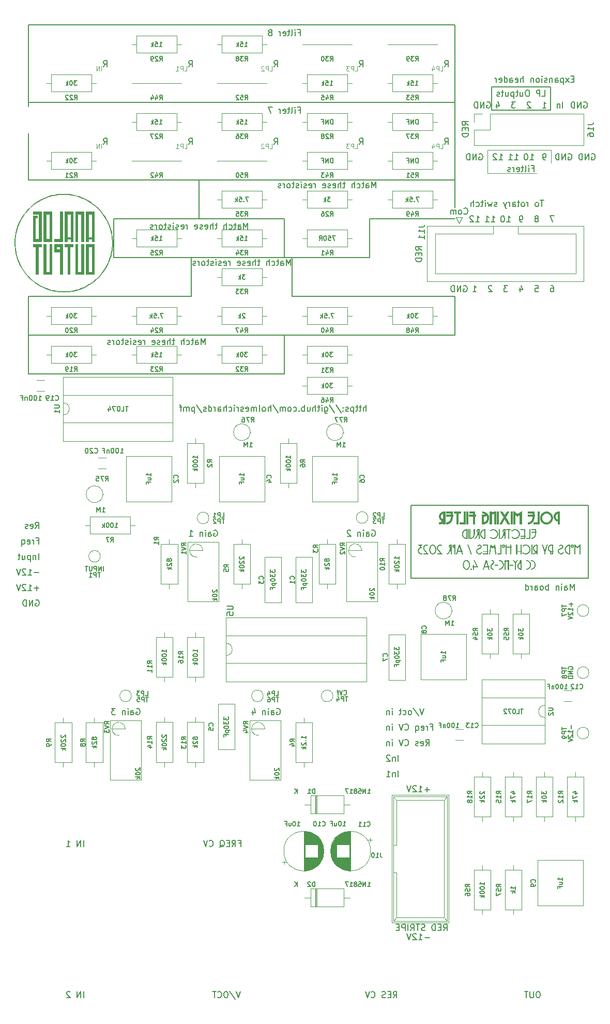
<source format=gbo>
G04 #@! TF.GenerationSoftware,KiCad,Pcbnew,7.0.1-3b83917a11~172~ubuntu22.04.1*
G04 #@! TF.CreationDate,2023-04-04T20:10:10-04:00*
G04 #@! TF.ProjectId,pmf_B1,706d665f-4231-42e6-9b69-6361645f7063,rev?*
G04 #@! TF.SameCoordinates,Original*
G04 #@! TF.FileFunction,Legend,Bot*
G04 #@! TF.FilePolarity,Positive*
%FSLAX46Y46*%
G04 Gerber Fmt 4.6, Leading zero omitted, Abs format (unit mm)*
G04 Created by KiCad (PCBNEW 7.0.1-3b83917a11~172~ubuntu22.04.1) date 2023-04-04 20:10:10*
%MOMM*%
%LPD*%
G01*
G04 APERTURE LIST*
%ADD10C,0.150000*%
%ADD11C,0.100000*%
%ADD12C,0.300000*%
%ADD13C,0.120000*%
%ADD14C,0.010000*%
G04 APERTURE END LIST*
D10*
X148095000Y-59995000D02*
X148095000Y-53645000D01*
X104915000Y-59995000D02*
X131585000Y-59995000D01*
X174765000Y-28245000D02*
X104915000Y-28245000D01*
X104915000Y-72695000D02*
X104915000Y-66345000D01*
X118885000Y-53645000D02*
X118885000Y-47295000D01*
X174765000Y-59995000D02*
X174765000Y-66345000D01*
D11*
X180099000Y-35992000D02*
X190513000Y-35992000D01*
D10*
X146825000Y-47295000D02*
X146825000Y-53645000D01*
X131585000Y-59995000D02*
X131585000Y-53645000D01*
X174765000Y-66345000D02*
X104915000Y-66345000D01*
D11*
X188100000Y-39802000D02*
X180099000Y-39802000D01*
D10*
X160795000Y-47295000D02*
X174765000Y-47295000D01*
X118885000Y-47295000D02*
X146825000Y-47295000D01*
X174765000Y-45390000D02*
X174765000Y-40945000D01*
D11*
X190513000Y-35992000D02*
X190513000Y-38151000D01*
D10*
X131585000Y-53645000D02*
X118885000Y-53645000D01*
X160795000Y-53645000D02*
X148095000Y-53645000D01*
X180734000Y-25705000D02*
X190386000Y-25705000D01*
X190386000Y-29515000D01*
X180734000Y-29515000D01*
X180734000Y-25705000D01*
X148095000Y-59995000D02*
X174765000Y-59995000D01*
X104915000Y-33325000D02*
X104915000Y-40945000D01*
X132855000Y-40945000D02*
X132855000Y-47295000D01*
X167530000Y-94205000D02*
X196605000Y-94205000D01*
X196605000Y-106095000D01*
X167530000Y-106095000D01*
X167530000Y-94205000D01*
D11*
X180099000Y-39802000D02*
X180099000Y-35992000D01*
D10*
X131585000Y-53645000D02*
X148095000Y-53645000D01*
X174765000Y-28245000D02*
X174765000Y-15545000D01*
X160795000Y-47295000D02*
X160795000Y-53645000D01*
X104915000Y-72695000D02*
X146825000Y-72695000D01*
X174765000Y-40945000D02*
X174765000Y-28245000D01*
X104915000Y-66345000D02*
X104915000Y-59995000D01*
X104915000Y-40945000D02*
X174765000Y-40945000D01*
X146825000Y-72695000D02*
X146825000Y-66345000D01*
X174765000Y-15545000D02*
X104915000Y-15545000D01*
X104915000Y-15545000D02*
X104915000Y-28880000D01*
X135268095Y-98300238D02*
X135363333Y-98252619D01*
X135363333Y-98252619D02*
X135506190Y-98252619D01*
X135506190Y-98252619D02*
X135649047Y-98300238D01*
X135649047Y-98300238D02*
X135744285Y-98395476D01*
X135744285Y-98395476D02*
X135791904Y-98490714D01*
X135791904Y-98490714D02*
X135839523Y-98681190D01*
X135839523Y-98681190D02*
X135839523Y-98824047D01*
X135839523Y-98824047D02*
X135791904Y-99014523D01*
X135791904Y-99014523D02*
X135744285Y-99109761D01*
X135744285Y-99109761D02*
X135649047Y-99205000D01*
X135649047Y-99205000D02*
X135506190Y-99252619D01*
X135506190Y-99252619D02*
X135410952Y-99252619D01*
X135410952Y-99252619D02*
X135268095Y-99205000D01*
X135268095Y-99205000D02*
X135220476Y-99157380D01*
X135220476Y-99157380D02*
X135220476Y-98824047D01*
X135220476Y-98824047D02*
X135410952Y-98824047D01*
X134363333Y-99252619D02*
X134363333Y-98728809D01*
X134363333Y-98728809D02*
X134410952Y-98633571D01*
X134410952Y-98633571D02*
X134506190Y-98585952D01*
X134506190Y-98585952D02*
X134696666Y-98585952D01*
X134696666Y-98585952D02*
X134791904Y-98633571D01*
X134363333Y-99205000D02*
X134458571Y-99252619D01*
X134458571Y-99252619D02*
X134696666Y-99252619D01*
X134696666Y-99252619D02*
X134791904Y-99205000D01*
X134791904Y-99205000D02*
X134839523Y-99109761D01*
X134839523Y-99109761D02*
X134839523Y-99014523D01*
X134839523Y-99014523D02*
X134791904Y-98919285D01*
X134791904Y-98919285D02*
X134696666Y-98871666D01*
X134696666Y-98871666D02*
X134458571Y-98871666D01*
X134458571Y-98871666D02*
X134363333Y-98824047D01*
X133887142Y-99252619D02*
X133887142Y-98585952D01*
X133887142Y-98252619D02*
X133934761Y-98300238D01*
X133934761Y-98300238D02*
X133887142Y-98347857D01*
X133887142Y-98347857D02*
X133839523Y-98300238D01*
X133839523Y-98300238D02*
X133887142Y-98252619D01*
X133887142Y-98252619D02*
X133887142Y-98347857D01*
X133410952Y-98585952D02*
X133410952Y-99252619D01*
X133410952Y-98681190D02*
X133363333Y-98633571D01*
X133363333Y-98633571D02*
X133268095Y-98585952D01*
X133268095Y-98585952D02*
X133125238Y-98585952D01*
X133125238Y-98585952D02*
X133030000Y-98633571D01*
X133030000Y-98633571D02*
X132982381Y-98728809D01*
X132982381Y-98728809D02*
X132982381Y-99252619D01*
X131220476Y-99252619D02*
X131791904Y-99252619D01*
X131506190Y-99252619D02*
X131506190Y-98252619D01*
X131506190Y-98252619D02*
X131601428Y-98395476D01*
X131601428Y-98395476D02*
X131696666Y-98490714D01*
X131696666Y-98490714D02*
X131791904Y-98538333D01*
X117170476Y-35107619D02*
X117503809Y-34631428D01*
X117741904Y-35107619D02*
X117741904Y-34107619D01*
X117741904Y-34107619D02*
X117360952Y-34107619D01*
X117360952Y-34107619D02*
X117265714Y-34155238D01*
X117265714Y-34155238D02*
X117218095Y-34202857D01*
X117218095Y-34202857D02*
X117170476Y-34298095D01*
X117170476Y-34298095D02*
X117170476Y-34440952D01*
X117170476Y-34440952D02*
X117218095Y-34536190D01*
X117218095Y-34536190D02*
X117265714Y-34583809D01*
X117265714Y-34583809D02*
X117360952Y-34631428D01*
X117360952Y-34631428D02*
X117741904Y-34631428D01*
X187861904Y-58237619D02*
X188338094Y-58237619D01*
X188338094Y-58237619D02*
X188385713Y-58713809D01*
X188385713Y-58713809D02*
X188338094Y-58666190D01*
X188338094Y-58666190D02*
X188242856Y-58618571D01*
X188242856Y-58618571D02*
X188004761Y-58618571D01*
X188004761Y-58618571D02*
X187909523Y-58666190D01*
X187909523Y-58666190D02*
X187861904Y-58713809D01*
X187861904Y-58713809D02*
X187814285Y-58809047D01*
X187814285Y-58809047D02*
X187814285Y-59047142D01*
X187814285Y-59047142D02*
X187861904Y-59142380D01*
X187861904Y-59142380D02*
X187909523Y-59190000D01*
X187909523Y-59190000D02*
X188004761Y-59237619D01*
X188004761Y-59237619D02*
X188242856Y-59237619D01*
X188242856Y-59237619D02*
X188338094Y-59190000D01*
X188338094Y-59190000D02*
X188385713Y-59142380D01*
X189560475Y-37647619D02*
X189369999Y-37647619D01*
X189369999Y-37647619D02*
X189274761Y-37600000D01*
X189274761Y-37600000D02*
X189227142Y-37552380D01*
X189227142Y-37552380D02*
X189131904Y-37409523D01*
X189131904Y-37409523D02*
X189084285Y-37219047D01*
X189084285Y-37219047D02*
X189084285Y-36838095D01*
X189084285Y-36838095D02*
X189131904Y-36742857D01*
X189131904Y-36742857D02*
X189179523Y-36695238D01*
X189179523Y-36695238D02*
X189274761Y-36647619D01*
X189274761Y-36647619D02*
X189465237Y-36647619D01*
X189465237Y-36647619D02*
X189560475Y-36695238D01*
X189560475Y-36695238D02*
X189608094Y-36742857D01*
X189608094Y-36742857D02*
X189655713Y-36838095D01*
X189655713Y-36838095D02*
X189655713Y-37076190D01*
X189655713Y-37076190D02*
X189608094Y-37171428D01*
X189608094Y-37171428D02*
X189560475Y-37219047D01*
X189560475Y-37219047D02*
X189465237Y-37266666D01*
X189465237Y-37266666D02*
X189274761Y-37266666D01*
X189274761Y-37266666D02*
X189179523Y-37219047D01*
X189179523Y-37219047D02*
X189131904Y-37171428D01*
X189131904Y-37171428D02*
X189084285Y-37076190D01*
D12*
G36*
X191943097Y-97335000D02*
G01*
X191597249Y-97335000D01*
X191597249Y-96857749D01*
X191578702Y-96854742D01*
X191551167Y-96849487D01*
X191523976Y-96843339D01*
X191497129Y-96836298D01*
X191470624Y-96828364D01*
X191444464Y-96819536D01*
X191418647Y-96809816D01*
X191393173Y-96799203D01*
X191368042Y-96787697D01*
X191343256Y-96775298D01*
X191318812Y-96762006D01*
X191302769Y-96752644D01*
X191279218Y-96738073D01*
X191256286Y-96722866D01*
X191233972Y-96707023D01*
X191212277Y-96690546D01*
X191191199Y-96673432D01*
X191170740Y-96655684D01*
X191150899Y-96637300D01*
X191131676Y-96618280D01*
X191113072Y-96598625D01*
X191095086Y-96578335D01*
X191083456Y-96564480D01*
X191066590Y-96543261D01*
X191050420Y-96521518D01*
X191034945Y-96499252D01*
X191020166Y-96476461D01*
X191006083Y-96453147D01*
X190992695Y-96429309D01*
X190980002Y-96404947D01*
X190968005Y-96380061D01*
X190956704Y-96354652D01*
X190946098Y-96328719D01*
X190939413Y-96311204D01*
X190930196Y-96284739D01*
X190921948Y-96258041D01*
X190914671Y-96231112D01*
X190908364Y-96203951D01*
X190903027Y-96176558D01*
X190898661Y-96148933D01*
X190895265Y-96121077D01*
X190892839Y-96092988D01*
X190891384Y-96064668D01*
X190890974Y-96040512D01*
X191234304Y-96040512D01*
X191234724Y-96061510D01*
X191235983Y-96082247D01*
X191238082Y-96102726D01*
X191241021Y-96122944D01*
X191244799Y-96142904D01*
X191249417Y-96162603D01*
X191254874Y-96182044D01*
X191261171Y-96201224D01*
X191268124Y-96219939D01*
X191275795Y-96238227D01*
X191284183Y-96256087D01*
X191293289Y-96273520D01*
X191303112Y-96290525D01*
X191313653Y-96307103D01*
X191324911Y-96323254D01*
X191336886Y-96338977D01*
X191349488Y-96354197D01*
X191362623Y-96368836D01*
X191376293Y-96382895D01*
X191390498Y-96396374D01*
X191405236Y-96409273D01*
X191420509Y-96421592D01*
X191436316Y-96433331D01*
X191452657Y-96444490D01*
X191469342Y-96454993D01*
X191486424Y-96464762D01*
X191503903Y-96473799D01*
X191521778Y-96482103D01*
X191540050Y-96489675D01*
X191558720Y-96496514D01*
X191577786Y-96502620D01*
X191597249Y-96507993D01*
X191597249Y-95579382D01*
X191577786Y-95584626D01*
X191558720Y-95590587D01*
X191540050Y-95597265D01*
X191521778Y-95604661D01*
X191503903Y-95612774D01*
X191486424Y-95621605D01*
X191469342Y-95631154D01*
X191452657Y-95641420D01*
X191444420Y-95646743D01*
X191424411Y-95660687D01*
X191405236Y-95675537D01*
X191386896Y-95691294D01*
X191369392Y-95707957D01*
X191352721Y-95725526D01*
X191336886Y-95744002D01*
X191333825Y-95747803D01*
X191319192Y-95767266D01*
X191305680Y-95787492D01*
X191293289Y-95808482D01*
X191284183Y-95825823D01*
X191275795Y-95843653D01*
X191268124Y-95861971D01*
X191261171Y-95880778D01*
X191254874Y-95899836D01*
X191249417Y-95919154D01*
X191244799Y-95938732D01*
X191241021Y-95958569D01*
X191238082Y-95978666D01*
X191235983Y-95999022D01*
X191234724Y-96019637D01*
X191234304Y-96040512D01*
X190890974Y-96040512D01*
X190890899Y-96036116D01*
X190891158Y-96015060D01*
X190891937Y-95994144D01*
X190893234Y-95973370D01*
X190895051Y-95952738D01*
X190897387Y-95932246D01*
X190900241Y-95911896D01*
X190903615Y-95891686D01*
X190907507Y-95871618D01*
X190911919Y-95851692D01*
X190916850Y-95831906D01*
X190922299Y-95812262D01*
X190928268Y-95792759D01*
X190934756Y-95773397D01*
X190941762Y-95754176D01*
X190949288Y-95735096D01*
X190957333Y-95716158D01*
X190965754Y-95697386D01*
X190974529Y-95678926D01*
X190983660Y-95660780D01*
X190993145Y-95642946D01*
X191002985Y-95625426D01*
X191013181Y-95608218D01*
X191023731Y-95591323D01*
X191034636Y-95574741D01*
X191045896Y-95558472D01*
X191057511Y-95542517D01*
X191069480Y-95526874D01*
X191081805Y-95511543D01*
X191094485Y-95496526D01*
X191107519Y-95481822D01*
X191120909Y-95467431D01*
X191134653Y-95453353D01*
X191148669Y-95439606D01*
X191162993Y-95426211D01*
X191177627Y-95413167D01*
X191192569Y-95400474D01*
X191207821Y-95388132D01*
X191223382Y-95376141D01*
X191239252Y-95364502D01*
X191255431Y-95353213D01*
X191271920Y-95342276D01*
X191288717Y-95331689D01*
X191305824Y-95321454D01*
X191323239Y-95311570D01*
X191340964Y-95302037D01*
X191358998Y-95292855D01*
X191377341Y-95284024D01*
X191395993Y-95275544D01*
X191414870Y-95267499D01*
X191433889Y-95259973D01*
X191453049Y-95252967D01*
X191472349Y-95246479D01*
X191491792Y-95240510D01*
X191511375Y-95235061D01*
X191531099Y-95230130D01*
X191550965Y-95225718D01*
X191570972Y-95221826D01*
X191591120Y-95218452D01*
X191611409Y-95215597D01*
X191631840Y-95213262D01*
X191652412Y-95211445D01*
X191673125Y-95210148D01*
X191693979Y-95209369D01*
X191714974Y-95209110D01*
X191943097Y-95209110D01*
X191943097Y-97335000D01*
G37*
G36*
X189765514Y-95209442D02*
G01*
X189792272Y-95210438D01*
X189818835Y-95212098D01*
X189845204Y-95214422D01*
X189871378Y-95217410D01*
X189897357Y-95221062D01*
X189923142Y-95225379D01*
X189948732Y-95230359D01*
X189974128Y-95236003D01*
X189999328Y-95242312D01*
X190024335Y-95249284D01*
X190049146Y-95256920D01*
X190073763Y-95265221D01*
X190098186Y-95274185D01*
X190122413Y-95283814D01*
X190146447Y-95294106D01*
X190170142Y-95304903D01*
X190193479Y-95316164D01*
X190216457Y-95327892D01*
X190239076Y-95340085D01*
X190261336Y-95352744D01*
X190283238Y-95365868D01*
X190304781Y-95379458D01*
X190325965Y-95393513D01*
X190346791Y-95408034D01*
X190367257Y-95423021D01*
X190387365Y-95438473D01*
X190407115Y-95454391D01*
X190426505Y-95470774D01*
X190445537Y-95487623D01*
X190464210Y-95504937D01*
X190482525Y-95522718D01*
X190500364Y-95540864D01*
X190517734Y-95559400D01*
X190534634Y-95578325D01*
X190551065Y-95597639D01*
X190567027Y-95617343D01*
X190582519Y-95637435D01*
X190597542Y-95657917D01*
X190612096Y-95678789D01*
X190626180Y-95700049D01*
X190639794Y-95721699D01*
X190652939Y-95743738D01*
X190665615Y-95766167D01*
X190677822Y-95788984D01*
X190689559Y-95812191D01*
X190700826Y-95835787D01*
X190711625Y-95859773D01*
X190721858Y-95884046D01*
X190731431Y-95908507D01*
X190740344Y-95933154D01*
X190748597Y-95957989D01*
X190756189Y-95983010D01*
X190763122Y-96008219D01*
X190769394Y-96033614D01*
X190775006Y-96059197D01*
X190779957Y-96084967D01*
X190784249Y-96110923D01*
X190787880Y-96137067D01*
X190790851Y-96163397D01*
X190793162Y-96189915D01*
X190794812Y-96216619D01*
X190795802Y-96243511D01*
X190796133Y-96270589D01*
X190795802Y-96298023D01*
X190794812Y-96325246D01*
X190793162Y-96352260D01*
X190790851Y-96379064D01*
X190787880Y-96405657D01*
X190784249Y-96432041D01*
X190779957Y-96458215D01*
X190775006Y-96484180D01*
X190769394Y-96509934D01*
X190763122Y-96535478D01*
X190756189Y-96560813D01*
X190748597Y-96585937D01*
X190740344Y-96610852D01*
X190731431Y-96635557D01*
X190721858Y-96660052D01*
X190711625Y-96684337D01*
X190700832Y-96708324D01*
X190689582Y-96731926D01*
X190677873Y-96755142D01*
X190665707Y-96777973D01*
X190653083Y-96800419D01*
X190640000Y-96822479D01*
X190626460Y-96844153D01*
X190612462Y-96865443D01*
X190598006Y-96886346D01*
X190583092Y-96906865D01*
X190567720Y-96926998D01*
X190551890Y-96946745D01*
X190535602Y-96966107D01*
X190518856Y-96985083D01*
X190501652Y-97003675D01*
X190483990Y-97021880D01*
X190465848Y-97039603D01*
X190447323Y-97056868D01*
X190428417Y-97073675D01*
X190409130Y-97090024D01*
X190389461Y-97105915D01*
X190369410Y-97121348D01*
X190348977Y-97136323D01*
X190328163Y-97150840D01*
X190306968Y-97164900D01*
X190285390Y-97178501D01*
X190263431Y-97191644D01*
X190241091Y-97204330D01*
X190218368Y-97216557D01*
X190195265Y-97228326D01*
X190171779Y-97239638D01*
X190147912Y-97250491D01*
X190123701Y-97260725D01*
X190099308Y-97270298D01*
X190074731Y-97279211D01*
X190049971Y-97287464D01*
X190025027Y-97295056D01*
X189999901Y-97301989D01*
X189974591Y-97308261D01*
X189949098Y-97313872D01*
X189923422Y-97318824D01*
X189897563Y-97323116D01*
X189871521Y-97326747D01*
X189845295Y-97329718D01*
X189818886Y-97332029D01*
X189792294Y-97333679D01*
X189765519Y-97334669D01*
X189738561Y-97335000D01*
X189711546Y-97334669D01*
X189684721Y-97333679D01*
X189658087Y-97332029D01*
X189631644Y-97329718D01*
X189605391Y-97326747D01*
X189579330Y-97323116D01*
X189553459Y-97318824D01*
X189527779Y-97313872D01*
X189502290Y-97308261D01*
X189476992Y-97301989D01*
X189451885Y-97295056D01*
X189426968Y-97287464D01*
X189402242Y-97279211D01*
X189377708Y-97270298D01*
X189353363Y-97260725D01*
X189329210Y-97250491D01*
X189305286Y-97239632D01*
X189281751Y-97228304D01*
X189258605Y-97216505D01*
X189235848Y-97204238D01*
X189213481Y-97191501D01*
X189191503Y-97178295D01*
X189169914Y-97164619D01*
X189148715Y-97150474D01*
X189127904Y-97135860D01*
X189107483Y-97120776D01*
X189087452Y-97105222D01*
X189067809Y-97089200D01*
X189048556Y-97072707D01*
X189029692Y-97055746D01*
X189011217Y-97038315D01*
X188993132Y-97020415D01*
X188975411Y-97002032D01*
X188958152Y-96983275D01*
X188941354Y-96964143D01*
X188925019Y-96944638D01*
X188909145Y-96924759D01*
X188893733Y-96904506D01*
X188878782Y-96883879D01*
X188864294Y-96862878D01*
X188850267Y-96841503D01*
X188836702Y-96819754D01*
X188823599Y-96797631D01*
X188810957Y-96775134D01*
X188798778Y-96752263D01*
X188787060Y-96729018D01*
X188775803Y-96705399D01*
X188765009Y-96681406D01*
X188754776Y-96657132D01*
X188745202Y-96632672D01*
X188736290Y-96608024D01*
X188728037Y-96583189D01*
X188720444Y-96558168D01*
X188713512Y-96532959D01*
X188707240Y-96507564D01*
X188701628Y-96481981D01*
X188696676Y-96456212D01*
X188692385Y-96430255D01*
X188688754Y-96404112D01*
X188685783Y-96377781D01*
X188683472Y-96351264D01*
X188681821Y-96324559D01*
X188680831Y-96297668D01*
X188680501Y-96270589D01*
X189023906Y-96270589D01*
X189024126Y-96288963D01*
X189025278Y-96316273D01*
X189027417Y-96343282D01*
X189030544Y-96369991D01*
X189034659Y-96396399D01*
X189039761Y-96422507D01*
X189045850Y-96448314D01*
X189052927Y-96473821D01*
X189060991Y-96499027D01*
X189070043Y-96523932D01*
X189080082Y-96548538D01*
X189087265Y-96564715D01*
X189098639Y-96588508D01*
X189110735Y-96611735D01*
X189123552Y-96634396D01*
X189137090Y-96656489D01*
X189151350Y-96678016D01*
X189166331Y-96698976D01*
X189182033Y-96719369D01*
X189198456Y-96739196D01*
X189215601Y-96758456D01*
X189233467Y-96777149D01*
X189245750Y-96789206D01*
X189264667Y-96806713D01*
X189284178Y-96823524D01*
X189304281Y-96839640D01*
X189324976Y-96855060D01*
X189346264Y-96869785D01*
X189368144Y-96883814D01*
X189390617Y-96897148D01*
X189413682Y-96909786D01*
X189437339Y-96921729D01*
X189461590Y-96932976D01*
X189477956Y-96940015D01*
X189502741Y-96949722D01*
X189527810Y-96958408D01*
X189553162Y-96966071D01*
X189578798Y-96972713D01*
X189604716Y-96978333D01*
X189630919Y-96982931D01*
X189657404Y-96986507D01*
X189684173Y-96989062D01*
X189711225Y-96990595D01*
X189738561Y-96991106D01*
X189756818Y-96990884D01*
X189783975Y-96989722D01*
X189810857Y-96987564D01*
X189837464Y-96984410D01*
X189863797Y-96980260D01*
X189889854Y-96975113D01*
X189915637Y-96968971D01*
X189941145Y-96961833D01*
X189966379Y-96953698D01*
X189991337Y-96944568D01*
X190016021Y-96934441D01*
X190032194Y-96927198D01*
X190055968Y-96915732D01*
X190079158Y-96903545D01*
X190101764Y-96890636D01*
X190123785Y-96877006D01*
X190145223Y-96862655D01*
X190166078Y-96847582D01*
X190186348Y-96831789D01*
X190206034Y-96815274D01*
X190225137Y-96798037D01*
X190243655Y-96780080D01*
X190255646Y-96767675D01*
X190273031Y-96748574D01*
X190289695Y-96728880D01*
X190305638Y-96708594D01*
X190320859Y-96687716D01*
X190335359Y-96666245D01*
X190349138Y-96644182D01*
X190362195Y-96621526D01*
X190374531Y-96598277D01*
X190386146Y-96574436D01*
X190397040Y-96550003D01*
X190403842Y-96533456D01*
X190413223Y-96508405D01*
X190421617Y-96483080D01*
X190429023Y-96457481D01*
X190435441Y-96431606D01*
X190440872Y-96405457D01*
X190445316Y-96379033D01*
X190448772Y-96352334D01*
X190451241Y-96325361D01*
X190452722Y-96298112D01*
X190453216Y-96270589D01*
X190452990Y-96252216D01*
X190451808Y-96224906D01*
X190449613Y-96197896D01*
X190446404Y-96171188D01*
X190442183Y-96144779D01*
X190436948Y-96118672D01*
X190430699Y-96092864D01*
X190423438Y-96067358D01*
X190415163Y-96042152D01*
X190405875Y-96017246D01*
X190395574Y-95992641D01*
X190388215Y-95976465D01*
X190376595Y-95952682D01*
X190364281Y-95929474D01*
X190351270Y-95906840D01*
X190337565Y-95884783D01*
X190323163Y-95863300D01*
X190308067Y-95842393D01*
X190292274Y-95822062D01*
X190275787Y-95802305D01*
X190258603Y-95783124D01*
X190240724Y-95764518D01*
X190228449Y-95752407D01*
X190209571Y-95734849D01*
X190190136Y-95718020D01*
X190170141Y-95701922D01*
X190149589Y-95686553D01*
X190128479Y-95671914D01*
X190106811Y-95658005D01*
X190084584Y-95644826D01*
X190061799Y-95632377D01*
X190038456Y-95620658D01*
X190014555Y-95609668D01*
X189998308Y-95602806D01*
X189973685Y-95593344D01*
X189948763Y-95584877D01*
X189923539Y-95577407D01*
X189898015Y-95570933D01*
X189872191Y-95565454D01*
X189846066Y-95560972D01*
X189819641Y-95557486D01*
X189792915Y-95554996D01*
X189765888Y-95553502D01*
X189738561Y-95553004D01*
X189720306Y-95553225D01*
X189693159Y-95554387D01*
X189666296Y-95556545D01*
X189639716Y-95559699D01*
X189613419Y-95563850D01*
X189587406Y-95568996D01*
X189561676Y-95575138D01*
X189536229Y-95582277D01*
X189511066Y-95590411D01*
X189486186Y-95599541D01*
X189461590Y-95609668D01*
X189445357Y-95616913D01*
X189421502Y-95628389D01*
X189398239Y-95640595D01*
X189375569Y-95653531D01*
X189353491Y-95667197D01*
X189332006Y-95681592D01*
X189311113Y-95696718D01*
X189290813Y-95712573D01*
X189271105Y-95729158D01*
X189251990Y-95746473D01*
X189233467Y-95764518D01*
X189221476Y-95776858D01*
X189204091Y-95795847D01*
X189187427Y-95815412D01*
X189171484Y-95835552D01*
X189156263Y-95856267D01*
X189141763Y-95877558D01*
X189127984Y-95899424D01*
X189114927Y-95921865D01*
X189102591Y-95944882D01*
X189090976Y-95968474D01*
X189080082Y-95992641D01*
X189073280Y-96009011D01*
X189063899Y-96033816D01*
X189055505Y-96058922D01*
X189048099Y-96084329D01*
X189041681Y-96110036D01*
X189036250Y-96136043D01*
X189031806Y-96162351D01*
X189028350Y-96188960D01*
X189025881Y-96215869D01*
X189024400Y-96243079D01*
X189023906Y-96270589D01*
X188680501Y-96270589D01*
X188680831Y-96243866D01*
X188681821Y-96217306D01*
X188683472Y-96190911D01*
X188685783Y-96164679D01*
X188688754Y-96138612D01*
X188692385Y-96112709D01*
X188696676Y-96086970D01*
X188701628Y-96061395D01*
X188707240Y-96035984D01*
X188713512Y-96010738D01*
X188720444Y-95985655D01*
X188728037Y-95960737D01*
X188736290Y-95935982D01*
X188745202Y-95911392D01*
X188754776Y-95886966D01*
X188765009Y-95862704D01*
X188775809Y-95838712D01*
X188787083Y-95815099D01*
X188798829Y-95791864D01*
X188811049Y-95769006D01*
X188823742Y-95746526D01*
X188836908Y-95724424D01*
X188850547Y-95702700D01*
X188864660Y-95681353D01*
X188879246Y-95660385D01*
X188894305Y-95639794D01*
X188909837Y-95619581D01*
X188925843Y-95599746D01*
X188942322Y-95580288D01*
X188959274Y-95561209D01*
X188976699Y-95542507D01*
X188994597Y-95524183D01*
X189012860Y-95506225D01*
X189031501Y-95488745D01*
X189050519Y-95471741D01*
X189069916Y-95455215D01*
X189089690Y-95439166D01*
X189109842Y-95423593D01*
X189130372Y-95408498D01*
X189151279Y-95393879D01*
X189172565Y-95379738D01*
X189194228Y-95366074D01*
X189216269Y-95352887D01*
X189238688Y-95340177D01*
X189261484Y-95327943D01*
X189284659Y-95316187D01*
X189308211Y-95304908D01*
X189332141Y-95294106D01*
X189356283Y-95283814D01*
X189380593Y-95274185D01*
X189405070Y-95265221D01*
X189429716Y-95256920D01*
X189454530Y-95249284D01*
X189479511Y-95242312D01*
X189504660Y-95236003D01*
X189529978Y-95230359D01*
X189555463Y-95225379D01*
X189581116Y-95221062D01*
X189606937Y-95217410D01*
X189632926Y-95214422D01*
X189659083Y-95212098D01*
X189685408Y-95210438D01*
X189711900Y-95209442D01*
X189738561Y-95209110D01*
X189765514Y-95209442D01*
G37*
G36*
X188590131Y-97335000D02*
G01*
X188590131Y-95209110D01*
X188244283Y-95209110D01*
X188244283Y-96991106D01*
X187605344Y-96991106D01*
X187605344Y-97335000D01*
X188590131Y-97335000D01*
G37*
G36*
X186695784Y-97335000D02*
G01*
X186722790Y-97334309D01*
X186749586Y-97332969D01*
X186776172Y-97330981D01*
X186802548Y-97328344D01*
X186828715Y-97325058D01*
X186854671Y-97321123D01*
X186880418Y-97316540D01*
X186905955Y-97311308D01*
X186931281Y-97305427D01*
X186956398Y-97298897D01*
X186981305Y-97291719D01*
X187006003Y-97283892D01*
X187030490Y-97275416D01*
X187054767Y-97266291D01*
X187078835Y-97256517D01*
X187102692Y-97246095D01*
X187126258Y-97235056D01*
X187149449Y-97223556D01*
X187172267Y-97211594D01*
X187194711Y-97199170D01*
X187216780Y-97186284D01*
X187238476Y-97172937D01*
X187259798Y-97159127D01*
X187280745Y-97144856D01*
X187301319Y-97130124D01*
X187321519Y-97114929D01*
X187341344Y-97099273D01*
X187360796Y-97083155D01*
X187379874Y-97066575D01*
X187398577Y-97049533D01*
X187416907Y-97032030D01*
X187434863Y-97014064D01*
X187452341Y-96995632D01*
X187469362Y-96976848D01*
X187485925Y-96957713D01*
X187502029Y-96938227D01*
X187517676Y-96918390D01*
X187532865Y-96898202D01*
X187547596Y-96877662D01*
X187561869Y-96856772D01*
X187575684Y-96835531D01*
X187589041Y-96813938D01*
X187601940Y-96791994D01*
X187614381Y-96769699D01*
X187626364Y-96747054D01*
X187637889Y-96724057D01*
X187648957Y-96700708D01*
X187659566Y-96677009D01*
X187669622Y-96653030D01*
X187679029Y-96628840D01*
X187687787Y-96604441D01*
X187695897Y-96579831D01*
X187703358Y-96555012D01*
X187710170Y-96529983D01*
X187716333Y-96504744D01*
X187721848Y-96479295D01*
X187726714Y-96453636D01*
X187730931Y-96427767D01*
X187734499Y-96401688D01*
X187737418Y-96375400D01*
X187739689Y-96348901D01*
X187741311Y-96322193D01*
X187742284Y-96295275D01*
X187742609Y-96268147D01*
X187742609Y-96021950D01*
X187869126Y-96021950D01*
X187869126Y-95678056D01*
X187742609Y-95678056D01*
X187742609Y-95209110D01*
X186647912Y-95209110D01*
X186647912Y-95553004D01*
X187396761Y-95553004D01*
X187396761Y-95678056D01*
X186634234Y-95678056D01*
X186634234Y-96021950D01*
X187396761Y-96021950D01*
X187396761Y-96270101D01*
X187396228Y-96297183D01*
X187394631Y-96324025D01*
X187391969Y-96350626D01*
X187388243Y-96376987D01*
X187383451Y-96403108D01*
X187377595Y-96428988D01*
X187370674Y-96454628D01*
X187362689Y-96480027D01*
X187353638Y-96505186D01*
X187343523Y-96530105D01*
X187336188Y-96546584D01*
X187324449Y-96570847D01*
X187311945Y-96594543D01*
X187298678Y-96617673D01*
X187284646Y-96640235D01*
X187269849Y-96662232D01*
X187254289Y-96683661D01*
X187237964Y-96704524D01*
X187220875Y-96724820D01*
X187203022Y-96744549D01*
X187184405Y-96763712D01*
X187171569Y-96776172D01*
X187151751Y-96794221D01*
X187131314Y-96811549D01*
X187110260Y-96828156D01*
X187088587Y-96844041D01*
X187066296Y-96859205D01*
X187043387Y-96873648D01*
X187019860Y-96887369D01*
X186995714Y-96900369D01*
X186970950Y-96912648D01*
X186945568Y-96924206D01*
X186928303Y-96931510D01*
X186901953Y-96941663D01*
X186875295Y-96950870D01*
X186848327Y-96959134D01*
X186821050Y-96966452D01*
X186793464Y-96972826D01*
X186765568Y-96978256D01*
X186737364Y-96982741D01*
X186708851Y-96986282D01*
X186680028Y-96988878D01*
X186650896Y-96990529D01*
X186631304Y-96991106D01*
X186631304Y-97335000D01*
X186695784Y-97335000D01*
G37*
G36*
X184644144Y-97335000D02*
G01*
X184644144Y-95792850D01*
X184661014Y-95806052D01*
X184677918Y-95819280D01*
X184694857Y-95832533D01*
X184711830Y-95845813D01*
X184728837Y-95859118D01*
X184745879Y-95872449D01*
X184762955Y-95885805D01*
X184780065Y-95899187D01*
X184797210Y-95912595D01*
X184814389Y-95926029D01*
X184825860Y-95935000D01*
X184842902Y-95948399D01*
X184859772Y-95961670D01*
X184876470Y-95974812D01*
X184892997Y-95987825D01*
X184909351Y-96000709D01*
X184925534Y-96013464D01*
X184941546Y-96026091D01*
X184957385Y-96038589D01*
X184973053Y-96050958D01*
X184988549Y-96063198D01*
X184998784Y-96071287D01*
X185353425Y-95792850D01*
X185353425Y-97335000D01*
X185696342Y-97335000D01*
X185696342Y-95084057D01*
X184998296Y-95630184D01*
X184978459Y-95614522D01*
X184958271Y-95598555D01*
X184942899Y-95586379D01*
X184927330Y-95574031D01*
X184911563Y-95561512D01*
X184895599Y-95548821D01*
X184879438Y-95535958D01*
X184863079Y-95522924D01*
X184846522Y-95509717D01*
X184829768Y-95496339D01*
X184812890Y-95482875D01*
X184795960Y-95469412D01*
X184778978Y-95455948D01*
X184761945Y-95442484D01*
X184744861Y-95429020D01*
X184727724Y-95415556D01*
X184710537Y-95402092D01*
X184693298Y-95388628D01*
X184676007Y-95375164D01*
X184658665Y-95361700D01*
X184647075Y-95352725D01*
X184629611Y-95339274D01*
X184612207Y-95325848D01*
X184594863Y-95312449D01*
X184577580Y-95299075D01*
X184560357Y-95285727D01*
X184543193Y-95272405D01*
X184526090Y-95259108D01*
X184509047Y-95245838D01*
X184492064Y-95232593D01*
X184475141Y-95219374D01*
X184463893Y-95210575D01*
X184447186Y-95197511D01*
X184430771Y-95184695D01*
X184414648Y-95172128D01*
X184398817Y-95159811D01*
X184383278Y-95147742D01*
X184363014Y-95132038D01*
X184343268Y-95116777D01*
X184324042Y-95101958D01*
X184305334Y-95087582D01*
X184300738Y-95084057D01*
X184300738Y-97335000D01*
X184644144Y-97335000D01*
G37*
G36*
X184207438Y-97335000D02*
G01*
X184207438Y-95209110D01*
X183864521Y-95209110D01*
X183864521Y-97335000D01*
X184207438Y-97335000D01*
G37*
G36*
X182423976Y-97335000D02*
G01*
X182893900Y-96519228D01*
X183366265Y-97335000D01*
X183765846Y-97335000D01*
X183096133Y-96174846D01*
X183108361Y-96154026D01*
X183120685Y-96132966D01*
X183133102Y-96111665D01*
X183145615Y-96090124D01*
X183158221Y-96068343D01*
X183170922Y-96046321D01*
X183183718Y-96024058D01*
X183196608Y-96001556D01*
X183209592Y-95978812D01*
X183222671Y-95955829D01*
X183231443Y-95940373D01*
X183244658Y-95917083D01*
X183257924Y-95893742D01*
X183271242Y-95870349D01*
X183284612Y-95846904D01*
X183298033Y-95823408D01*
X183311505Y-95799861D01*
X183325029Y-95776262D01*
X183338605Y-95752611D01*
X183352232Y-95728909D01*
X183365910Y-95705156D01*
X183375058Y-95689291D01*
X183388696Y-95665429D01*
X183402318Y-95641652D01*
X183415922Y-95617962D01*
X183429509Y-95594357D01*
X183443079Y-95570838D01*
X183456631Y-95547405D01*
X183470167Y-95524058D01*
X183483685Y-95500797D01*
X183497186Y-95477621D01*
X183510670Y-95454532D01*
X183519650Y-95439187D01*
X183533028Y-95416330D01*
X183546234Y-95393740D01*
X183559269Y-95371416D01*
X183572131Y-95349359D01*
X183584822Y-95327567D01*
X183597342Y-95306042D01*
X183609689Y-95284783D01*
X183621865Y-95263790D01*
X183633869Y-95243063D01*
X183645702Y-95222602D01*
X183653495Y-95209110D01*
X183253913Y-95209110D01*
X182893900Y-95827533D01*
X182882949Y-95808459D01*
X182871956Y-95789339D01*
X182860921Y-95770174D01*
X182849844Y-95750963D01*
X182838725Y-95731705D01*
X182827565Y-95712403D01*
X182816362Y-95693054D01*
X182805117Y-95673660D01*
X182793831Y-95654219D01*
X182782502Y-95634733D01*
X182771131Y-95615202D01*
X182759719Y-95595624D01*
X182748264Y-95576001D01*
X182736767Y-95556331D01*
X182725229Y-95536617D01*
X182713648Y-95516856D01*
X182702079Y-95497106D01*
X182690575Y-95477426D01*
X182679136Y-95457814D01*
X182667761Y-95438271D01*
X182656452Y-95418796D01*
X182645207Y-95399390D01*
X182634027Y-95380053D01*
X182622912Y-95360785D01*
X182611862Y-95341585D01*
X182600877Y-95322454D01*
X182589956Y-95303391D01*
X182579101Y-95284398D01*
X182568310Y-95265473D01*
X182557585Y-95246616D01*
X182546924Y-95227829D01*
X182536328Y-95209110D01*
X182136747Y-95209110D01*
X182697040Y-96174846D01*
X182024395Y-97335000D01*
X182423976Y-97335000D01*
G37*
G36*
X181933048Y-97335000D02*
G01*
X181933048Y-95209110D01*
X181590131Y-95209110D01*
X181590131Y-97335000D01*
X181933048Y-97335000D01*
G37*
G36*
X180782664Y-97335000D02*
G01*
X180782664Y-95781615D01*
X180801975Y-95764320D01*
X180821804Y-95747604D01*
X180842153Y-95731469D01*
X180863020Y-95715914D01*
X180879011Y-95704628D01*
X180895295Y-95693668D01*
X180911870Y-95683035D01*
X180928737Y-95672728D01*
X180945896Y-95662748D01*
X180951680Y-95659494D01*
X180969156Y-95649955D01*
X180986777Y-95640941D01*
X181004544Y-95632450D01*
X181022457Y-95624483D01*
X181046569Y-95614675D01*
X181070940Y-95605798D01*
X181095570Y-95597853D01*
X181120460Y-95590838D01*
X181145609Y-95584755D01*
X181145609Y-97335000D01*
X181491457Y-97335000D01*
X181491457Y-95209110D01*
X181317068Y-95209110D01*
X181290728Y-95209445D01*
X181264466Y-95210449D01*
X181238281Y-95212124D01*
X181212173Y-95214468D01*
X181186143Y-95217482D01*
X181160189Y-95221165D01*
X181134313Y-95225519D01*
X181108515Y-95230542D01*
X181082793Y-95236235D01*
X181057149Y-95242598D01*
X181040096Y-95247212D01*
X181014675Y-95254592D01*
X180989521Y-95262444D01*
X180964632Y-95270769D01*
X180940010Y-95279566D01*
X180915654Y-95288835D01*
X180891564Y-95298577D01*
X180867741Y-95308791D01*
X180844183Y-95319477D01*
X180820892Y-95330635D01*
X180797867Y-95342266D01*
X180782664Y-95350282D01*
X180782664Y-95209110D01*
X180439259Y-95209110D01*
X180439259Y-97335000D01*
X180782664Y-97335000D01*
G37*
G36*
X179273123Y-95210457D02*
G01*
X179301583Y-95212422D01*
X179329803Y-95215006D01*
X179357782Y-95218208D01*
X179385521Y-95222028D01*
X179413019Y-95226466D01*
X179440277Y-95231523D01*
X179467294Y-95237198D01*
X179494072Y-95243491D01*
X179520608Y-95250402D01*
X179546904Y-95257932D01*
X179572960Y-95266079D01*
X179598775Y-95274845D01*
X179624350Y-95284230D01*
X179649685Y-95294232D01*
X179674779Y-95304853D01*
X179699556Y-95316004D01*
X179723940Y-95327598D01*
X179747931Y-95339635D01*
X179771529Y-95352114D01*
X179794734Y-95365036D01*
X179817546Y-95378401D01*
X179839965Y-95392208D01*
X179861991Y-95406458D01*
X179883624Y-95421151D01*
X179904863Y-95436286D01*
X179925710Y-95451864D01*
X179946163Y-95467885D01*
X179966223Y-95484349D01*
X179985891Y-95501255D01*
X180005165Y-95518604D01*
X180024046Y-95536395D01*
X180042423Y-95554530D01*
X180060308Y-95573032D01*
X180077701Y-95591899D01*
X180094602Y-95611133D01*
X180111010Y-95630734D01*
X180126926Y-95650701D01*
X180142349Y-95671034D01*
X180157281Y-95691734D01*
X180171719Y-95712800D01*
X180185666Y-95734232D01*
X180199120Y-95756031D01*
X180212083Y-95778196D01*
X180224552Y-95800727D01*
X180236530Y-95823625D01*
X180248015Y-95846889D01*
X180259008Y-95870519D01*
X180269359Y-95894356D01*
X180279043Y-95918360D01*
X180288059Y-95942533D01*
X180296407Y-95966873D01*
X180304088Y-95991381D01*
X180311100Y-96016058D01*
X180317445Y-96040902D01*
X180323121Y-96065914D01*
X180328130Y-96091094D01*
X180332471Y-96116441D01*
X180336145Y-96141957D01*
X180339150Y-96167641D01*
X180341487Y-96193492D01*
X180343157Y-96219512D01*
X180344159Y-96245699D01*
X180344493Y-96272055D01*
X180344168Y-96299074D01*
X180343195Y-96325910D01*
X180341573Y-96352563D01*
X180339303Y-96379033D01*
X180336383Y-96405320D01*
X180332815Y-96431423D01*
X180328598Y-96457343D01*
X180323732Y-96483080D01*
X180318217Y-96508634D01*
X180312054Y-96534005D01*
X180305242Y-96559193D01*
X180297781Y-96584197D01*
X180289672Y-96609018D01*
X180280913Y-96633656D01*
X180271506Y-96658111D01*
X180261450Y-96682383D01*
X180250841Y-96706317D01*
X180239774Y-96729880D01*
X180228248Y-96753074D01*
X180216265Y-96775897D01*
X180203824Y-96798350D01*
X180190925Y-96820433D01*
X180177568Y-96842146D01*
X180163753Y-96863489D01*
X180149480Y-96884461D01*
X180134749Y-96905063D01*
X180119560Y-96925295D01*
X180103913Y-96945157D01*
X180087809Y-96964649D01*
X180071246Y-96983771D01*
X180054225Y-97002522D01*
X180036747Y-97020903D01*
X180018797Y-97038802D01*
X180000484Y-97056227D01*
X179981809Y-97073179D01*
X179962772Y-97089658D01*
X179943371Y-97105663D01*
X179923609Y-97121195D01*
X179903484Y-97136255D01*
X179882996Y-97150840D01*
X179862145Y-97164953D01*
X179840933Y-97178592D01*
X179819357Y-97191759D01*
X179797419Y-97204452D01*
X179775119Y-97216671D01*
X179752456Y-97228418D01*
X179729430Y-97239691D01*
X179706042Y-97250491D01*
X179682373Y-97260725D01*
X179658506Y-97270298D01*
X179634441Y-97279211D01*
X179610177Y-97287464D01*
X179585714Y-97295056D01*
X179561053Y-97301989D01*
X179536194Y-97308261D01*
X179511136Y-97313872D01*
X179485880Y-97318824D01*
X179460425Y-97323116D01*
X179434772Y-97326747D01*
X179408920Y-97329718D01*
X179382870Y-97332029D01*
X179356622Y-97333679D01*
X179330175Y-97334669D01*
X179303530Y-97335000D01*
X179129140Y-97335000D01*
X179129140Y-96956423D01*
X179474988Y-96956423D01*
X179489683Y-96952740D01*
X179511417Y-96946687D01*
X179532782Y-96939998D01*
X179553778Y-96932673D01*
X179574405Y-96924713D01*
X179594662Y-96916118D01*
X179614550Y-96906888D01*
X179634069Y-96897022D01*
X179653219Y-96886520D01*
X179671999Y-96875383D01*
X179690410Y-96863611D01*
X179702451Y-96855392D01*
X179720096Y-96842700D01*
X179737244Y-96829569D01*
X179753893Y-96816001D01*
X179770045Y-96801995D01*
X179785698Y-96787551D01*
X179800854Y-96772669D01*
X179815511Y-96757348D01*
X179829671Y-96741591D01*
X179843332Y-96725395D01*
X179856495Y-96708761D01*
X179864985Y-96697373D01*
X179877268Y-96679948D01*
X179889010Y-96662110D01*
X179900212Y-96643861D01*
X179910872Y-96625199D01*
X179920991Y-96606125D01*
X179930570Y-96586639D01*
X179939607Y-96566741D01*
X179948104Y-96546431D01*
X179956059Y-96525708D01*
X179963474Y-96504574D01*
X179968088Y-96490307D01*
X179974450Y-96468756D01*
X179980143Y-96447024D01*
X179985167Y-96425112D01*
X179989520Y-96403020D01*
X179993204Y-96380748D01*
X179996218Y-96358295D01*
X179998562Y-96335662D01*
X180000236Y-96312849D01*
X180001241Y-96289855D01*
X180001576Y-96266681D01*
X180001345Y-96248495D01*
X180000133Y-96221480D01*
X179997882Y-96194782D01*
X179994591Y-96168403D01*
X179990262Y-96142341D01*
X179984894Y-96116596D01*
X179978487Y-96091170D01*
X179971041Y-96066061D01*
X179962556Y-96041270D01*
X179953032Y-96016797D01*
X179942469Y-95992641D01*
X179934894Y-95976757D01*
X179922829Y-95953362D01*
X179909924Y-95930481D01*
X179896176Y-95908116D01*
X179881588Y-95886265D01*
X179866157Y-95864930D01*
X179849886Y-95844111D01*
X179832772Y-95823806D01*
X179814818Y-95804017D01*
X179796021Y-95784742D01*
X179776384Y-95765983D01*
X179776384Y-96021950D01*
X179474988Y-96021950D01*
X179474988Y-96956423D01*
X179129140Y-96956423D01*
X179129140Y-95678056D01*
X179655239Y-95678056D01*
X179631882Y-95663943D01*
X179608215Y-95650670D01*
X179584239Y-95638237D01*
X179559954Y-95626643D01*
X179535360Y-95615889D01*
X179510457Y-95605974D01*
X179485244Y-95596899D01*
X179459723Y-95588663D01*
X179433892Y-95581267D01*
X179407753Y-95574711D01*
X179381304Y-95568994D01*
X179354546Y-95564117D01*
X179327479Y-95560079D01*
X179300103Y-95556881D01*
X179272417Y-95554523D01*
X179244423Y-95553004D01*
X179244423Y-95209110D01*
X179273123Y-95210457D01*
G37*
G36*
X177711555Y-96021950D02*
G01*
X177711555Y-97335000D01*
X178057403Y-97335000D01*
X178057403Y-96021950D01*
X178195156Y-96021950D01*
X178195156Y-95678056D01*
X178057403Y-95678056D01*
X178057403Y-95209110D01*
X177058449Y-95209110D01*
X177058449Y-95553004D01*
X177711555Y-95553004D01*
X177711555Y-95678056D01*
X177035979Y-95678056D01*
X177035979Y-96021950D01*
X177711555Y-96021950D01*
G37*
G36*
X176940724Y-97335000D02*
G01*
X176940724Y-95209110D01*
X176597807Y-95209110D01*
X176597807Y-97335000D01*
X176940724Y-97335000D01*
G37*
G36*
X176499133Y-97335000D02*
G01*
X176499133Y-95209110D01*
X176153285Y-95209110D01*
X176153285Y-96991106D01*
X175514346Y-96991106D01*
X175514346Y-97335000D01*
X176499133Y-97335000D01*
G37*
G36*
X174984339Y-95553004D02*
G01*
X174984339Y-97335000D01*
X175327745Y-97335000D01*
X175327745Y-95553004D01*
X175721464Y-95553004D01*
X175721464Y-95209110D01*
X174593551Y-95209110D01*
X174593551Y-95553004D01*
X174984339Y-95553004D01*
G37*
G36*
X173324953Y-97335000D02*
G01*
X173351959Y-97334309D01*
X173378755Y-97332969D01*
X173405342Y-97330981D01*
X173431718Y-97328344D01*
X173457884Y-97325058D01*
X173483841Y-97321123D01*
X173509587Y-97316540D01*
X173535124Y-97311308D01*
X173560451Y-97305427D01*
X173585568Y-97298897D01*
X173610475Y-97291719D01*
X173635172Y-97283892D01*
X173659659Y-97275416D01*
X173683937Y-97266291D01*
X173708004Y-97256517D01*
X173731862Y-97246095D01*
X173755427Y-97235056D01*
X173778619Y-97223556D01*
X173801437Y-97211594D01*
X173823880Y-97199170D01*
X173845950Y-97186284D01*
X173867646Y-97172937D01*
X173888967Y-97159127D01*
X173909915Y-97144856D01*
X173930488Y-97130124D01*
X173950688Y-97114929D01*
X173970514Y-97099273D01*
X173989965Y-97083155D01*
X174009043Y-97066575D01*
X174027747Y-97049533D01*
X174046076Y-97032030D01*
X174064032Y-97014064D01*
X174081511Y-96995632D01*
X174098531Y-96976848D01*
X174115094Y-96957713D01*
X174131199Y-96938227D01*
X174146846Y-96918390D01*
X174162035Y-96898202D01*
X174176765Y-96877662D01*
X174191038Y-96856772D01*
X174204853Y-96835531D01*
X174218210Y-96813938D01*
X174231109Y-96791994D01*
X174243551Y-96769699D01*
X174255534Y-96747054D01*
X174267059Y-96724057D01*
X174278126Y-96700708D01*
X174288736Y-96677009D01*
X174298791Y-96653030D01*
X174308199Y-96628840D01*
X174316957Y-96604441D01*
X174325067Y-96579831D01*
X174332527Y-96555012D01*
X174339340Y-96529983D01*
X174345503Y-96504744D01*
X174351017Y-96479295D01*
X174355883Y-96453636D01*
X174360100Y-96427767D01*
X174363668Y-96401688D01*
X174366588Y-96375400D01*
X174368859Y-96348901D01*
X174370481Y-96322193D01*
X174371454Y-96295275D01*
X174371778Y-96268147D01*
X174371778Y-96021950D01*
X174498296Y-96021950D01*
X174498296Y-95678056D01*
X174371778Y-95678056D01*
X174371778Y-95209110D01*
X173277082Y-95209110D01*
X173277082Y-95553004D01*
X174025930Y-95553004D01*
X174025930Y-95678056D01*
X173263404Y-95678056D01*
X173263404Y-96021950D01*
X174025930Y-96021950D01*
X174025930Y-96270101D01*
X174025398Y-96297183D01*
X174023801Y-96324025D01*
X174021139Y-96350626D01*
X174017412Y-96376987D01*
X174012621Y-96403108D01*
X174006765Y-96428988D01*
X173999844Y-96454628D01*
X173991858Y-96480027D01*
X173982808Y-96505186D01*
X173972693Y-96530105D01*
X173965358Y-96546584D01*
X173953619Y-96570847D01*
X173941115Y-96594543D01*
X173927847Y-96617673D01*
X173913815Y-96640235D01*
X173899019Y-96662232D01*
X173883458Y-96683661D01*
X173867134Y-96704524D01*
X173850045Y-96724820D01*
X173832192Y-96744549D01*
X173813574Y-96763712D01*
X173800738Y-96776172D01*
X173780920Y-96794221D01*
X173760484Y-96811549D01*
X173739430Y-96828156D01*
X173717757Y-96844041D01*
X173695466Y-96859205D01*
X173672557Y-96873648D01*
X173649029Y-96887369D01*
X173624883Y-96900369D01*
X173600120Y-96912648D01*
X173574737Y-96924206D01*
X173557472Y-96931510D01*
X173531123Y-96941663D01*
X173504464Y-96950870D01*
X173477496Y-96959134D01*
X173450219Y-96966452D01*
X173422633Y-96972826D01*
X173394738Y-96978256D01*
X173366534Y-96982741D01*
X173338020Y-96986282D01*
X173309198Y-96988878D01*
X173280066Y-96990529D01*
X173260473Y-96991106D01*
X173260473Y-97335000D01*
X173324953Y-97335000D01*
G37*
G36*
X173165707Y-97335000D02*
G01*
X172822790Y-97335000D01*
X172822790Y-97094665D01*
X172805718Y-97107764D01*
X172788329Y-97120562D01*
X172770623Y-97133058D01*
X172752601Y-97145253D01*
X172734261Y-97157147D01*
X172715605Y-97168739D01*
X172696633Y-97180029D01*
X172677343Y-97191018D01*
X172657737Y-97201706D01*
X172637814Y-97212092D01*
X172617574Y-97222176D01*
X172597018Y-97231960D01*
X172576145Y-97241441D01*
X172554955Y-97250621D01*
X172533448Y-97259500D01*
X172511625Y-97268077D01*
X172489626Y-97276181D01*
X172467592Y-97283762D01*
X172445524Y-97290820D01*
X172423422Y-97297356D01*
X172401286Y-97303368D01*
X172379115Y-97308858D01*
X172356910Y-97313825D01*
X172334671Y-97318269D01*
X172312397Y-97322190D01*
X172290089Y-97325589D01*
X172267746Y-97328464D01*
X172245369Y-97330817D01*
X172222958Y-97332647D01*
X172200513Y-97333954D01*
X172178033Y-97334738D01*
X172155518Y-97335000D01*
X172091038Y-97335000D01*
X172091038Y-96991106D01*
X172101031Y-96991058D01*
X172120887Y-96990676D01*
X172140571Y-96989913D01*
X172169776Y-96988053D01*
X172198594Y-96985333D01*
X172227026Y-96981756D01*
X172255072Y-96977319D01*
X172282731Y-96972024D01*
X172310004Y-96965870D01*
X172336890Y-96958858D01*
X172363390Y-96950987D01*
X172389503Y-96942257D01*
X172406568Y-96935983D01*
X172431585Y-96925942D01*
X172455907Y-96915146D01*
X172479533Y-96903594D01*
X172502464Y-96891287D01*
X172524699Y-96878223D01*
X172546238Y-96864405D01*
X172567082Y-96849830D01*
X172587231Y-96834500D01*
X172606684Y-96818414D01*
X172625442Y-96801573D01*
X172611766Y-96795473D01*
X172591489Y-96785886D01*
X172571495Y-96775775D01*
X172551784Y-96765140D01*
X172532357Y-96753982D01*
X172513213Y-96742300D01*
X172494352Y-96730094D01*
X172475775Y-96717364D01*
X172457481Y-96704111D01*
X172439470Y-96690333D01*
X172421743Y-96676032D01*
X172410063Y-96666236D01*
X172392937Y-96651212D01*
X172376283Y-96635793D01*
X172360102Y-96619980D01*
X172344393Y-96603771D01*
X172329156Y-96587167D01*
X172314391Y-96570168D01*
X172300098Y-96552775D01*
X172286278Y-96534986D01*
X172272930Y-96516802D01*
X172260054Y-96498224D01*
X172251680Y-96485582D01*
X172239539Y-96466384D01*
X172227906Y-96446902D01*
X172216779Y-96427137D01*
X172206159Y-96407088D01*
X172196045Y-96386757D01*
X172186438Y-96366142D01*
X172177338Y-96345243D01*
X172168744Y-96324061D01*
X172160657Y-96302596D01*
X172153076Y-96280847D01*
X172148285Y-96266155D01*
X172141677Y-96243972D01*
X172135765Y-96221618D01*
X172130549Y-96199093D01*
X172126028Y-96176395D01*
X172122203Y-96153526D01*
X172119073Y-96130485D01*
X172116639Y-96107273D01*
X172114900Y-96083888D01*
X172113856Y-96060332D01*
X172113566Y-96040512D01*
X172459845Y-96040512D01*
X172460265Y-96061510D01*
X172461524Y-96082247D01*
X172463623Y-96102726D01*
X172466562Y-96122944D01*
X172470340Y-96142904D01*
X172474958Y-96162603D01*
X172480415Y-96182044D01*
X172486712Y-96201224D01*
X172493665Y-96219939D01*
X172501336Y-96238227D01*
X172509724Y-96256087D01*
X172518830Y-96273520D01*
X172528653Y-96290525D01*
X172539193Y-96307103D01*
X172550452Y-96323254D01*
X172562427Y-96338977D01*
X172575028Y-96354197D01*
X172588164Y-96368836D01*
X172601834Y-96382895D01*
X172616038Y-96396374D01*
X172630777Y-96409273D01*
X172646050Y-96421592D01*
X172661857Y-96433331D01*
X172678198Y-96444490D01*
X172694883Y-96454993D01*
X172711965Y-96464762D01*
X172729443Y-96473799D01*
X172747319Y-96482103D01*
X172765591Y-96489675D01*
X172784261Y-96496514D01*
X172803327Y-96502620D01*
X172822790Y-96507993D01*
X172822790Y-95579382D01*
X172803327Y-95584626D01*
X172784261Y-95590587D01*
X172765591Y-95597265D01*
X172747319Y-95604661D01*
X172729443Y-95612774D01*
X172711965Y-95621605D01*
X172694883Y-95631154D01*
X172678198Y-95641420D01*
X172669961Y-95646743D01*
X172649951Y-95660687D01*
X172630777Y-95675537D01*
X172612437Y-95691294D01*
X172594932Y-95707957D01*
X172578262Y-95725526D01*
X172562427Y-95744002D01*
X172559366Y-95747803D01*
X172544733Y-95767266D01*
X172531221Y-95787492D01*
X172518830Y-95808482D01*
X172509724Y-95825823D01*
X172501336Y-95843653D01*
X172493665Y-95861971D01*
X172486712Y-95880778D01*
X172480415Y-95899836D01*
X172474958Y-95919154D01*
X172470340Y-95938732D01*
X172466562Y-95958569D01*
X172463623Y-95978666D01*
X172461524Y-95999022D01*
X172460265Y-96019637D01*
X172459845Y-96040512D01*
X172113566Y-96040512D01*
X172113509Y-96036605D01*
X172113768Y-96015489D01*
X172114547Y-95994518D01*
X172115844Y-95973693D01*
X172117661Y-95953012D01*
X172119996Y-95932477D01*
X172122851Y-95912086D01*
X172126225Y-95891841D01*
X172130117Y-95871741D01*
X172134529Y-95851785D01*
X172139460Y-95831975D01*
X172144909Y-95812309D01*
X172150878Y-95792789D01*
X172157366Y-95773414D01*
X172164372Y-95754183D01*
X172171898Y-95735098D01*
X172179943Y-95716158D01*
X172188373Y-95697386D01*
X172197177Y-95678926D01*
X172206355Y-95660780D01*
X172215908Y-95642946D01*
X172225834Y-95625426D01*
X172236134Y-95608218D01*
X172246808Y-95591323D01*
X172257856Y-95574741D01*
X172269278Y-95558472D01*
X172281075Y-95542517D01*
X172293245Y-95526874D01*
X172305789Y-95511543D01*
X172318707Y-95496526D01*
X172331999Y-95481822D01*
X172345665Y-95467431D01*
X172359706Y-95453353D01*
X172374072Y-95439606D01*
X172388717Y-95426211D01*
X172403641Y-95413167D01*
X172418843Y-95400474D01*
X172434324Y-95388132D01*
X172450083Y-95376141D01*
X172466121Y-95364502D01*
X172482438Y-95353213D01*
X172499033Y-95342276D01*
X172515906Y-95331689D01*
X172533059Y-95321454D01*
X172550490Y-95311570D01*
X172568199Y-95302037D01*
X172586187Y-95292855D01*
X172604454Y-95284024D01*
X172622999Y-95275544D01*
X172641699Y-95267499D01*
X172660552Y-95259973D01*
X172679557Y-95252967D01*
X172698715Y-95246479D01*
X172718025Y-95240510D01*
X172737488Y-95235061D01*
X172757104Y-95230130D01*
X172776872Y-95225718D01*
X172796793Y-95221826D01*
X172816867Y-95218452D01*
X172837093Y-95215597D01*
X172857472Y-95213262D01*
X172878004Y-95211445D01*
X172898688Y-95210148D01*
X172919525Y-95209369D01*
X172940515Y-95209110D01*
X173165707Y-95209110D01*
X173165707Y-97335000D01*
G37*
D10*
X189084285Y-29138619D02*
X189655713Y-29138619D01*
X189369999Y-29138619D02*
X189369999Y-28138619D01*
X189369999Y-28138619D02*
X189465237Y-28281476D01*
X189465237Y-28281476D02*
X189560475Y-28376714D01*
X189560475Y-28376714D02*
X189655713Y-28424333D01*
X113915951Y-174807619D02*
X113915951Y-173807619D01*
X113439761Y-174807619D02*
X113439761Y-173807619D01*
X113439761Y-173807619D02*
X112868333Y-174807619D01*
X112868333Y-174807619D02*
X112868333Y-173807619D01*
X111677856Y-173902857D02*
X111630237Y-173855238D01*
X111630237Y-173855238D02*
X111534999Y-173807619D01*
X111534999Y-173807619D02*
X111296904Y-173807619D01*
X111296904Y-173807619D02*
X111201666Y-173855238D01*
X111201666Y-173855238D02*
X111154047Y-173902857D01*
X111154047Y-173902857D02*
X111106428Y-173998095D01*
X111106428Y-173998095D02*
X111106428Y-174093333D01*
X111106428Y-174093333D02*
X111154047Y-174236190D01*
X111154047Y-174236190D02*
X111725475Y-174807619D01*
X111725475Y-174807619D02*
X111106428Y-174807619D01*
X170763572Y-130468809D02*
X171096905Y-130468809D01*
X171096905Y-130992619D02*
X171096905Y-129992619D01*
X171096905Y-129992619D02*
X170620715Y-129992619D01*
X170239762Y-130992619D02*
X170239762Y-130325952D01*
X170239762Y-130516428D02*
X170192143Y-130421190D01*
X170192143Y-130421190D02*
X170144524Y-130373571D01*
X170144524Y-130373571D02*
X170049286Y-130325952D01*
X170049286Y-130325952D02*
X169954048Y-130325952D01*
X169239762Y-130945000D02*
X169335000Y-130992619D01*
X169335000Y-130992619D02*
X169525476Y-130992619D01*
X169525476Y-130992619D02*
X169620714Y-130945000D01*
X169620714Y-130945000D02*
X169668333Y-130849761D01*
X169668333Y-130849761D02*
X169668333Y-130468809D01*
X169668333Y-130468809D02*
X169620714Y-130373571D01*
X169620714Y-130373571D02*
X169525476Y-130325952D01*
X169525476Y-130325952D02*
X169335000Y-130325952D01*
X169335000Y-130325952D02*
X169239762Y-130373571D01*
X169239762Y-130373571D02*
X169192143Y-130468809D01*
X169192143Y-130468809D02*
X169192143Y-130564047D01*
X169192143Y-130564047D02*
X169668333Y-130659285D01*
X168335000Y-130325952D02*
X168335000Y-131325952D01*
X168335000Y-130945000D02*
X168430238Y-130992619D01*
X168430238Y-130992619D02*
X168620714Y-130992619D01*
X168620714Y-130992619D02*
X168715952Y-130945000D01*
X168715952Y-130945000D02*
X168763571Y-130897380D01*
X168763571Y-130897380D02*
X168811190Y-130802142D01*
X168811190Y-130802142D02*
X168811190Y-130516428D01*
X168811190Y-130516428D02*
X168763571Y-130421190D01*
X168763571Y-130421190D02*
X168715952Y-130373571D01*
X168715952Y-130373571D02*
X168620714Y-130325952D01*
X168620714Y-130325952D02*
X168430238Y-130325952D01*
X168430238Y-130325952D02*
X168335000Y-130373571D01*
X166525476Y-130897380D02*
X166573095Y-130945000D01*
X166573095Y-130945000D02*
X166715952Y-130992619D01*
X166715952Y-130992619D02*
X166811190Y-130992619D01*
X166811190Y-130992619D02*
X166954047Y-130945000D01*
X166954047Y-130945000D02*
X167049285Y-130849761D01*
X167049285Y-130849761D02*
X167096904Y-130754523D01*
X167096904Y-130754523D02*
X167144523Y-130564047D01*
X167144523Y-130564047D02*
X167144523Y-130421190D01*
X167144523Y-130421190D02*
X167096904Y-130230714D01*
X167096904Y-130230714D02*
X167049285Y-130135476D01*
X167049285Y-130135476D02*
X166954047Y-130040238D01*
X166954047Y-130040238D02*
X166811190Y-129992619D01*
X166811190Y-129992619D02*
X166715952Y-129992619D01*
X166715952Y-129992619D02*
X166573095Y-130040238D01*
X166573095Y-130040238D02*
X166525476Y-130087857D01*
X166239761Y-129992619D02*
X165906428Y-130992619D01*
X165906428Y-130992619D02*
X165573095Y-129992619D01*
X164477856Y-130992619D02*
X164477856Y-130325952D01*
X164477856Y-129992619D02*
X164525475Y-130040238D01*
X164525475Y-130040238D02*
X164477856Y-130087857D01*
X164477856Y-130087857D02*
X164430237Y-130040238D01*
X164430237Y-130040238D02*
X164477856Y-129992619D01*
X164477856Y-129992619D02*
X164477856Y-130087857D01*
X164001666Y-130325952D02*
X164001666Y-130992619D01*
X164001666Y-130421190D02*
X163954047Y-130373571D01*
X163954047Y-130373571D02*
X163858809Y-130325952D01*
X163858809Y-130325952D02*
X163715952Y-130325952D01*
X163715952Y-130325952D02*
X163620714Y-130373571D01*
X163620714Y-130373571D02*
X163573095Y-130468809D01*
X163573095Y-130468809D02*
X163573095Y-130992619D01*
X179971904Y-28186238D02*
X180067142Y-28138619D01*
X180067142Y-28138619D02*
X180209999Y-28138619D01*
X180209999Y-28138619D02*
X180352856Y-28186238D01*
X180352856Y-28186238D02*
X180448094Y-28281476D01*
X180448094Y-28281476D02*
X180495713Y-28376714D01*
X180495713Y-28376714D02*
X180543332Y-28567190D01*
X180543332Y-28567190D02*
X180543332Y-28710047D01*
X180543332Y-28710047D02*
X180495713Y-28900523D01*
X180495713Y-28900523D02*
X180448094Y-28995761D01*
X180448094Y-28995761D02*
X180352856Y-29091000D01*
X180352856Y-29091000D02*
X180209999Y-29138619D01*
X180209999Y-29138619D02*
X180114761Y-29138619D01*
X180114761Y-29138619D02*
X179971904Y-29091000D01*
X179971904Y-29091000D02*
X179924285Y-29043380D01*
X179924285Y-29043380D02*
X179924285Y-28710047D01*
X179924285Y-28710047D02*
X180114761Y-28710047D01*
X179495713Y-29138619D02*
X179495713Y-28138619D01*
X179495713Y-28138619D02*
X178924285Y-29138619D01*
X178924285Y-29138619D02*
X178924285Y-28138619D01*
X178448094Y-29138619D02*
X178448094Y-28138619D01*
X178448094Y-28138619D02*
X178209999Y-28138619D01*
X178209999Y-28138619D02*
X178067142Y-28186238D01*
X178067142Y-28186238D02*
X177971904Y-28281476D01*
X177971904Y-28281476D02*
X177924285Y-28376714D01*
X177924285Y-28376714D02*
X177876666Y-28567190D01*
X177876666Y-28567190D02*
X177876666Y-28710047D01*
X177876666Y-28710047D02*
X177924285Y-28900523D01*
X177924285Y-28900523D02*
X177971904Y-28995761D01*
X177971904Y-28995761D02*
X178067142Y-29091000D01*
X178067142Y-29091000D02*
X178209999Y-29138619D01*
X178209999Y-29138619D02*
X178448094Y-29138619D01*
X106058095Y-109720238D02*
X106153333Y-109672619D01*
X106153333Y-109672619D02*
X106296190Y-109672619D01*
X106296190Y-109672619D02*
X106439047Y-109720238D01*
X106439047Y-109720238D02*
X106534285Y-109815476D01*
X106534285Y-109815476D02*
X106581904Y-109910714D01*
X106581904Y-109910714D02*
X106629523Y-110101190D01*
X106629523Y-110101190D02*
X106629523Y-110244047D01*
X106629523Y-110244047D02*
X106581904Y-110434523D01*
X106581904Y-110434523D02*
X106534285Y-110529761D01*
X106534285Y-110529761D02*
X106439047Y-110625000D01*
X106439047Y-110625000D02*
X106296190Y-110672619D01*
X106296190Y-110672619D02*
X106200952Y-110672619D01*
X106200952Y-110672619D02*
X106058095Y-110625000D01*
X106058095Y-110625000D02*
X106010476Y-110577380D01*
X106010476Y-110577380D02*
X106010476Y-110244047D01*
X106010476Y-110244047D02*
X106200952Y-110244047D01*
X105581904Y-110672619D02*
X105581904Y-109672619D01*
X105581904Y-109672619D02*
X105010476Y-110672619D01*
X105010476Y-110672619D02*
X105010476Y-109672619D01*
X104534285Y-110672619D02*
X104534285Y-109672619D01*
X104534285Y-109672619D02*
X104296190Y-109672619D01*
X104296190Y-109672619D02*
X104153333Y-109720238D01*
X104153333Y-109720238D02*
X104058095Y-109815476D01*
X104058095Y-109815476D02*
X104010476Y-109910714D01*
X104010476Y-109910714D02*
X103962857Y-110101190D01*
X103962857Y-110101190D02*
X103962857Y-110244047D01*
X103962857Y-110244047D02*
X104010476Y-110434523D01*
X104010476Y-110434523D02*
X104058095Y-110529761D01*
X104058095Y-110529761D02*
X104153333Y-110625000D01*
X104153333Y-110625000D02*
X104296190Y-110672619D01*
X104296190Y-110672619D02*
X104534285Y-110672619D01*
X145110476Y-35107619D02*
X145443809Y-34631428D01*
X145681904Y-35107619D02*
X145681904Y-34107619D01*
X145681904Y-34107619D02*
X145300952Y-34107619D01*
X145300952Y-34107619D02*
X145205714Y-34155238D01*
X145205714Y-34155238D02*
X145158095Y-34202857D01*
X145158095Y-34202857D02*
X145110476Y-34298095D01*
X145110476Y-34298095D02*
X145110476Y-34440952D01*
X145110476Y-34440952D02*
X145158095Y-34536190D01*
X145158095Y-34536190D02*
X145205714Y-34583809D01*
X145205714Y-34583809D02*
X145300952Y-34631428D01*
X145300952Y-34631428D02*
X145681904Y-34631428D01*
D11*
X144384285Y-23073214D02*
X144741428Y-23073214D01*
X144741428Y-23073214D02*
X144741428Y-22323214D01*
X144134285Y-23073214D02*
X144134285Y-22323214D01*
X144134285Y-22323214D02*
X143848571Y-22323214D01*
X143848571Y-22323214D02*
X143777142Y-22358928D01*
X143777142Y-22358928D02*
X143741428Y-22394642D01*
X143741428Y-22394642D02*
X143705714Y-22466071D01*
X143705714Y-22466071D02*
X143705714Y-22573214D01*
X143705714Y-22573214D02*
X143741428Y-22644642D01*
X143741428Y-22644642D02*
X143777142Y-22680357D01*
X143777142Y-22680357D02*
X143848571Y-22716071D01*
X143848571Y-22716071D02*
X144134285Y-22716071D01*
X143419999Y-22394642D02*
X143384285Y-22358928D01*
X143384285Y-22358928D02*
X143312857Y-22323214D01*
X143312857Y-22323214D02*
X143134285Y-22323214D01*
X143134285Y-22323214D02*
X143062857Y-22358928D01*
X143062857Y-22358928D02*
X143027142Y-22394642D01*
X143027142Y-22394642D02*
X142991428Y-22466071D01*
X142991428Y-22466071D02*
X142991428Y-22537500D01*
X142991428Y-22537500D02*
X143027142Y-22644642D01*
X143027142Y-22644642D02*
X143455714Y-23073214D01*
X143455714Y-23073214D02*
X142991428Y-23073214D01*
D10*
X190973332Y-46807619D02*
X190306666Y-46807619D01*
X190306666Y-46807619D02*
X190735237Y-47807619D01*
X194246190Y-108052619D02*
X194246190Y-107052619D01*
X194246190Y-107052619D02*
X193912857Y-107766904D01*
X193912857Y-107766904D02*
X193579524Y-107052619D01*
X193579524Y-107052619D02*
X193579524Y-108052619D01*
X192674762Y-108052619D02*
X192674762Y-107528809D01*
X192674762Y-107528809D02*
X192722381Y-107433571D01*
X192722381Y-107433571D02*
X192817619Y-107385952D01*
X192817619Y-107385952D02*
X193008095Y-107385952D01*
X193008095Y-107385952D02*
X193103333Y-107433571D01*
X192674762Y-108005000D02*
X192770000Y-108052619D01*
X192770000Y-108052619D02*
X193008095Y-108052619D01*
X193008095Y-108052619D02*
X193103333Y-108005000D01*
X193103333Y-108005000D02*
X193150952Y-107909761D01*
X193150952Y-107909761D02*
X193150952Y-107814523D01*
X193150952Y-107814523D02*
X193103333Y-107719285D01*
X193103333Y-107719285D02*
X193008095Y-107671666D01*
X193008095Y-107671666D02*
X192770000Y-107671666D01*
X192770000Y-107671666D02*
X192674762Y-107624047D01*
X192198571Y-108052619D02*
X192198571Y-107385952D01*
X192198571Y-107052619D02*
X192246190Y-107100238D01*
X192246190Y-107100238D02*
X192198571Y-107147857D01*
X192198571Y-107147857D02*
X192150952Y-107100238D01*
X192150952Y-107100238D02*
X192198571Y-107052619D01*
X192198571Y-107052619D02*
X192198571Y-107147857D01*
X191722381Y-107385952D02*
X191722381Y-108052619D01*
X191722381Y-107481190D02*
X191674762Y-107433571D01*
X191674762Y-107433571D02*
X191579524Y-107385952D01*
X191579524Y-107385952D02*
X191436667Y-107385952D01*
X191436667Y-107385952D02*
X191341429Y-107433571D01*
X191341429Y-107433571D02*
X191293810Y-107528809D01*
X191293810Y-107528809D02*
X191293810Y-108052619D01*
X190055714Y-108052619D02*
X190055714Y-107052619D01*
X190055714Y-107433571D02*
X189960476Y-107385952D01*
X189960476Y-107385952D02*
X189770000Y-107385952D01*
X189770000Y-107385952D02*
X189674762Y-107433571D01*
X189674762Y-107433571D02*
X189627143Y-107481190D01*
X189627143Y-107481190D02*
X189579524Y-107576428D01*
X189579524Y-107576428D02*
X189579524Y-107862142D01*
X189579524Y-107862142D02*
X189627143Y-107957380D01*
X189627143Y-107957380D02*
X189674762Y-108005000D01*
X189674762Y-108005000D02*
X189770000Y-108052619D01*
X189770000Y-108052619D02*
X189960476Y-108052619D01*
X189960476Y-108052619D02*
X190055714Y-108005000D01*
X189008095Y-108052619D02*
X189103333Y-108005000D01*
X189103333Y-108005000D02*
X189150952Y-107957380D01*
X189150952Y-107957380D02*
X189198571Y-107862142D01*
X189198571Y-107862142D02*
X189198571Y-107576428D01*
X189198571Y-107576428D02*
X189150952Y-107481190D01*
X189150952Y-107481190D02*
X189103333Y-107433571D01*
X189103333Y-107433571D02*
X189008095Y-107385952D01*
X189008095Y-107385952D02*
X188865238Y-107385952D01*
X188865238Y-107385952D02*
X188770000Y-107433571D01*
X188770000Y-107433571D02*
X188722381Y-107481190D01*
X188722381Y-107481190D02*
X188674762Y-107576428D01*
X188674762Y-107576428D02*
X188674762Y-107862142D01*
X188674762Y-107862142D02*
X188722381Y-107957380D01*
X188722381Y-107957380D02*
X188770000Y-108005000D01*
X188770000Y-108005000D02*
X188865238Y-108052619D01*
X188865238Y-108052619D02*
X189008095Y-108052619D01*
X187817619Y-108052619D02*
X187817619Y-107528809D01*
X187817619Y-107528809D02*
X187865238Y-107433571D01*
X187865238Y-107433571D02*
X187960476Y-107385952D01*
X187960476Y-107385952D02*
X188150952Y-107385952D01*
X188150952Y-107385952D02*
X188246190Y-107433571D01*
X187817619Y-108005000D02*
X187912857Y-108052619D01*
X187912857Y-108052619D02*
X188150952Y-108052619D01*
X188150952Y-108052619D02*
X188246190Y-108005000D01*
X188246190Y-108005000D02*
X188293809Y-107909761D01*
X188293809Y-107909761D02*
X188293809Y-107814523D01*
X188293809Y-107814523D02*
X188246190Y-107719285D01*
X188246190Y-107719285D02*
X188150952Y-107671666D01*
X188150952Y-107671666D02*
X187912857Y-107671666D01*
X187912857Y-107671666D02*
X187817619Y-107624047D01*
X187341428Y-108052619D02*
X187341428Y-107385952D01*
X187341428Y-107576428D02*
X187293809Y-107481190D01*
X187293809Y-107481190D02*
X187246190Y-107433571D01*
X187246190Y-107433571D02*
X187150952Y-107385952D01*
X187150952Y-107385952D02*
X187055714Y-107385952D01*
X186293809Y-108052619D02*
X186293809Y-107052619D01*
X186293809Y-108005000D02*
X186389047Y-108052619D01*
X186389047Y-108052619D02*
X186579523Y-108052619D01*
X186579523Y-108052619D02*
X186674761Y-108005000D01*
X186674761Y-108005000D02*
X186722380Y-107957380D01*
X186722380Y-107957380D02*
X186769999Y-107862142D01*
X186769999Y-107862142D02*
X186769999Y-107576428D01*
X186769999Y-107576428D02*
X186722380Y-107481190D01*
X186722380Y-107481190D02*
X186674761Y-107433571D01*
X186674761Y-107433571D02*
X186579523Y-107385952D01*
X186579523Y-107385952D02*
X186389047Y-107385952D01*
X186389047Y-107385952D02*
X186293809Y-107433571D01*
D11*
X130414285Y-23073214D02*
X130771428Y-23073214D01*
X130771428Y-23073214D02*
X130771428Y-22323214D01*
X130164285Y-23073214D02*
X130164285Y-22323214D01*
X130164285Y-22323214D02*
X129878571Y-22323214D01*
X129878571Y-22323214D02*
X129807142Y-22358928D01*
X129807142Y-22358928D02*
X129771428Y-22394642D01*
X129771428Y-22394642D02*
X129735714Y-22466071D01*
X129735714Y-22466071D02*
X129735714Y-22573214D01*
X129735714Y-22573214D02*
X129771428Y-22644642D01*
X129771428Y-22644642D02*
X129807142Y-22680357D01*
X129807142Y-22680357D02*
X129878571Y-22716071D01*
X129878571Y-22716071D02*
X130164285Y-22716071D01*
X129021428Y-23073214D02*
X129449999Y-23073214D01*
X129235714Y-23073214D02*
X129235714Y-22323214D01*
X129235714Y-22323214D02*
X129307142Y-22430357D01*
X129307142Y-22430357D02*
X129378571Y-22501785D01*
X129378571Y-22501785D02*
X129449999Y-22537500D01*
D10*
X149063095Y-29503809D02*
X149396428Y-29503809D01*
X149396428Y-30027619D02*
X149396428Y-29027619D01*
X149396428Y-29027619D02*
X148920238Y-29027619D01*
X148539285Y-30027619D02*
X148539285Y-29360952D01*
X148539285Y-29027619D02*
X148586904Y-29075238D01*
X148586904Y-29075238D02*
X148539285Y-29122857D01*
X148539285Y-29122857D02*
X148491666Y-29075238D01*
X148491666Y-29075238D02*
X148539285Y-29027619D01*
X148539285Y-29027619D02*
X148539285Y-29122857D01*
X147920238Y-30027619D02*
X148015476Y-29980000D01*
X148015476Y-29980000D02*
X148063095Y-29884761D01*
X148063095Y-29884761D02*
X148063095Y-29027619D01*
X147682142Y-29360952D02*
X147301190Y-29360952D01*
X147539285Y-29027619D02*
X147539285Y-29884761D01*
X147539285Y-29884761D02*
X147491666Y-29980000D01*
X147491666Y-29980000D02*
X147396428Y-30027619D01*
X147396428Y-30027619D02*
X147301190Y-30027619D01*
X146586904Y-29980000D02*
X146682142Y-30027619D01*
X146682142Y-30027619D02*
X146872618Y-30027619D01*
X146872618Y-30027619D02*
X146967856Y-29980000D01*
X146967856Y-29980000D02*
X147015475Y-29884761D01*
X147015475Y-29884761D02*
X147015475Y-29503809D01*
X147015475Y-29503809D02*
X146967856Y-29408571D01*
X146967856Y-29408571D02*
X146872618Y-29360952D01*
X146872618Y-29360952D02*
X146682142Y-29360952D01*
X146682142Y-29360952D02*
X146586904Y-29408571D01*
X146586904Y-29408571D02*
X146539285Y-29503809D01*
X146539285Y-29503809D02*
X146539285Y-29599047D01*
X146539285Y-29599047D02*
X147015475Y-29694285D01*
X146110713Y-30027619D02*
X146110713Y-29360952D01*
X146110713Y-29551428D02*
X146063094Y-29456190D01*
X146063094Y-29456190D02*
X146015475Y-29408571D01*
X146015475Y-29408571D02*
X145920237Y-29360952D01*
X145920237Y-29360952D02*
X145824999Y-29360952D01*
X144824998Y-29027619D02*
X144158332Y-29027619D01*
X144158332Y-29027619D02*
X144586903Y-30027619D01*
D11*
X172324285Y-35773214D02*
X172681428Y-35773214D01*
X172681428Y-35773214D02*
X172681428Y-35023214D01*
X172074285Y-35773214D02*
X172074285Y-35023214D01*
X172074285Y-35023214D02*
X171788571Y-35023214D01*
X171788571Y-35023214D02*
X171717142Y-35058928D01*
X171717142Y-35058928D02*
X171681428Y-35094642D01*
X171681428Y-35094642D02*
X171645714Y-35166071D01*
X171645714Y-35166071D02*
X171645714Y-35273214D01*
X171645714Y-35273214D02*
X171681428Y-35344642D01*
X171681428Y-35344642D02*
X171717142Y-35380357D01*
X171717142Y-35380357D02*
X171788571Y-35416071D01*
X171788571Y-35416071D02*
X172074285Y-35416071D01*
X171002857Y-35273214D02*
X171002857Y-35773214D01*
X171181428Y-34987500D02*
X171359999Y-35523214D01*
X171359999Y-35523214D02*
X170895714Y-35523214D01*
D10*
X176928619Y-31975523D02*
X176452428Y-31642190D01*
X176928619Y-31404095D02*
X175928619Y-31404095D01*
X175928619Y-31404095D02*
X175928619Y-31785047D01*
X175928619Y-31785047D02*
X175976238Y-31880285D01*
X175976238Y-31880285D02*
X176023857Y-31927904D01*
X176023857Y-31927904D02*
X176119095Y-31975523D01*
X176119095Y-31975523D02*
X176261952Y-31975523D01*
X176261952Y-31975523D02*
X176357190Y-31927904D01*
X176357190Y-31927904D02*
X176404809Y-31880285D01*
X176404809Y-31880285D02*
X176452428Y-31785047D01*
X176452428Y-31785047D02*
X176452428Y-31404095D01*
X176404809Y-32404095D02*
X176404809Y-32737428D01*
X176928619Y-32880285D02*
X176928619Y-32404095D01*
X176928619Y-32404095D02*
X175928619Y-32404095D01*
X175928619Y-32404095D02*
X175928619Y-32880285D01*
X176928619Y-33308857D02*
X175928619Y-33308857D01*
X175928619Y-33308857D02*
X175928619Y-33546952D01*
X175928619Y-33546952D02*
X175976238Y-33689809D01*
X175976238Y-33689809D02*
X176071476Y-33785047D01*
X176071476Y-33785047D02*
X176166714Y-33832666D01*
X176166714Y-33832666D02*
X176357190Y-33880285D01*
X176357190Y-33880285D02*
X176500047Y-33880285D01*
X176500047Y-33880285D02*
X176690523Y-33832666D01*
X176690523Y-33832666D02*
X176785761Y-33785047D01*
X176785761Y-33785047D02*
X176881000Y-33689809D01*
X176881000Y-33689809D02*
X176928619Y-33546952D01*
X176928619Y-33546952D02*
X176928619Y-33308857D01*
X122568095Y-127500238D02*
X122663333Y-127452619D01*
X122663333Y-127452619D02*
X122806190Y-127452619D01*
X122806190Y-127452619D02*
X122949047Y-127500238D01*
X122949047Y-127500238D02*
X123044285Y-127595476D01*
X123044285Y-127595476D02*
X123091904Y-127690714D01*
X123091904Y-127690714D02*
X123139523Y-127881190D01*
X123139523Y-127881190D02*
X123139523Y-128024047D01*
X123139523Y-128024047D02*
X123091904Y-128214523D01*
X123091904Y-128214523D02*
X123044285Y-128309761D01*
X123044285Y-128309761D02*
X122949047Y-128405000D01*
X122949047Y-128405000D02*
X122806190Y-128452619D01*
X122806190Y-128452619D02*
X122710952Y-128452619D01*
X122710952Y-128452619D02*
X122568095Y-128405000D01*
X122568095Y-128405000D02*
X122520476Y-128357380D01*
X122520476Y-128357380D02*
X122520476Y-128024047D01*
X122520476Y-128024047D02*
X122710952Y-128024047D01*
X121663333Y-128452619D02*
X121663333Y-127928809D01*
X121663333Y-127928809D02*
X121710952Y-127833571D01*
X121710952Y-127833571D02*
X121806190Y-127785952D01*
X121806190Y-127785952D02*
X121996666Y-127785952D01*
X121996666Y-127785952D02*
X122091904Y-127833571D01*
X121663333Y-128405000D02*
X121758571Y-128452619D01*
X121758571Y-128452619D02*
X121996666Y-128452619D01*
X121996666Y-128452619D02*
X122091904Y-128405000D01*
X122091904Y-128405000D02*
X122139523Y-128309761D01*
X122139523Y-128309761D02*
X122139523Y-128214523D01*
X122139523Y-128214523D02*
X122091904Y-128119285D01*
X122091904Y-128119285D02*
X121996666Y-128071666D01*
X121996666Y-128071666D02*
X121758571Y-128071666D01*
X121758571Y-128071666D02*
X121663333Y-128024047D01*
X121187142Y-128452619D02*
X121187142Y-127785952D01*
X121187142Y-127452619D02*
X121234761Y-127500238D01*
X121234761Y-127500238D02*
X121187142Y-127547857D01*
X121187142Y-127547857D02*
X121139523Y-127500238D01*
X121139523Y-127500238D02*
X121187142Y-127452619D01*
X121187142Y-127452619D02*
X121187142Y-127547857D01*
X120710952Y-127785952D02*
X120710952Y-128452619D01*
X120710952Y-127881190D02*
X120663333Y-127833571D01*
X120663333Y-127833571D02*
X120568095Y-127785952D01*
X120568095Y-127785952D02*
X120425238Y-127785952D01*
X120425238Y-127785952D02*
X120330000Y-127833571D01*
X120330000Y-127833571D02*
X120282381Y-127928809D01*
X120282381Y-127928809D02*
X120282381Y-128452619D01*
X119139523Y-127452619D02*
X118520476Y-127452619D01*
X118520476Y-127452619D02*
X118853809Y-127833571D01*
X118853809Y-127833571D02*
X118710952Y-127833571D01*
X118710952Y-127833571D02*
X118615714Y-127881190D01*
X118615714Y-127881190D02*
X118568095Y-127928809D01*
X118568095Y-127928809D02*
X118520476Y-128024047D01*
X118520476Y-128024047D02*
X118520476Y-128262142D01*
X118520476Y-128262142D02*
X118568095Y-128357380D01*
X118568095Y-128357380D02*
X118615714Y-128405000D01*
X118615714Y-128405000D02*
X118710952Y-128452619D01*
X118710952Y-128452619D02*
X118996666Y-128452619D01*
X118996666Y-128452619D02*
X119091904Y-128405000D01*
X119091904Y-128405000D02*
X119139523Y-128357380D01*
X188464999Y-173807619D02*
X188274523Y-173807619D01*
X188274523Y-173807619D02*
X188179285Y-173855238D01*
X188179285Y-173855238D02*
X188084047Y-173950476D01*
X188084047Y-173950476D02*
X188036428Y-174140952D01*
X188036428Y-174140952D02*
X188036428Y-174474285D01*
X188036428Y-174474285D02*
X188084047Y-174664761D01*
X188084047Y-174664761D02*
X188179285Y-174760000D01*
X188179285Y-174760000D02*
X188274523Y-174807619D01*
X188274523Y-174807619D02*
X188464999Y-174807619D01*
X188464999Y-174807619D02*
X188560237Y-174760000D01*
X188560237Y-174760000D02*
X188655475Y-174664761D01*
X188655475Y-174664761D02*
X188703094Y-174474285D01*
X188703094Y-174474285D02*
X188703094Y-174140952D01*
X188703094Y-174140952D02*
X188655475Y-173950476D01*
X188655475Y-173950476D02*
X188560237Y-173855238D01*
X188560237Y-173855238D02*
X188464999Y-173807619D01*
X187607856Y-173807619D02*
X187607856Y-174617142D01*
X187607856Y-174617142D02*
X187560237Y-174712380D01*
X187560237Y-174712380D02*
X187512618Y-174760000D01*
X187512618Y-174760000D02*
X187417380Y-174807619D01*
X187417380Y-174807619D02*
X187226904Y-174807619D01*
X187226904Y-174807619D02*
X187131666Y-174760000D01*
X187131666Y-174760000D02*
X187084047Y-174712380D01*
X187084047Y-174712380D02*
X187036428Y-174617142D01*
X187036428Y-174617142D02*
X187036428Y-173807619D01*
X186703094Y-173807619D02*
X186131666Y-173807619D01*
X186417380Y-174807619D02*
X186417380Y-173807619D01*
X160175904Y-78795619D02*
X160175904Y-77795619D01*
X159747333Y-78795619D02*
X159747333Y-78271809D01*
X159747333Y-78271809D02*
X159794952Y-78176571D01*
X159794952Y-78176571D02*
X159890190Y-78128952D01*
X159890190Y-78128952D02*
X160033047Y-78128952D01*
X160033047Y-78128952D02*
X160128285Y-78176571D01*
X160128285Y-78176571D02*
X160175904Y-78224190D01*
X159413999Y-78128952D02*
X159033047Y-78128952D01*
X159271142Y-77795619D02*
X159271142Y-78652761D01*
X159271142Y-78652761D02*
X159223523Y-78748000D01*
X159223523Y-78748000D02*
X159128285Y-78795619D01*
X159128285Y-78795619D02*
X159033047Y-78795619D01*
X158842570Y-78128952D02*
X158461618Y-78128952D01*
X158699713Y-77795619D02*
X158699713Y-78652761D01*
X158699713Y-78652761D02*
X158652094Y-78748000D01*
X158652094Y-78748000D02*
X158556856Y-78795619D01*
X158556856Y-78795619D02*
X158461618Y-78795619D01*
X158128284Y-78128952D02*
X158128284Y-79128952D01*
X158128284Y-78176571D02*
X158033046Y-78128952D01*
X158033046Y-78128952D02*
X157842570Y-78128952D01*
X157842570Y-78128952D02*
X157747332Y-78176571D01*
X157747332Y-78176571D02*
X157699713Y-78224190D01*
X157699713Y-78224190D02*
X157652094Y-78319428D01*
X157652094Y-78319428D02*
X157652094Y-78605142D01*
X157652094Y-78605142D02*
X157699713Y-78700380D01*
X157699713Y-78700380D02*
X157747332Y-78748000D01*
X157747332Y-78748000D02*
X157842570Y-78795619D01*
X157842570Y-78795619D02*
X158033046Y-78795619D01*
X158033046Y-78795619D02*
X158128284Y-78748000D01*
X157271141Y-78748000D02*
X157175903Y-78795619D01*
X157175903Y-78795619D02*
X156985427Y-78795619D01*
X156985427Y-78795619D02*
X156890189Y-78748000D01*
X156890189Y-78748000D02*
X156842570Y-78652761D01*
X156842570Y-78652761D02*
X156842570Y-78605142D01*
X156842570Y-78605142D02*
X156890189Y-78509904D01*
X156890189Y-78509904D02*
X156985427Y-78462285D01*
X156985427Y-78462285D02*
X157128284Y-78462285D01*
X157128284Y-78462285D02*
X157223522Y-78414666D01*
X157223522Y-78414666D02*
X157271141Y-78319428D01*
X157271141Y-78319428D02*
X157271141Y-78271809D01*
X157271141Y-78271809D02*
X157223522Y-78176571D01*
X157223522Y-78176571D02*
X157128284Y-78128952D01*
X157128284Y-78128952D02*
X156985427Y-78128952D01*
X156985427Y-78128952D02*
X156890189Y-78176571D01*
X156413998Y-78700380D02*
X156366379Y-78748000D01*
X156366379Y-78748000D02*
X156413998Y-78795619D01*
X156413998Y-78795619D02*
X156461617Y-78748000D01*
X156461617Y-78748000D02*
X156413998Y-78700380D01*
X156413998Y-78700380D02*
X156413998Y-78795619D01*
X156413998Y-78176571D02*
X156366379Y-78224190D01*
X156366379Y-78224190D02*
X156413998Y-78271809D01*
X156413998Y-78271809D02*
X156461617Y-78224190D01*
X156461617Y-78224190D02*
X156413998Y-78176571D01*
X156413998Y-78176571D02*
X156413998Y-78271809D01*
X155223523Y-77748000D02*
X156080665Y-79033714D01*
X154175904Y-77748000D02*
X155033046Y-79033714D01*
X153413999Y-78128952D02*
X153413999Y-78938476D01*
X153413999Y-78938476D02*
X153461618Y-79033714D01*
X153461618Y-79033714D02*
X153509237Y-79081333D01*
X153509237Y-79081333D02*
X153604475Y-79128952D01*
X153604475Y-79128952D02*
X153747332Y-79128952D01*
X153747332Y-79128952D02*
X153842570Y-79081333D01*
X153413999Y-78748000D02*
X153509237Y-78795619D01*
X153509237Y-78795619D02*
X153699713Y-78795619D01*
X153699713Y-78795619D02*
X153794951Y-78748000D01*
X153794951Y-78748000D02*
X153842570Y-78700380D01*
X153842570Y-78700380D02*
X153890189Y-78605142D01*
X153890189Y-78605142D02*
X153890189Y-78319428D01*
X153890189Y-78319428D02*
X153842570Y-78224190D01*
X153842570Y-78224190D02*
X153794951Y-78176571D01*
X153794951Y-78176571D02*
X153699713Y-78128952D01*
X153699713Y-78128952D02*
X153509237Y-78128952D01*
X153509237Y-78128952D02*
X153413999Y-78176571D01*
X152937808Y-78795619D02*
X152937808Y-78128952D01*
X152937808Y-77795619D02*
X152985427Y-77843238D01*
X152985427Y-77843238D02*
X152937808Y-77890857D01*
X152937808Y-77890857D02*
X152890189Y-77843238D01*
X152890189Y-77843238D02*
X152937808Y-77795619D01*
X152937808Y-77795619D02*
X152937808Y-77890857D01*
X152604475Y-78128952D02*
X152223523Y-78128952D01*
X152461618Y-77795619D02*
X152461618Y-78652761D01*
X152461618Y-78652761D02*
X152413999Y-78748000D01*
X152413999Y-78748000D02*
X152318761Y-78795619D01*
X152318761Y-78795619D02*
X152223523Y-78795619D01*
X151890189Y-78795619D02*
X151890189Y-77795619D01*
X151461618Y-78795619D02*
X151461618Y-78271809D01*
X151461618Y-78271809D02*
X151509237Y-78176571D01*
X151509237Y-78176571D02*
X151604475Y-78128952D01*
X151604475Y-78128952D02*
X151747332Y-78128952D01*
X151747332Y-78128952D02*
X151842570Y-78176571D01*
X151842570Y-78176571D02*
X151890189Y-78224190D01*
X150556856Y-78128952D02*
X150556856Y-78795619D01*
X150985427Y-78128952D02*
X150985427Y-78652761D01*
X150985427Y-78652761D02*
X150937808Y-78748000D01*
X150937808Y-78748000D02*
X150842570Y-78795619D01*
X150842570Y-78795619D02*
X150699713Y-78795619D01*
X150699713Y-78795619D02*
X150604475Y-78748000D01*
X150604475Y-78748000D02*
X150556856Y-78700380D01*
X150080665Y-78795619D02*
X150080665Y-77795619D01*
X150080665Y-78176571D02*
X149985427Y-78128952D01*
X149985427Y-78128952D02*
X149794951Y-78128952D01*
X149794951Y-78128952D02*
X149699713Y-78176571D01*
X149699713Y-78176571D02*
X149652094Y-78224190D01*
X149652094Y-78224190D02*
X149604475Y-78319428D01*
X149604475Y-78319428D02*
X149604475Y-78605142D01*
X149604475Y-78605142D02*
X149652094Y-78700380D01*
X149652094Y-78700380D02*
X149699713Y-78748000D01*
X149699713Y-78748000D02*
X149794951Y-78795619D01*
X149794951Y-78795619D02*
X149985427Y-78795619D01*
X149985427Y-78795619D02*
X150080665Y-78748000D01*
X149175903Y-78700380D02*
X149128284Y-78748000D01*
X149128284Y-78748000D02*
X149175903Y-78795619D01*
X149175903Y-78795619D02*
X149223522Y-78748000D01*
X149223522Y-78748000D02*
X149175903Y-78700380D01*
X149175903Y-78700380D02*
X149175903Y-78795619D01*
X148271142Y-78748000D02*
X148366380Y-78795619D01*
X148366380Y-78795619D02*
X148556856Y-78795619D01*
X148556856Y-78795619D02*
X148652094Y-78748000D01*
X148652094Y-78748000D02*
X148699713Y-78700380D01*
X148699713Y-78700380D02*
X148747332Y-78605142D01*
X148747332Y-78605142D02*
X148747332Y-78319428D01*
X148747332Y-78319428D02*
X148699713Y-78224190D01*
X148699713Y-78224190D02*
X148652094Y-78176571D01*
X148652094Y-78176571D02*
X148556856Y-78128952D01*
X148556856Y-78128952D02*
X148366380Y-78128952D01*
X148366380Y-78128952D02*
X148271142Y-78176571D01*
X147699713Y-78795619D02*
X147794951Y-78748000D01*
X147794951Y-78748000D02*
X147842570Y-78700380D01*
X147842570Y-78700380D02*
X147890189Y-78605142D01*
X147890189Y-78605142D02*
X147890189Y-78319428D01*
X147890189Y-78319428D02*
X147842570Y-78224190D01*
X147842570Y-78224190D02*
X147794951Y-78176571D01*
X147794951Y-78176571D02*
X147699713Y-78128952D01*
X147699713Y-78128952D02*
X147556856Y-78128952D01*
X147556856Y-78128952D02*
X147461618Y-78176571D01*
X147461618Y-78176571D02*
X147413999Y-78224190D01*
X147413999Y-78224190D02*
X147366380Y-78319428D01*
X147366380Y-78319428D02*
X147366380Y-78605142D01*
X147366380Y-78605142D02*
X147413999Y-78700380D01*
X147413999Y-78700380D02*
X147461618Y-78748000D01*
X147461618Y-78748000D02*
X147556856Y-78795619D01*
X147556856Y-78795619D02*
X147699713Y-78795619D01*
X146937808Y-78795619D02*
X146937808Y-78128952D01*
X146937808Y-78224190D02*
X146890189Y-78176571D01*
X146890189Y-78176571D02*
X146794951Y-78128952D01*
X146794951Y-78128952D02*
X146652094Y-78128952D01*
X146652094Y-78128952D02*
X146556856Y-78176571D01*
X146556856Y-78176571D02*
X146509237Y-78271809D01*
X146509237Y-78271809D02*
X146509237Y-78795619D01*
X146509237Y-78271809D02*
X146461618Y-78176571D01*
X146461618Y-78176571D02*
X146366380Y-78128952D01*
X146366380Y-78128952D02*
X146223523Y-78128952D01*
X146223523Y-78128952D02*
X146128284Y-78176571D01*
X146128284Y-78176571D02*
X146080665Y-78271809D01*
X146080665Y-78271809D02*
X146080665Y-78795619D01*
X144890190Y-77748000D02*
X145747332Y-79033714D01*
X144556856Y-78795619D02*
X144556856Y-77795619D01*
X144128285Y-78795619D02*
X144128285Y-78271809D01*
X144128285Y-78271809D02*
X144175904Y-78176571D01*
X144175904Y-78176571D02*
X144271142Y-78128952D01*
X144271142Y-78128952D02*
X144413999Y-78128952D01*
X144413999Y-78128952D02*
X144509237Y-78176571D01*
X144509237Y-78176571D02*
X144556856Y-78224190D01*
X143509237Y-78795619D02*
X143604475Y-78748000D01*
X143604475Y-78748000D02*
X143652094Y-78700380D01*
X143652094Y-78700380D02*
X143699713Y-78605142D01*
X143699713Y-78605142D02*
X143699713Y-78319428D01*
X143699713Y-78319428D02*
X143652094Y-78224190D01*
X143652094Y-78224190D02*
X143604475Y-78176571D01*
X143604475Y-78176571D02*
X143509237Y-78128952D01*
X143509237Y-78128952D02*
X143366380Y-78128952D01*
X143366380Y-78128952D02*
X143271142Y-78176571D01*
X143271142Y-78176571D02*
X143223523Y-78224190D01*
X143223523Y-78224190D02*
X143175904Y-78319428D01*
X143175904Y-78319428D02*
X143175904Y-78605142D01*
X143175904Y-78605142D02*
X143223523Y-78700380D01*
X143223523Y-78700380D02*
X143271142Y-78748000D01*
X143271142Y-78748000D02*
X143366380Y-78795619D01*
X143366380Y-78795619D02*
X143509237Y-78795619D01*
X142604475Y-78795619D02*
X142699713Y-78748000D01*
X142699713Y-78748000D02*
X142747332Y-78652761D01*
X142747332Y-78652761D02*
X142747332Y-77795619D01*
X142223522Y-78795619D02*
X142223522Y-78128952D01*
X142223522Y-78224190D02*
X142175903Y-78176571D01*
X142175903Y-78176571D02*
X142080665Y-78128952D01*
X142080665Y-78128952D02*
X141937808Y-78128952D01*
X141937808Y-78128952D02*
X141842570Y-78176571D01*
X141842570Y-78176571D02*
X141794951Y-78271809D01*
X141794951Y-78271809D02*
X141794951Y-78795619D01*
X141794951Y-78271809D02*
X141747332Y-78176571D01*
X141747332Y-78176571D02*
X141652094Y-78128952D01*
X141652094Y-78128952D02*
X141509237Y-78128952D01*
X141509237Y-78128952D02*
X141413998Y-78176571D01*
X141413998Y-78176571D02*
X141366379Y-78271809D01*
X141366379Y-78271809D02*
X141366379Y-78795619D01*
X140509237Y-78748000D02*
X140604475Y-78795619D01*
X140604475Y-78795619D02*
X140794951Y-78795619D01*
X140794951Y-78795619D02*
X140890189Y-78748000D01*
X140890189Y-78748000D02*
X140937808Y-78652761D01*
X140937808Y-78652761D02*
X140937808Y-78271809D01*
X140937808Y-78271809D02*
X140890189Y-78176571D01*
X140890189Y-78176571D02*
X140794951Y-78128952D01*
X140794951Y-78128952D02*
X140604475Y-78128952D01*
X140604475Y-78128952D02*
X140509237Y-78176571D01*
X140509237Y-78176571D02*
X140461618Y-78271809D01*
X140461618Y-78271809D02*
X140461618Y-78367047D01*
X140461618Y-78367047D02*
X140937808Y-78462285D01*
X140080665Y-78748000D02*
X139985427Y-78795619D01*
X139985427Y-78795619D02*
X139794951Y-78795619D01*
X139794951Y-78795619D02*
X139699713Y-78748000D01*
X139699713Y-78748000D02*
X139652094Y-78652761D01*
X139652094Y-78652761D02*
X139652094Y-78605142D01*
X139652094Y-78605142D02*
X139699713Y-78509904D01*
X139699713Y-78509904D02*
X139794951Y-78462285D01*
X139794951Y-78462285D02*
X139937808Y-78462285D01*
X139937808Y-78462285D02*
X140033046Y-78414666D01*
X140033046Y-78414666D02*
X140080665Y-78319428D01*
X140080665Y-78319428D02*
X140080665Y-78271809D01*
X140080665Y-78271809D02*
X140033046Y-78176571D01*
X140033046Y-78176571D02*
X139937808Y-78128952D01*
X139937808Y-78128952D02*
X139794951Y-78128952D01*
X139794951Y-78128952D02*
X139699713Y-78176571D01*
X139223522Y-78795619D02*
X139223522Y-78128952D01*
X139223522Y-78319428D02*
X139175903Y-78224190D01*
X139175903Y-78224190D02*
X139128284Y-78176571D01*
X139128284Y-78176571D02*
X139033046Y-78128952D01*
X139033046Y-78128952D02*
X138937808Y-78128952D01*
X138604474Y-78795619D02*
X138604474Y-78128952D01*
X138604474Y-77795619D02*
X138652093Y-77843238D01*
X138652093Y-77843238D02*
X138604474Y-77890857D01*
X138604474Y-77890857D02*
X138556855Y-77843238D01*
X138556855Y-77843238D02*
X138604474Y-77795619D01*
X138604474Y-77795619D02*
X138604474Y-77890857D01*
X137699713Y-78748000D02*
X137794951Y-78795619D01*
X137794951Y-78795619D02*
X137985427Y-78795619D01*
X137985427Y-78795619D02*
X138080665Y-78748000D01*
X138080665Y-78748000D02*
X138128284Y-78700380D01*
X138128284Y-78700380D02*
X138175903Y-78605142D01*
X138175903Y-78605142D02*
X138175903Y-78319428D01*
X138175903Y-78319428D02*
X138128284Y-78224190D01*
X138128284Y-78224190D02*
X138080665Y-78176571D01*
X138080665Y-78176571D02*
X137985427Y-78128952D01*
X137985427Y-78128952D02*
X137794951Y-78128952D01*
X137794951Y-78128952D02*
X137699713Y-78176571D01*
X137271141Y-78795619D02*
X137271141Y-77795619D01*
X136842570Y-78795619D02*
X136842570Y-78271809D01*
X136842570Y-78271809D02*
X136890189Y-78176571D01*
X136890189Y-78176571D02*
X136985427Y-78128952D01*
X136985427Y-78128952D02*
X137128284Y-78128952D01*
X137128284Y-78128952D02*
X137223522Y-78176571D01*
X137223522Y-78176571D02*
X137271141Y-78224190D01*
X135937808Y-78795619D02*
X135937808Y-78271809D01*
X135937808Y-78271809D02*
X135985427Y-78176571D01*
X135985427Y-78176571D02*
X136080665Y-78128952D01*
X136080665Y-78128952D02*
X136271141Y-78128952D01*
X136271141Y-78128952D02*
X136366379Y-78176571D01*
X135937808Y-78748000D02*
X136033046Y-78795619D01*
X136033046Y-78795619D02*
X136271141Y-78795619D01*
X136271141Y-78795619D02*
X136366379Y-78748000D01*
X136366379Y-78748000D02*
X136413998Y-78652761D01*
X136413998Y-78652761D02*
X136413998Y-78557523D01*
X136413998Y-78557523D02*
X136366379Y-78462285D01*
X136366379Y-78462285D02*
X136271141Y-78414666D01*
X136271141Y-78414666D02*
X136033046Y-78414666D01*
X136033046Y-78414666D02*
X135937808Y-78367047D01*
X135461617Y-78795619D02*
X135461617Y-78128952D01*
X135461617Y-78319428D02*
X135413998Y-78224190D01*
X135413998Y-78224190D02*
X135366379Y-78176571D01*
X135366379Y-78176571D02*
X135271141Y-78128952D01*
X135271141Y-78128952D02*
X135175903Y-78128952D01*
X134413998Y-78795619D02*
X134413998Y-77795619D01*
X134413998Y-78748000D02*
X134509236Y-78795619D01*
X134509236Y-78795619D02*
X134699712Y-78795619D01*
X134699712Y-78795619D02*
X134794950Y-78748000D01*
X134794950Y-78748000D02*
X134842569Y-78700380D01*
X134842569Y-78700380D02*
X134890188Y-78605142D01*
X134890188Y-78605142D02*
X134890188Y-78319428D01*
X134890188Y-78319428D02*
X134842569Y-78224190D01*
X134842569Y-78224190D02*
X134794950Y-78176571D01*
X134794950Y-78176571D02*
X134699712Y-78128952D01*
X134699712Y-78128952D02*
X134509236Y-78128952D01*
X134509236Y-78128952D02*
X134413998Y-78176571D01*
X133985426Y-78748000D02*
X133890188Y-78795619D01*
X133890188Y-78795619D02*
X133699712Y-78795619D01*
X133699712Y-78795619D02*
X133604474Y-78748000D01*
X133604474Y-78748000D02*
X133556855Y-78652761D01*
X133556855Y-78652761D02*
X133556855Y-78605142D01*
X133556855Y-78605142D02*
X133604474Y-78509904D01*
X133604474Y-78509904D02*
X133699712Y-78462285D01*
X133699712Y-78462285D02*
X133842569Y-78462285D01*
X133842569Y-78462285D02*
X133937807Y-78414666D01*
X133937807Y-78414666D02*
X133985426Y-78319428D01*
X133985426Y-78319428D02*
X133985426Y-78271809D01*
X133985426Y-78271809D02*
X133937807Y-78176571D01*
X133937807Y-78176571D02*
X133842569Y-78128952D01*
X133842569Y-78128952D02*
X133699712Y-78128952D01*
X133699712Y-78128952D02*
X133604474Y-78176571D01*
X132413998Y-77748000D02*
X133271140Y-79033714D01*
X132080664Y-78128952D02*
X132080664Y-79128952D01*
X132080664Y-78176571D02*
X131985426Y-78128952D01*
X131985426Y-78128952D02*
X131794950Y-78128952D01*
X131794950Y-78128952D02*
X131699712Y-78176571D01*
X131699712Y-78176571D02*
X131652093Y-78224190D01*
X131652093Y-78224190D02*
X131604474Y-78319428D01*
X131604474Y-78319428D02*
X131604474Y-78605142D01*
X131604474Y-78605142D02*
X131652093Y-78700380D01*
X131652093Y-78700380D02*
X131699712Y-78748000D01*
X131699712Y-78748000D02*
X131794950Y-78795619D01*
X131794950Y-78795619D02*
X131985426Y-78795619D01*
X131985426Y-78795619D02*
X132080664Y-78748000D01*
X131175902Y-78795619D02*
X131175902Y-78128952D01*
X131175902Y-78224190D02*
X131128283Y-78176571D01*
X131128283Y-78176571D02*
X131033045Y-78128952D01*
X131033045Y-78128952D02*
X130890188Y-78128952D01*
X130890188Y-78128952D02*
X130794950Y-78176571D01*
X130794950Y-78176571D02*
X130747331Y-78271809D01*
X130747331Y-78271809D02*
X130747331Y-78795619D01*
X130747331Y-78271809D02*
X130699712Y-78176571D01*
X130699712Y-78176571D02*
X130604474Y-78128952D01*
X130604474Y-78128952D02*
X130461617Y-78128952D01*
X130461617Y-78128952D02*
X130366378Y-78176571D01*
X130366378Y-78176571D02*
X130318759Y-78271809D01*
X130318759Y-78271809D02*
X130318759Y-78795619D01*
X129985426Y-78128952D02*
X129604474Y-78128952D01*
X129842569Y-78795619D02*
X129842569Y-77938476D01*
X129842569Y-77938476D02*
X129794950Y-77843238D01*
X129794950Y-77843238D02*
X129699712Y-77795619D01*
X129699712Y-77795619D02*
X129604474Y-77795619D01*
X106581904Y-107751666D02*
X105820000Y-107751666D01*
X106200952Y-108132619D02*
X106200952Y-107370714D01*
X104820000Y-108132619D02*
X105391428Y-108132619D01*
X105105714Y-108132619D02*
X105105714Y-107132619D01*
X105105714Y-107132619D02*
X105200952Y-107275476D01*
X105200952Y-107275476D02*
X105296190Y-107370714D01*
X105296190Y-107370714D02*
X105391428Y-107418333D01*
X104439047Y-107227857D02*
X104391428Y-107180238D01*
X104391428Y-107180238D02*
X104296190Y-107132619D01*
X104296190Y-107132619D02*
X104058095Y-107132619D01*
X104058095Y-107132619D02*
X103962857Y-107180238D01*
X103962857Y-107180238D02*
X103915238Y-107227857D01*
X103915238Y-107227857D02*
X103867619Y-107323095D01*
X103867619Y-107323095D02*
X103867619Y-107418333D01*
X103867619Y-107418333D02*
X103915238Y-107561190D01*
X103915238Y-107561190D02*
X104486666Y-108132619D01*
X104486666Y-108132619D02*
X103867619Y-108132619D01*
X103581904Y-107132619D02*
X103248571Y-108132619D01*
X103248571Y-108132619D02*
X102915238Y-107132619D01*
X176161904Y-58285238D02*
X176257142Y-58237619D01*
X176257142Y-58237619D02*
X176399999Y-58237619D01*
X176399999Y-58237619D02*
X176542856Y-58285238D01*
X176542856Y-58285238D02*
X176638094Y-58380476D01*
X176638094Y-58380476D02*
X176685713Y-58475714D01*
X176685713Y-58475714D02*
X176733332Y-58666190D01*
X176733332Y-58666190D02*
X176733332Y-58809047D01*
X176733332Y-58809047D02*
X176685713Y-58999523D01*
X176685713Y-58999523D02*
X176638094Y-59094761D01*
X176638094Y-59094761D02*
X176542856Y-59190000D01*
X176542856Y-59190000D02*
X176399999Y-59237619D01*
X176399999Y-59237619D02*
X176304761Y-59237619D01*
X176304761Y-59237619D02*
X176161904Y-59190000D01*
X176161904Y-59190000D02*
X176114285Y-59142380D01*
X176114285Y-59142380D02*
X176114285Y-58809047D01*
X176114285Y-58809047D02*
X176304761Y-58809047D01*
X175685713Y-59237619D02*
X175685713Y-58237619D01*
X175685713Y-58237619D02*
X175114285Y-59237619D01*
X175114285Y-59237619D02*
X175114285Y-58237619D01*
X174638094Y-59237619D02*
X174638094Y-58237619D01*
X174638094Y-58237619D02*
X174399999Y-58237619D01*
X174399999Y-58237619D02*
X174257142Y-58285238D01*
X174257142Y-58285238D02*
X174161904Y-58380476D01*
X174161904Y-58380476D02*
X174114285Y-58475714D01*
X174114285Y-58475714D02*
X174066666Y-58666190D01*
X174066666Y-58666190D02*
X174066666Y-58809047D01*
X174066666Y-58809047D02*
X174114285Y-58999523D01*
X174114285Y-58999523D02*
X174161904Y-59094761D01*
X174161904Y-59094761D02*
X174257142Y-59190000D01*
X174257142Y-59190000D02*
X174399999Y-59237619D01*
X174399999Y-59237619D02*
X174638094Y-59237619D01*
D11*
X144384285Y-35773214D02*
X144741428Y-35773214D01*
X144741428Y-35773214D02*
X144741428Y-35023214D01*
X144134285Y-35773214D02*
X144134285Y-35023214D01*
X144134285Y-35023214D02*
X143848571Y-35023214D01*
X143848571Y-35023214D02*
X143777142Y-35058928D01*
X143777142Y-35058928D02*
X143741428Y-35094642D01*
X143741428Y-35094642D02*
X143705714Y-35166071D01*
X143705714Y-35166071D02*
X143705714Y-35273214D01*
X143705714Y-35273214D02*
X143741428Y-35344642D01*
X143741428Y-35344642D02*
X143777142Y-35380357D01*
X143777142Y-35380357D02*
X143848571Y-35416071D01*
X143848571Y-35416071D02*
X144134285Y-35416071D01*
X143419999Y-35094642D02*
X143384285Y-35058928D01*
X143384285Y-35058928D02*
X143312857Y-35023214D01*
X143312857Y-35023214D02*
X143134285Y-35023214D01*
X143134285Y-35023214D02*
X143062857Y-35058928D01*
X143062857Y-35058928D02*
X143027142Y-35094642D01*
X143027142Y-35094642D02*
X142991428Y-35166071D01*
X142991428Y-35166071D02*
X142991428Y-35237500D01*
X142991428Y-35237500D02*
X143027142Y-35344642D01*
X143027142Y-35344642D02*
X143455714Y-35773214D01*
X143455714Y-35773214D02*
X142991428Y-35773214D01*
D10*
G36*
X187227651Y-99705000D02*
G01*
X187247861Y-99704476D01*
X187267917Y-99703454D01*
X187287818Y-99701934D01*
X187307564Y-99699916D01*
X187327156Y-99697400D01*
X187346594Y-99694386D01*
X187365876Y-99690874D01*
X187385005Y-99686864D01*
X187403978Y-99682356D01*
X187422797Y-99677350D01*
X187441462Y-99671846D01*
X187459972Y-99665844D01*
X187478327Y-99659344D01*
X187496528Y-99652346D01*
X187514574Y-99644850D01*
X187532466Y-99636856D01*
X187550140Y-99628402D01*
X187567534Y-99619619D01*
X187584647Y-99610508D01*
X187601480Y-99601067D01*
X187618032Y-99591296D01*
X187634304Y-99581197D01*
X187650295Y-99570768D01*
X187666006Y-99560011D01*
X187681436Y-99548924D01*
X187696586Y-99537508D01*
X187711455Y-99525763D01*
X187726044Y-99513689D01*
X187740352Y-99501285D01*
X187754380Y-99488553D01*
X187768127Y-99475491D01*
X187781594Y-99462100D01*
X187794703Y-99448358D01*
X187807468Y-99434336D01*
X187819890Y-99420034D01*
X187831969Y-99405451D01*
X187843704Y-99390587D01*
X187855096Y-99375443D01*
X187866144Y-99360019D01*
X187876849Y-99344314D01*
X187887210Y-99328328D01*
X187897228Y-99312062D01*
X187906902Y-99295516D01*
X187916233Y-99278689D01*
X187925220Y-99261581D01*
X187933864Y-99244193D01*
X187942164Y-99226525D01*
X187950121Y-99208576D01*
X187957663Y-99190366D01*
X187964719Y-99172008D01*
X187971288Y-99153501D01*
X187977370Y-99134845D01*
X187982965Y-99116040D01*
X187988074Y-99097087D01*
X187992697Y-99077984D01*
X187996833Y-99058733D01*
X188000482Y-99039333D01*
X188003645Y-99019784D01*
X188006321Y-99000086D01*
X188008511Y-98980239D01*
X188010214Y-98960244D01*
X188011430Y-98940100D01*
X188012160Y-98919806D01*
X188012403Y-98899364D01*
X188012403Y-98649870D01*
X188113886Y-98649870D01*
X188113886Y-98485739D01*
X188012403Y-98485739D01*
X188012403Y-98110582D01*
X187240107Y-98110582D01*
X187240107Y-98274713D01*
X187837281Y-98274713D01*
X187837281Y-98485739D01*
X187229483Y-98485739D01*
X187229483Y-98649870D01*
X187837281Y-98649870D01*
X187837281Y-98896800D01*
X187837097Y-98912588D01*
X187836543Y-98928261D01*
X187835620Y-98943820D01*
X187834327Y-98959265D01*
X187832666Y-98974595D01*
X187830635Y-98989811D01*
X187828235Y-99004912D01*
X187825466Y-99019898D01*
X187822328Y-99034770D01*
X187818820Y-99049528D01*
X187814943Y-99064171D01*
X187810697Y-99078700D01*
X187806082Y-99093114D01*
X187801097Y-99107414D01*
X187795743Y-99121599D01*
X187790020Y-99135669D01*
X187783928Y-99149530D01*
X187777558Y-99163175D01*
X187770911Y-99176606D01*
X187763985Y-99189823D01*
X187756783Y-99202824D01*
X187749302Y-99215611D01*
X187741544Y-99228184D01*
X187733509Y-99240541D01*
X187725195Y-99252684D01*
X187716604Y-99264612D01*
X187707736Y-99276326D01*
X187698589Y-99287825D01*
X187689166Y-99299109D01*
X187679464Y-99310179D01*
X187669485Y-99321034D01*
X187659228Y-99331674D01*
X187648681Y-99342073D01*
X187637922Y-99352202D01*
X187626951Y-99362063D01*
X187615768Y-99371654D01*
X187604374Y-99380976D01*
X187592767Y-99390029D01*
X187580949Y-99398813D01*
X187568919Y-99407329D01*
X187556678Y-99415575D01*
X187544224Y-99423552D01*
X187531559Y-99431260D01*
X187518682Y-99438698D01*
X187505593Y-99445868D01*
X187492292Y-99452769D01*
X187478779Y-99459401D01*
X187465055Y-99465764D01*
X187451119Y-99471761D01*
X187437063Y-99477390D01*
X187422886Y-99482649D01*
X187408589Y-99487539D01*
X187394172Y-99492060D01*
X187379635Y-99496212D01*
X187364978Y-99499994D01*
X187350200Y-99503408D01*
X187335302Y-99506452D01*
X187320284Y-99509126D01*
X187305146Y-99511432D01*
X187289887Y-99513368D01*
X187274508Y-99514935D01*
X187259010Y-99516133D01*
X187243390Y-99516962D01*
X187227651Y-99517421D01*
X187227651Y-99705000D01*
G37*
G36*
X187132030Y-99705000D02*
G01*
X187132030Y-98110582D01*
X186956908Y-98110582D01*
X186956908Y-99540868D01*
X186446196Y-99540868D01*
X186446196Y-99705000D01*
X187132030Y-99705000D01*
G37*
G36*
X186072871Y-99329842D02*
G01*
X186072871Y-99540868D01*
X185475697Y-99540868D01*
X185475697Y-99705000D01*
X186247993Y-99705000D01*
X186247993Y-99329842D01*
X186349476Y-99329842D01*
X186349476Y-99165711D01*
X186247993Y-99165711D01*
X186247993Y-98110582D01*
X185465073Y-98110582D01*
X185465073Y-98274713D01*
X186072871Y-98274713D01*
X186072871Y-99165711D01*
X185465073Y-99165711D01*
X185465073Y-99329842D01*
X186072871Y-99329842D01*
G37*
G36*
X183997417Y-99465031D02*
G01*
X184011796Y-99479555D01*
X184026446Y-99493636D01*
X184041368Y-99507273D01*
X184056562Y-99520466D01*
X184072028Y-99533216D01*
X184087766Y-99545522D01*
X184103776Y-99557385D01*
X184120058Y-99568804D01*
X184136611Y-99579779D01*
X184153437Y-99590310D01*
X184170534Y-99600398D01*
X184187904Y-99610042D01*
X184205545Y-99619243D01*
X184223458Y-99628000D01*
X184241643Y-99636313D01*
X184260100Y-99644183D01*
X184278755Y-99651548D01*
X184297533Y-99658437D01*
X184316433Y-99664851D01*
X184335457Y-99670790D01*
X184354604Y-99676254D01*
X184373874Y-99681243D01*
X184393267Y-99685757D01*
X184412783Y-99689795D01*
X184432422Y-99693359D01*
X184452184Y-99696447D01*
X184472069Y-99699060D01*
X184492078Y-99701198D01*
X184512209Y-99702861D01*
X184532464Y-99704049D01*
X184552841Y-99704762D01*
X184573342Y-99705000D01*
X184593871Y-99704752D01*
X184614243Y-99704009D01*
X184634457Y-99702771D01*
X184654515Y-99701038D01*
X184674414Y-99698810D01*
X184694156Y-99696087D01*
X184713741Y-99692868D01*
X184733168Y-99689154D01*
X184752438Y-99684945D01*
X184771551Y-99680241D01*
X184790506Y-99675042D01*
X184809303Y-99669348D01*
X184827944Y-99663158D01*
X184846426Y-99656473D01*
X184864752Y-99649294D01*
X184882920Y-99641618D01*
X184900820Y-99633477D01*
X184918434Y-99624989D01*
X184935762Y-99616155D01*
X184952804Y-99606974D01*
X184969559Y-99597447D01*
X184986028Y-99587574D01*
X185002211Y-99577354D01*
X185018108Y-99566789D01*
X185033719Y-99555876D01*
X185049043Y-99544618D01*
X185064081Y-99533013D01*
X185078833Y-99521062D01*
X185093299Y-99508764D01*
X185107478Y-99496120D01*
X185121371Y-99483130D01*
X185134978Y-99469794D01*
X185148225Y-99456095D01*
X185161128Y-99442110D01*
X185173687Y-99427839D01*
X185185903Y-99413282D01*
X185197775Y-99398438D01*
X185209304Y-99383309D01*
X185220490Y-99367893D01*
X185231332Y-99352191D01*
X185241831Y-99336202D01*
X185251986Y-99319928D01*
X185261798Y-99303367D01*
X185271266Y-99286520D01*
X185280391Y-99269387D01*
X185289172Y-99251967D01*
X185297610Y-99234261D01*
X185305704Y-99216270D01*
X185313379Y-99198063D01*
X185320559Y-99179713D01*
X185327244Y-99161220D01*
X185333433Y-99142585D01*
X185339128Y-99123806D01*
X185344327Y-99104883D01*
X185349031Y-99085818D01*
X185353240Y-99066610D01*
X185356954Y-99047258D01*
X185360172Y-99027764D01*
X185362896Y-99008126D01*
X185365124Y-98988345D01*
X185366857Y-98968421D01*
X185368095Y-98948354D01*
X185368838Y-98928144D01*
X185369085Y-98907791D01*
X185368838Y-98887438D01*
X185368095Y-98867227D01*
X185366857Y-98847160D01*
X185365124Y-98827237D01*
X185362896Y-98807456D01*
X185360172Y-98787818D01*
X185356954Y-98768323D01*
X185353240Y-98748972D01*
X185349031Y-98729764D01*
X185344327Y-98710698D01*
X185339128Y-98691776D01*
X185333433Y-98672997D01*
X185327244Y-98654361D01*
X185320559Y-98635868D01*
X185313379Y-98617519D01*
X185305704Y-98599312D01*
X185297605Y-98581322D01*
X185289155Y-98563620D01*
X185280352Y-98546208D01*
X185271197Y-98529085D01*
X185261690Y-98512251D01*
X185251831Y-98495705D01*
X185241620Y-98479449D01*
X185231057Y-98463483D01*
X185220142Y-98447805D01*
X185208875Y-98432416D01*
X185197256Y-98417316D01*
X185185285Y-98402506D01*
X185172961Y-98387984D01*
X185160286Y-98373752D01*
X185147259Y-98359809D01*
X185133879Y-98346154D01*
X185120139Y-98332775D01*
X185106121Y-98319748D01*
X185091826Y-98307072D01*
X185077253Y-98294749D01*
X185062402Y-98282778D01*
X185047274Y-98271159D01*
X185031868Y-98259891D01*
X185016185Y-98248976D01*
X185000224Y-98238413D01*
X184983985Y-98228202D01*
X184967468Y-98218343D01*
X184950674Y-98208837D01*
X184933603Y-98199682D01*
X184916253Y-98190879D01*
X184898626Y-98182428D01*
X184880722Y-98174330D01*
X184862562Y-98166610D01*
X184844263Y-98159389D01*
X184825823Y-98152665D01*
X184807243Y-98146440D01*
X184788522Y-98140713D01*
X184769662Y-98135484D01*
X184750661Y-98130752D01*
X184731520Y-98126519D01*
X184712238Y-98122784D01*
X184692817Y-98119547D01*
X184673255Y-98116808D01*
X184653553Y-98114566D01*
X184633710Y-98112823D01*
X184613728Y-98111578D01*
X184593605Y-98110831D01*
X184573342Y-98110582D01*
X184552841Y-98110821D01*
X184532464Y-98111538D01*
X184512209Y-98112733D01*
X184492078Y-98114406D01*
X184472069Y-98116557D01*
X184452184Y-98119186D01*
X184432422Y-98122293D01*
X184412783Y-98125878D01*
X184393267Y-98129941D01*
X184373874Y-98134482D01*
X184354604Y-98139501D01*
X184335457Y-98144998D01*
X184316433Y-98150972D01*
X184297533Y-98157425D01*
X184278755Y-98164356D01*
X184260100Y-98171765D01*
X184241643Y-98179592D01*
X184223458Y-98187868D01*
X184205545Y-98196593D01*
X184187904Y-98205768D01*
X184170534Y-98215392D01*
X184153437Y-98225466D01*
X184136611Y-98235989D01*
X184120058Y-98246961D01*
X184103776Y-98258383D01*
X184087766Y-98270254D01*
X184072028Y-98282574D01*
X184056562Y-98295344D01*
X184041368Y-98308563D01*
X184026446Y-98322232D01*
X184011796Y-98336350D01*
X183997417Y-98350917D01*
X184123813Y-98468886D01*
X184135003Y-98457203D01*
X184146407Y-98445874D01*
X184158027Y-98434900D01*
X184169860Y-98424282D01*
X184181909Y-98414018D01*
X184194172Y-98404109D01*
X184206650Y-98394555D01*
X184219342Y-98385355D01*
X184232250Y-98376511D01*
X184245371Y-98368022D01*
X184258708Y-98359887D01*
X184272259Y-98352108D01*
X184286025Y-98344683D01*
X184300006Y-98337614D01*
X184314201Y-98330899D01*
X184328611Y-98324539D01*
X184343176Y-98318505D01*
X184357840Y-98312861D01*
X184372600Y-98307606D01*
X184387458Y-98302740D01*
X184402413Y-98298264D01*
X184417465Y-98294176D01*
X184432615Y-98290478D01*
X184447862Y-98287170D01*
X184463207Y-98284250D01*
X184478648Y-98281720D01*
X184494187Y-98279579D01*
X184509824Y-98277827D01*
X184525557Y-98276465D01*
X184541388Y-98275492D01*
X184557316Y-98274908D01*
X184573342Y-98274713D01*
X184589133Y-98274907D01*
X184604815Y-98275486D01*
X184620388Y-98276452D01*
X184635853Y-98277805D01*
X184651209Y-98279543D01*
X184666456Y-98281669D01*
X184681594Y-98284180D01*
X184696623Y-98287078D01*
X184711544Y-98290363D01*
X184726356Y-98294033D01*
X184741059Y-98298091D01*
X184755654Y-98302534D01*
X184770140Y-98307364D01*
X184784517Y-98312581D01*
X184798785Y-98318183D01*
X184812944Y-98324173D01*
X184826939Y-98330500D01*
X184840713Y-98337116D01*
X184854267Y-98344021D01*
X184867601Y-98351215D01*
X184880714Y-98358698D01*
X184893607Y-98366470D01*
X184906280Y-98374532D01*
X184918732Y-98382882D01*
X184930964Y-98391522D01*
X184942975Y-98400451D01*
X184954766Y-98409669D01*
X184966336Y-98419175D01*
X184977686Y-98428971D01*
X184988816Y-98439056D01*
X184999726Y-98449431D01*
X185010414Y-98460094D01*
X185020813Y-98470969D01*
X185030942Y-98482070D01*
X185040803Y-98493397D01*
X185050394Y-98504950D01*
X185059716Y-98516730D01*
X185068769Y-98528735D01*
X185077554Y-98540967D01*
X185086069Y-98553425D01*
X185094315Y-98566109D01*
X185102292Y-98579019D01*
X185110000Y-98592155D01*
X185117439Y-98605517D01*
X185124609Y-98619106D01*
X185131509Y-98632920D01*
X185138141Y-98646961D01*
X185144504Y-98661228D01*
X185150493Y-98675672D01*
X185156096Y-98690245D01*
X185161312Y-98704947D01*
X185166142Y-98719777D01*
X185170586Y-98734737D01*
X185174643Y-98749825D01*
X185178314Y-98765042D01*
X185181598Y-98780388D01*
X185184496Y-98795862D01*
X185187008Y-98811466D01*
X185189133Y-98827198D01*
X185190872Y-98843059D01*
X185192224Y-98859049D01*
X185193190Y-98875167D01*
X185193770Y-98891415D01*
X185193963Y-98907791D01*
X185193770Y-98923902D01*
X185193190Y-98939905D01*
X185192224Y-98955799D01*
X185190872Y-98971584D01*
X185189133Y-98987260D01*
X185187008Y-99002828D01*
X185184496Y-99018287D01*
X185181598Y-99033637D01*
X185178314Y-99048878D01*
X185174643Y-99064011D01*
X185170586Y-99079035D01*
X185166142Y-99093950D01*
X185161312Y-99108756D01*
X185156096Y-99123453D01*
X185150493Y-99138042D01*
X185144504Y-99152522D01*
X185138141Y-99166789D01*
X185131509Y-99180830D01*
X185124609Y-99194644D01*
X185117439Y-99208232D01*
X185110000Y-99221595D01*
X185102292Y-99234731D01*
X185094315Y-99247641D01*
X185086069Y-99260325D01*
X185077554Y-99272783D01*
X185068769Y-99285014D01*
X185059716Y-99297020D01*
X185050394Y-99308799D01*
X185040803Y-99320353D01*
X185030942Y-99331680D01*
X185020813Y-99342781D01*
X185010414Y-99353656D01*
X184999726Y-99364279D01*
X184988816Y-99374625D01*
X184977686Y-99384693D01*
X184966336Y-99394483D01*
X184954766Y-99403995D01*
X184942975Y-99413230D01*
X184930964Y-99422188D01*
X184918732Y-99430867D01*
X184906280Y-99439269D01*
X184893607Y-99447394D01*
X184880714Y-99455241D01*
X184867601Y-99462810D01*
X184854267Y-99470101D01*
X184840713Y-99477115D01*
X184826939Y-99483851D01*
X184812944Y-99490310D01*
X184798785Y-99496432D01*
X184784517Y-99502160D01*
X184770140Y-99507492D01*
X184755654Y-99512429D01*
X184741059Y-99516972D01*
X184726356Y-99521119D01*
X184711544Y-99524871D01*
X184696623Y-99528229D01*
X184681594Y-99531191D01*
X184666456Y-99533759D01*
X184651209Y-99535931D01*
X184635853Y-99537708D01*
X184620388Y-99539091D01*
X184604815Y-99540078D01*
X184589133Y-99540671D01*
X184573342Y-99540868D01*
X184557316Y-99540671D01*
X184541388Y-99540078D01*
X184525557Y-99539091D01*
X184509824Y-99537708D01*
X184494187Y-99535931D01*
X184478648Y-99533759D01*
X184463207Y-99531191D01*
X184447862Y-99528229D01*
X184432615Y-99524871D01*
X184417465Y-99521119D01*
X184402413Y-99516972D01*
X184387458Y-99512429D01*
X184372600Y-99507492D01*
X184357840Y-99502160D01*
X184343176Y-99496432D01*
X184328611Y-99490310D01*
X184314201Y-99483816D01*
X184300006Y-99476972D01*
X184286025Y-99469779D01*
X184272259Y-99462237D01*
X184258708Y-99454346D01*
X184245371Y-99446106D01*
X184232250Y-99437516D01*
X184219342Y-99428578D01*
X184206650Y-99419290D01*
X184194172Y-99409653D01*
X184181909Y-99399666D01*
X184169860Y-99389331D01*
X184158027Y-99378646D01*
X184146407Y-99367612D01*
X184135003Y-99356229D01*
X184123813Y-99344497D01*
X183997417Y-99465031D01*
G37*
G36*
X183418195Y-98274713D02*
G01*
X183418195Y-99705000D01*
X183591119Y-99705000D01*
X183591119Y-98274713D01*
X183903628Y-98274713D01*
X183903628Y-98110582D01*
X183105687Y-98110582D01*
X183105687Y-98274713D01*
X183418195Y-98274713D01*
G37*
G36*
X183009699Y-99705000D02*
G01*
X182834577Y-99705000D01*
X182834577Y-98808506D01*
X182828191Y-98833732D01*
X182821674Y-98858669D01*
X182815025Y-98883317D01*
X182808245Y-98907676D01*
X182801332Y-98931746D01*
X182794288Y-98955527D01*
X182787113Y-98979019D01*
X182779806Y-99002221D01*
X182772367Y-99025135D01*
X182764796Y-99047759D01*
X182757094Y-99070095D01*
X182749260Y-99092141D01*
X182741294Y-99113898D01*
X182733197Y-99135366D01*
X182724968Y-99156545D01*
X182716608Y-99177435D01*
X182708080Y-99197991D01*
X182699440Y-99218170D01*
X182690689Y-99237971D01*
X182681826Y-99257394D01*
X182672852Y-99276439D01*
X182663765Y-99295107D01*
X182654568Y-99313396D01*
X182645258Y-99331308D01*
X182635837Y-99348842D01*
X182626305Y-99365998D01*
X182616660Y-99382776D01*
X182606905Y-99399177D01*
X182597037Y-99415200D01*
X182587058Y-99430845D01*
X182576967Y-99446112D01*
X182566765Y-99461001D01*
X182561600Y-99468276D01*
X182551190Y-99482509D01*
X182540674Y-99496322D01*
X182530052Y-99509715D01*
X182519325Y-99522686D01*
X182508491Y-99535237D01*
X182497552Y-99547367D01*
X182486506Y-99559077D01*
X182475355Y-99570365D01*
X182464098Y-99581233D01*
X182452735Y-99591680D01*
X182441266Y-99601707D01*
X182429691Y-99611312D01*
X182418011Y-99620497D01*
X182406224Y-99629261D01*
X182388345Y-99641618D01*
X182376265Y-99649294D01*
X182358011Y-99659878D01*
X182339596Y-99669348D01*
X182321020Y-99677704D01*
X182302283Y-99684945D01*
X182283385Y-99691073D01*
X182264325Y-99696087D01*
X182245105Y-99699986D01*
X182225724Y-99702771D01*
X182206182Y-99704442D01*
X182186479Y-99705000D01*
X182186479Y-99540868D01*
X182200738Y-99540279D01*
X182219660Y-99537660D01*
X182238479Y-99532946D01*
X182252526Y-99528036D01*
X182266515Y-99521947D01*
X182280445Y-99514679D01*
X182294318Y-99506233D01*
X182308133Y-99496608D01*
X182321890Y-99485805D01*
X182335589Y-99473824D01*
X182340117Y-99469583D01*
X182353632Y-99456250D01*
X182367045Y-99442002D01*
X182380354Y-99426840D01*
X182393560Y-99410764D01*
X182406664Y-99393773D01*
X182415342Y-99381938D01*
X182423974Y-99369696D01*
X182432561Y-99357048D01*
X182441102Y-99343993D01*
X182449597Y-99330532D01*
X182458046Y-99316665D01*
X182466450Y-99302391D01*
X182474807Y-99287711D01*
X182483056Y-99272604D01*
X182491225Y-99257142D01*
X182499314Y-99241325D01*
X182507322Y-99225154D01*
X182515251Y-99208627D01*
X182523099Y-99191746D01*
X182530867Y-99174510D01*
X182538555Y-99156919D01*
X182546163Y-99138972D01*
X182553690Y-99120671D01*
X182561138Y-99102015D01*
X182568505Y-99083005D01*
X182575792Y-99063639D01*
X182582999Y-99043918D01*
X182590126Y-99023842D01*
X182597173Y-99003412D01*
X182604082Y-98982682D01*
X182610889Y-98961709D01*
X182617592Y-98940493D01*
X182624192Y-98919034D01*
X182630690Y-98897331D01*
X182637084Y-98875385D01*
X182643375Y-98853195D01*
X182649563Y-98830763D01*
X182655648Y-98808087D01*
X182661630Y-98785168D01*
X182667509Y-98762005D01*
X182673285Y-98738599D01*
X182678958Y-98714950D01*
X182684528Y-98691058D01*
X182689995Y-98666922D01*
X182695359Y-98642543D01*
X182685723Y-98638676D01*
X182671715Y-98632286D01*
X182658241Y-98625187D01*
X182645302Y-98617379D01*
X182632898Y-98608863D01*
X182621028Y-98599639D01*
X182609692Y-98589707D01*
X182598891Y-98579065D01*
X182588625Y-98567716D01*
X182578893Y-98555658D01*
X182569696Y-98542892D01*
X182563928Y-98534041D01*
X182555975Y-98520543D01*
X182548859Y-98506782D01*
X182542580Y-98492757D01*
X182537138Y-98478468D01*
X182532533Y-98463914D01*
X182528766Y-98449097D01*
X182525836Y-98434016D01*
X182523743Y-98418670D01*
X182522487Y-98403061D01*
X182522097Y-98388286D01*
X182697190Y-98388286D01*
X182697861Y-98399909D01*
X182701054Y-98415609D01*
X182706877Y-98430643D01*
X182715330Y-98445011D01*
X182724668Y-98456796D01*
X182726402Y-98458667D01*
X182737496Y-98468645D01*
X182751936Y-98477583D01*
X182765598Y-98482929D01*
X182780444Y-98486136D01*
X182796475Y-98487205D01*
X182803785Y-98486319D01*
X182819050Y-98485552D01*
X182834577Y-98485373D01*
X182834577Y-98286803D01*
X182809298Y-98286803D01*
X182796399Y-98287151D01*
X182781420Y-98288521D01*
X182766067Y-98291200D01*
X182763544Y-98291771D01*
X182749514Y-98297316D01*
X182736534Y-98305888D01*
X182724668Y-98316479D01*
X182715330Y-98327375D01*
X182706877Y-98341586D01*
X182701054Y-98357409D01*
X182698156Y-98372255D01*
X182697190Y-98388286D01*
X182522097Y-98388286D01*
X182522068Y-98387187D01*
X182522156Y-98380027D01*
X182523138Y-98362391D01*
X182525211Y-98345130D01*
X182528376Y-98328244D01*
X182532631Y-98311735D01*
X182537978Y-98295601D01*
X182544417Y-98279842D01*
X182547223Y-98273620D01*
X182554752Y-98258515D01*
X182563015Y-98244053D01*
X182572012Y-98230236D01*
X182581741Y-98217063D01*
X182592205Y-98204533D01*
X182603401Y-98192648D01*
X182608075Y-98188035D01*
X182620186Y-98177018D01*
X182632905Y-98166733D01*
X182646232Y-98157182D01*
X182660168Y-98148365D01*
X182674711Y-98140281D01*
X182689863Y-98132930D01*
X182696076Y-98130224D01*
X182711870Y-98124222D01*
X182728040Y-98119312D01*
X182744585Y-98115493D01*
X182761506Y-98112765D01*
X182778803Y-98111128D01*
X182796475Y-98110582D01*
X183009699Y-98110582D01*
X183009699Y-99705000D01*
G37*
G36*
X182090858Y-99705000D02*
G01*
X182090858Y-98110582D01*
X181917567Y-98110582D01*
X181917567Y-99705000D01*
X182090858Y-99705000D01*
G37*
G36*
X180446615Y-99465031D02*
G01*
X180460993Y-99479555D01*
X180475643Y-99493636D01*
X180490566Y-99507273D01*
X180505760Y-99520466D01*
X180521226Y-99533216D01*
X180536964Y-99545522D01*
X180552973Y-99557385D01*
X180569255Y-99568804D01*
X180585809Y-99579779D01*
X180602634Y-99590310D01*
X180619732Y-99600398D01*
X180637101Y-99610042D01*
X180654743Y-99619243D01*
X180672656Y-99628000D01*
X180690841Y-99636313D01*
X180709298Y-99644183D01*
X180727952Y-99651548D01*
X180746730Y-99658437D01*
X180765631Y-99664851D01*
X180784655Y-99670790D01*
X180803801Y-99676254D01*
X180823071Y-99681243D01*
X180842464Y-99685757D01*
X180861980Y-99689795D01*
X180881619Y-99693359D01*
X180901382Y-99696447D01*
X180921267Y-99699060D01*
X180941275Y-99701198D01*
X180961407Y-99702861D01*
X180981661Y-99704049D01*
X181002039Y-99704762D01*
X181022539Y-99705000D01*
X181043069Y-99704752D01*
X181063441Y-99704009D01*
X181083655Y-99702771D01*
X181103712Y-99701038D01*
X181123612Y-99698810D01*
X181143354Y-99696087D01*
X181162938Y-99692868D01*
X181182366Y-99689154D01*
X181201636Y-99684945D01*
X181220748Y-99680241D01*
X181239703Y-99675042D01*
X181258501Y-99669348D01*
X181277141Y-99663158D01*
X181295624Y-99656473D01*
X181313949Y-99649294D01*
X181332117Y-99641618D01*
X181350018Y-99633477D01*
X181367632Y-99624989D01*
X181384960Y-99616155D01*
X181402001Y-99606974D01*
X181418757Y-99597447D01*
X181435226Y-99587574D01*
X181451409Y-99577354D01*
X181467306Y-99566789D01*
X181482916Y-99555876D01*
X181498241Y-99544618D01*
X181513279Y-99533013D01*
X181528031Y-99521062D01*
X181542496Y-99508764D01*
X181556676Y-99496120D01*
X181570569Y-99483130D01*
X181584176Y-99469794D01*
X181597422Y-99456095D01*
X181610325Y-99442110D01*
X181622885Y-99427839D01*
X181635100Y-99413282D01*
X181646973Y-99398438D01*
X181658502Y-99383309D01*
X181669688Y-99367893D01*
X181680530Y-99352191D01*
X181691028Y-99336202D01*
X181701183Y-99319928D01*
X181710995Y-99303367D01*
X181720463Y-99286520D01*
X181729588Y-99269387D01*
X181738369Y-99251967D01*
X181746807Y-99234261D01*
X181754902Y-99216270D01*
X181762577Y-99198063D01*
X181769757Y-99179713D01*
X181776441Y-99161220D01*
X181782631Y-99142585D01*
X181788325Y-99123806D01*
X181793524Y-99104883D01*
X181798228Y-99085818D01*
X181802437Y-99066610D01*
X181806151Y-99047258D01*
X181809370Y-99027764D01*
X181812093Y-99008126D01*
X181814321Y-98988345D01*
X181816054Y-98968421D01*
X181817292Y-98948354D01*
X181818035Y-98928144D01*
X181818283Y-98907791D01*
X181818035Y-98887438D01*
X181817292Y-98867227D01*
X181816054Y-98847160D01*
X181814321Y-98827237D01*
X181812093Y-98807456D01*
X181809370Y-98787818D01*
X181806151Y-98768323D01*
X181802437Y-98748972D01*
X181798228Y-98729764D01*
X181793524Y-98710698D01*
X181788325Y-98691776D01*
X181782631Y-98672997D01*
X181776441Y-98654361D01*
X181769757Y-98635868D01*
X181762577Y-98617519D01*
X181754902Y-98599312D01*
X181746803Y-98581322D01*
X181738352Y-98563620D01*
X181729549Y-98546208D01*
X181720395Y-98529085D01*
X181710888Y-98512251D01*
X181701029Y-98495705D01*
X181690818Y-98479449D01*
X181680255Y-98463483D01*
X181669340Y-98447805D01*
X181658073Y-98432416D01*
X181646453Y-98417316D01*
X181634482Y-98402506D01*
X181622159Y-98387984D01*
X181609484Y-98373752D01*
X181596456Y-98359809D01*
X181583077Y-98346154D01*
X181569337Y-98332775D01*
X181555319Y-98319748D01*
X181541024Y-98307072D01*
X181526451Y-98294749D01*
X181511600Y-98282778D01*
X181496472Y-98271159D01*
X181481066Y-98259891D01*
X181465382Y-98248976D01*
X181449421Y-98238413D01*
X181433182Y-98228202D01*
X181416666Y-98218343D01*
X181399872Y-98208837D01*
X181382800Y-98199682D01*
X181365451Y-98190879D01*
X181347824Y-98182428D01*
X181329919Y-98174330D01*
X181311760Y-98166610D01*
X181293460Y-98159389D01*
X181275020Y-98152665D01*
X181256440Y-98146440D01*
X181237720Y-98140713D01*
X181218859Y-98135484D01*
X181199858Y-98130752D01*
X181180717Y-98126519D01*
X181161436Y-98122784D01*
X181142014Y-98119547D01*
X181122452Y-98116808D01*
X181102750Y-98114566D01*
X181082908Y-98112823D01*
X181062925Y-98111578D01*
X181042802Y-98110831D01*
X181022539Y-98110582D01*
X181002039Y-98110821D01*
X180981661Y-98111538D01*
X180961407Y-98112733D01*
X180941275Y-98114406D01*
X180921267Y-98116557D01*
X180901382Y-98119186D01*
X180881619Y-98122293D01*
X180861980Y-98125878D01*
X180842464Y-98129941D01*
X180823071Y-98134482D01*
X180803801Y-98139501D01*
X180784655Y-98144998D01*
X180765631Y-98150972D01*
X180746730Y-98157425D01*
X180727952Y-98164356D01*
X180709298Y-98171765D01*
X180690841Y-98179592D01*
X180672656Y-98187868D01*
X180654743Y-98196593D01*
X180637101Y-98205768D01*
X180619732Y-98215392D01*
X180602634Y-98225466D01*
X180585809Y-98235989D01*
X180569255Y-98246961D01*
X180552973Y-98258383D01*
X180536964Y-98270254D01*
X180521226Y-98282574D01*
X180505760Y-98295344D01*
X180490566Y-98308563D01*
X180475643Y-98322232D01*
X180460993Y-98336350D01*
X180446615Y-98350917D01*
X180573010Y-98468886D01*
X180584200Y-98457203D01*
X180595605Y-98445874D01*
X180607224Y-98434900D01*
X180619058Y-98424282D01*
X180631106Y-98414018D01*
X180643370Y-98404109D01*
X180655847Y-98394555D01*
X180668540Y-98385355D01*
X180681447Y-98376511D01*
X180694569Y-98368022D01*
X180707905Y-98359887D01*
X180721457Y-98352108D01*
X180735223Y-98344683D01*
X180749203Y-98337614D01*
X180763398Y-98330899D01*
X180777808Y-98324539D01*
X180792374Y-98318505D01*
X180807037Y-98312861D01*
X180821798Y-98307606D01*
X180836655Y-98302740D01*
X180851610Y-98298264D01*
X180866663Y-98294176D01*
X180881813Y-98290478D01*
X180897060Y-98287170D01*
X180912404Y-98284250D01*
X180927846Y-98281720D01*
X180943385Y-98279579D01*
X180959021Y-98277827D01*
X180974755Y-98276465D01*
X180990586Y-98275492D01*
X181006514Y-98274908D01*
X181022539Y-98274713D01*
X181038330Y-98274907D01*
X181054012Y-98275486D01*
X181069586Y-98276452D01*
X181085050Y-98277805D01*
X181100406Y-98279543D01*
X181115653Y-98281669D01*
X181130791Y-98284180D01*
X181145821Y-98287078D01*
X181160742Y-98290363D01*
X181175554Y-98294033D01*
X181190257Y-98298091D01*
X181204851Y-98302534D01*
X181219337Y-98307364D01*
X181233714Y-98312581D01*
X181247982Y-98318183D01*
X181262142Y-98324173D01*
X181276136Y-98330500D01*
X181289911Y-98337116D01*
X181303465Y-98344021D01*
X181316799Y-98351215D01*
X181329912Y-98358698D01*
X181342805Y-98366470D01*
X181355477Y-98374532D01*
X181367929Y-98382882D01*
X181380161Y-98391522D01*
X181392172Y-98400451D01*
X181403963Y-98409669D01*
X181415534Y-98419175D01*
X181426884Y-98428971D01*
X181438014Y-98439056D01*
X181448923Y-98449431D01*
X181459612Y-98460094D01*
X181470010Y-98470969D01*
X181480140Y-98482070D01*
X181490000Y-98493397D01*
X181499591Y-98504950D01*
X181508914Y-98516730D01*
X181517967Y-98528735D01*
X181526751Y-98540967D01*
X181535266Y-98553425D01*
X181543512Y-98566109D01*
X181551489Y-98579019D01*
X181559197Y-98592155D01*
X181566636Y-98605517D01*
X181573806Y-98619106D01*
X181580707Y-98632920D01*
X181587339Y-98646961D01*
X181593701Y-98661228D01*
X181599691Y-98675672D01*
X181605293Y-98690245D01*
X181610510Y-98704947D01*
X181615340Y-98719777D01*
X181619783Y-98734737D01*
X181623840Y-98749825D01*
X181627511Y-98765042D01*
X181630796Y-98780388D01*
X181633694Y-98795862D01*
X181636205Y-98811466D01*
X181638330Y-98827198D01*
X181640069Y-98843059D01*
X181641422Y-98859049D01*
X181642388Y-98875167D01*
X181642967Y-98891415D01*
X181643160Y-98907791D01*
X181642967Y-98923902D01*
X181642388Y-98939905D01*
X181641422Y-98955799D01*
X181640069Y-98971584D01*
X181638330Y-98987260D01*
X181636205Y-99002828D01*
X181633694Y-99018287D01*
X181630796Y-99033637D01*
X181627511Y-99048878D01*
X181623840Y-99064011D01*
X181619783Y-99079035D01*
X181615340Y-99093950D01*
X181610510Y-99108756D01*
X181605293Y-99123453D01*
X181599691Y-99138042D01*
X181593701Y-99152522D01*
X181587339Y-99166789D01*
X181580707Y-99180830D01*
X181573806Y-99194644D01*
X181566636Y-99208232D01*
X181559197Y-99221595D01*
X181551489Y-99234731D01*
X181543512Y-99247641D01*
X181535266Y-99260325D01*
X181526751Y-99272783D01*
X181517967Y-99285014D01*
X181508914Y-99297020D01*
X181499591Y-99308799D01*
X181490000Y-99320353D01*
X181480140Y-99331680D01*
X181470010Y-99342781D01*
X181459612Y-99353656D01*
X181448923Y-99364279D01*
X181438014Y-99374625D01*
X181426884Y-99384693D01*
X181415534Y-99394483D01*
X181403963Y-99403995D01*
X181392172Y-99413230D01*
X181380161Y-99422188D01*
X181367929Y-99430867D01*
X181355477Y-99439269D01*
X181342805Y-99447394D01*
X181329912Y-99455241D01*
X181316799Y-99462810D01*
X181303465Y-99470101D01*
X181289911Y-99477115D01*
X181276136Y-99483851D01*
X181262142Y-99490310D01*
X181247982Y-99496432D01*
X181233714Y-99502160D01*
X181219337Y-99507492D01*
X181204851Y-99512429D01*
X181190257Y-99516972D01*
X181175554Y-99521119D01*
X181160742Y-99524871D01*
X181145821Y-99528229D01*
X181130791Y-99531191D01*
X181115653Y-99533759D01*
X181100406Y-99535931D01*
X181085050Y-99537708D01*
X181069586Y-99539091D01*
X181054012Y-99540078D01*
X181038330Y-99540671D01*
X181022539Y-99540868D01*
X181006514Y-99540671D01*
X180990586Y-99540078D01*
X180974755Y-99539091D01*
X180959021Y-99537708D01*
X180943385Y-99535931D01*
X180927846Y-99533759D01*
X180912404Y-99531191D01*
X180897060Y-99528229D01*
X180881813Y-99524871D01*
X180866663Y-99521119D01*
X180851610Y-99516972D01*
X180836655Y-99512429D01*
X180821798Y-99507492D01*
X180807037Y-99502160D01*
X180792374Y-99496432D01*
X180777808Y-99490310D01*
X180763398Y-99483816D01*
X180749203Y-99476972D01*
X180735223Y-99469779D01*
X180721457Y-99462237D01*
X180707905Y-99454346D01*
X180694569Y-99446106D01*
X180681447Y-99437516D01*
X180668540Y-99428578D01*
X180655847Y-99419290D01*
X180643370Y-99409653D01*
X180631106Y-99399666D01*
X180619058Y-99389331D01*
X180607224Y-99378646D01*
X180595605Y-99367612D01*
X180584200Y-99356229D01*
X180573010Y-99344497D01*
X180446615Y-99465031D01*
G37*
G36*
X179722679Y-99705000D02*
G01*
X179636217Y-99705000D01*
X179616226Y-99704748D01*
X179596369Y-99703992D01*
X179576647Y-99702733D01*
X179557059Y-99700969D01*
X179537606Y-99698703D01*
X179518288Y-99695932D01*
X179499104Y-99692658D01*
X179480054Y-99688879D01*
X179461139Y-99684598D01*
X179442359Y-99679812D01*
X179423713Y-99674523D01*
X179405201Y-99668729D01*
X179386825Y-99662433D01*
X179368582Y-99655632D01*
X179350474Y-99648328D01*
X179332501Y-99640519D01*
X179314698Y-99632242D01*
X179297193Y-99623621D01*
X179279985Y-99614656D01*
X179263075Y-99605348D01*
X179246463Y-99595697D01*
X179230148Y-99585702D01*
X179214131Y-99575364D01*
X179198412Y-99564682D01*
X179182990Y-99553657D01*
X179167866Y-99542288D01*
X179153040Y-99530576D01*
X179138511Y-99518520D01*
X179124280Y-99506121D01*
X179110347Y-99493378D01*
X179096711Y-99480292D01*
X179083373Y-99466863D01*
X179070353Y-99453075D01*
X179057671Y-99439008D01*
X179045326Y-99424659D01*
X179033319Y-99410030D01*
X179021650Y-99395121D01*
X179010318Y-99379931D01*
X178999324Y-99364461D01*
X178988668Y-99348710D01*
X178978350Y-99332679D01*
X178968369Y-99316367D01*
X178958726Y-99299775D01*
X178949421Y-99282902D01*
X178940454Y-99265749D01*
X178931824Y-99248315D01*
X178923533Y-99230601D01*
X178915578Y-99212606D01*
X178908037Y-99194409D01*
X178900981Y-99176090D01*
X178894412Y-99157647D01*
X178888330Y-99139081D01*
X178882735Y-99120392D01*
X178877625Y-99101580D01*
X178873003Y-99082645D01*
X178868867Y-99063587D01*
X178865218Y-99044406D01*
X178862055Y-99025102D01*
X178859379Y-99005675D01*
X178857189Y-98986124D01*
X178855486Y-98966451D01*
X178854270Y-98946654D01*
X178853540Y-98926734D01*
X178853328Y-98909256D01*
X179028419Y-98909256D01*
X179028576Y-98923502D01*
X179029403Y-98944708D01*
X179030937Y-98965722D01*
X179033181Y-98986543D01*
X179036132Y-99007170D01*
X179039792Y-99027604D01*
X179044161Y-99047845D01*
X179049238Y-99067893D01*
X179055023Y-99087747D01*
X179061517Y-99107409D01*
X179068719Y-99126877D01*
X179073826Y-99139709D01*
X179081923Y-99158653D01*
X179090540Y-99177229D01*
X179099680Y-99195438D01*
X179109341Y-99213280D01*
X179119524Y-99230755D01*
X179130228Y-99247863D01*
X179141454Y-99264604D01*
X179153201Y-99280977D01*
X179165471Y-99296984D01*
X179178262Y-99312623D01*
X179187062Y-99322780D01*
X179200632Y-99337634D01*
X179214646Y-99352030D01*
X179229105Y-99365970D01*
X179244008Y-99379452D01*
X179259356Y-99392477D01*
X179275148Y-99405044D01*
X179291384Y-99417155D01*
X179308065Y-99428808D01*
X179325190Y-99440004D01*
X179342759Y-99450743D01*
X179354686Y-99457596D01*
X179372823Y-99467302D01*
X179391257Y-99476320D01*
X179409986Y-99484647D01*
X179429012Y-99492286D01*
X179448334Y-99499236D01*
X179467953Y-99505497D01*
X179487867Y-99511069D01*
X179508078Y-99515951D01*
X179528585Y-99520145D01*
X179549389Y-99523649D01*
X179549389Y-98297428D01*
X179535487Y-98299688D01*
X179514881Y-98303652D01*
X179494571Y-98308304D01*
X179474558Y-98313646D01*
X179454841Y-98319677D01*
X179435420Y-98326398D01*
X179416295Y-98333807D01*
X179397467Y-98341905D01*
X179378935Y-98350692D01*
X179360699Y-98360169D01*
X179342759Y-98370334D01*
X179330997Y-98377400D01*
X179313724Y-98388390D01*
X179296895Y-98399850D01*
X179280511Y-98411780D01*
X179264571Y-98424180D01*
X179249075Y-98437050D01*
X179234023Y-98450391D01*
X179219416Y-98464201D01*
X179205254Y-98478482D01*
X179191536Y-98493233D01*
X179178262Y-98508454D01*
X179169676Y-98518839D01*
X179157233Y-98534724D01*
X179145312Y-98550975D01*
X179133912Y-98567593D01*
X179123034Y-98584579D01*
X179112677Y-98601931D01*
X179102842Y-98619651D01*
X179093529Y-98637738D01*
X179084737Y-98656192D01*
X179076467Y-98675013D01*
X179068719Y-98694200D01*
X179063839Y-98707148D01*
X179057109Y-98726692D01*
X179051087Y-98746384D01*
X179045774Y-98766225D01*
X179041170Y-98786214D01*
X179037274Y-98806351D01*
X179034086Y-98826635D01*
X179031606Y-98847068D01*
X179029835Y-98867650D01*
X179028773Y-98888379D01*
X179028419Y-98909256D01*
X178853328Y-98909256D01*
X178853297Y-98906692D01*
X178853540Y-98886915D01*
X178854270Y-98867245D01*
X178855486Y-98847680D01*
X178857189Y-98828221D01*
X178859379Y-98808868D01*
X178862055Y-98789621D01*
X178865218Y-98770480D01*
X178868867Y-98751445D01*
X178873003Y-98732516D01*
X178877625Y-98713692D01*
X178882735Y-98694975D01*
X178888330Y-98676363D01*
X178894412Y-98657857D01*
X178900981Y-98639458D01*
X178908037Y-98621164D01*
X178915578Y-98602976D01*
X178923533Y-98584982D01*
X178931824Y-98567272D01*
X178940454Y-98549846D01*
X178949421Y-98532703D01*
X178958726Y-98515843D01*
X178968369Y-98499266D01*
X178978350Y-98482973D01*
X178988668Y-98466963D01*
X178999324Y-98451237D01*
X179010318Y-98435793D01*
X179021650Y-98420634D01*
X179033319Y-98405757D01*
X179045326Y-98391164D01*
X179057671Y-98376855D01*
X179070353Y-98362828D01*
X179083373Y-98349085D01*
X179096711Y-98335613D01*
X179110347Y-98322490D01*
X179124280Y-98309715D01*
X179138511Y-98297291D01*
X179153040Y-98285215D01*
X179167866Y-98273488D01*
X179182990Y-98262111D01*
X179198412Y-98251083D01*
X179214131Y-98240404D01*
X179230148Y-98230074D01*
X179246463Y-98220094D01*
X179263075Y-98210462D01*
X179279985Y-98201180D01*
X179297193Y-98192247D01*
X179314698Y-98183663D01*
X179332501Y-98175429D01*
X179350474Y-98167576D01*
X179368582Y-98160230D01*
X179386825Y-98153391D01*
X179405201Y-98147058D01*
X179423713Y-98141232D01*
X179442359Y-98135913D01*
X179461139Y-98131100D01*
X179480054Y-98126794D01*
X179499104Y-98122994D01*
X179518288Y-98119701D01*
X179537606Y-98116915D01*
X179557059Y-98114635D01*
X179576647Y-98112862D01*
X179596369Y-98111595D01*
X179616226Y-98110836D01*
X179636217Y-98110582D01*
X179722679Y-98110582D01*
X179722679Y-99705000D01*
G37*
G36*
X178756943Y-99705000D02*
G01*
X178581821Y-99705000D01*
X178581821Y-98808506D01*
X178575435Y-98833732D01*
X178568918Y-98858669D01*
X178562269Y-98883317D01*
X178555488Y-98907676D01*
X178548576Y-98931746D01*
X178541532Y-98955527D01*
X178534356Y-98979019D01*
X178527049Y-99002221D01*
X178519610Y-99025135D01*
X178512040Y-99047759D01*
X178504337Y-99070095D01*
X178496504Y-99092141D01*
X178488538Y-99113898D01*
X178480441Y-99135366D01*
X178472212Y-99156545D01*
X178463851Y-99177435D01*
X178455323Y-99197991D01*
X178446684Y-99218170D01*
X178437932Y-99237971D01*
X178429070Y-99257394D01*
X178420095Y-99276439D01*
X178411009Y-99295107D01*
X178401811Y-99313396D01*
X178392502Y-99331308D01*
X178383081Y-99348842D01*
X178373548Y-99365998D01*
X178363904Y-99382776D01*
X178354148Y-99399177D01*
X178344281Y-99415200D01*
X178334301Y-99430845D01*
X178324211Y-99446112D01*
X178314008Y-99461001D01*
X178308843Y-99468276D01*
X178298433Y-99482509D01*
X178287917Y-99496322D01*
X178277296Y-99509715D01*
X178266568Y-99522686D01*
X178255735Y-99535237D01*
X178244795Y-99547367D01*
X178233750Y-99559077D01*
X178222599Y-99570365D01*
X178211342Y-99581233D01*
X178199979Y-99591680D01*
X178188510Y-99601707D01*
X178176935Y-99611312D01*
X178165254Y-99620497D01*
X178153467Y-99629261D01*
X178135589Y-99641618D01*
X178123509Y-99649294D01*
X178105255Y-99659878D01*
X178086840Y-99669348D01*
X178068263Y-99677704D01*
X178049526Y-99684945D01*
X178030628Y-99691073D01*
X178011569Y-99696087D01*
X177992349Y-99699986D01*
X177972968Y-99702771D01*
X177953425Y-99704442D01*
X177933722Y-99705000D01*
X177933722Y-99540868D01*
X177947981Y-99540279D01*
X177966904Y-99537660D01*
X177985723Y-99532946D01*
X177999769Y-99528036D01*
X178013758Y-99521947D01*
X178027689Y-99514679D01*
X178041562Y-99506233D01*
X178055377Y-99496608D01*
X178069134Y-99485805D01*
X178082832Y-99473824D01*
X178087361Y-99469583D01*
X178100876Y-99456250D01*
X178114288Y-99442002D01*
X178127598Y-99426840D01*
X178140804Y-99410764D01*
X178153907Y-99393773D01*
X178162585Y-99381938D01*
X178171218Y-99369696D01*
X178179805Y-99357048D01*
X178188345Y-99343993D01*
X178196840Y-99330532D01*
X178205290Y-99316665D01*
X178213693Y-99302391D01*
X178222051Y-99287711D01*
X178230300Y-99272604D01*
X178238469Y-99257142D01*
X178246557Y-99241325D01*
X178254566Y-99225154D01*
X178262494Y-99208627D01*
X178270342Y-99191746D01*
X178278110Y-99174510D01*
X178285798Y-99156919D01*
X178293406Y-99138972D01*
X178300934Y-99120671D01*
X178308381Y-99102015D01*
X178315749Y-99083005D01*
X178323036Y-99063639D01*
X178330243Y-99043918D01*
X178337370Y-99023842D01*
X178344417Y-99003412D01*
X178351326Y-98982682D01*
X178358132Y-98961709D01*
X178364836Y-98940493D01*
X178371436Y-98919034D01*
X178377933Y-98897331D01*
X178384327Y-98875385D01*
X178390619Y-98853195D01*
X178396807Y-98830763D01*
X178402892Y-98808087D01*
X178408874Y-98785168D01*
X178414753Y-98762005D01*
X178420529Y-98738599D01*
X178426202Y-98714950D01*
X178431772Y-98691058D01*
X178437238Y-98666922D01*
X178442602Y-98642543D01*
X178432967Y-98638676D01*
X178418958Y-98632286D01*
X178405485Y-98625187D01*
X178392546Y-98617379D01*
X178380141Y-98608863D01*
X178368271Y-98599639D01*
X178356936Y-98589707D01*
X178346135Y-98579065D01*
X178335869Y-98567716D01*
X178326137Y-98555658D01*
X178316939Y-98542892D01*
X178311172Y-98534041D01*
X178303218Y-98520543D01*
X178296102Y-98506782D01*
X178289823Y-98492757D01*
X178284382Y-98478468D01*
X178279777Y-98463914D01*
X178276010Y-98449097D01*
X178273079Y-98434016D01*
X178270986Y-98418670D01*
X178269731Y-98403061D01*
X178269341Y-98388286D01*
X178444434Y-98388286D01*
X178445105Y-98399909D01*
X178448298Y-98415609D01*
X178454121Y-98430643D01*
X178462573Y-98445011D01*
X178471911Y-98456796D01*
X178473645Y-98458667D01*
X178484739Y-98468645D01*
X178499180Y-98477583D01*
X178512841Y-98482929D01*
X178527687Y-98486136D01*
X178543719Y-98487205D01*
X178551028Y-98486319D01*
X178566293Y-98485552D01*
X178581821Y-98485373D01*
X178581821Y-98286803D01*
X178556541Y-98286803D01*
X178543642Y-98287151D01*
X178528663Y-98288521D01*
X178513311Y-98291200D01*
X178510787Y-98291771D01*
X178496757Y-98297316D01*
X178483777Y-98305888D01*
X178471911Y-98316479D01*
X178462573Y-98327375D01*
X178454121Y-98341586D01*
X178448298Y-98357409D01*
X178445400Y-98372255D01*
X178444434Y-98388286D01*
X178269341Y-98388286D01*
X178269312Y-98387187D01*
X178269399Y-98380027D01*
X178270381Y-98362391D01*
X178272455Y-98345130D01*
X178275619Y-98328244D01*
X178279875Y-98311735D01*
X178285222Y-98295601D01*
X178291660Y-98279842D01*
X178294467Y-98273620D01*
X178301996Y-98258515D01*
X178310259Y-98244053D01*
X178319255Y-98230236D01*
X178328985Y-98217063D01*
X178339448Y-98204533D01*
X178350645Y-98192648D01*
X178355319Y-98188035D01*
X178367430Y-98177018D01*
X178380149Y-98166733D01*
X178393476Y-98157182D01*
X178407411Y-98148365D01*
X178421955Y-98140281D01*
X178437107Y-98132930D01*
X178443319Y-98130224D01*
X178459113Y-98124222D01*
X178475283Y-98119312D01*
X178491828Y-98115493D01*
X178508750Y-98112765D01*
X178526046Y-98111128D01*
X178543719Y-98110582D01*
X178756943Y-98110582D01*
X178756943Y-99705000D01*
G37*
G36*
X177208321Y-99705000D02*
G01*
X177228309Y-99704748D01*
X177248157Y-99703992D01*
X177267865Y-99702733D01*
X177287433Y-99700969D01*
X177306860Y-99698703D01*
X177326147Y-99695932D01*
X177345294Y-99692658D01*
X177364301Y-99688879D01*
X177383167Y-99684598D01*
X177401893Y-99679812D01*
X177420479Y-99674523D01*
X177438924Y-99668729D01*
X177457230Y-99662433D01*
X177475395Y-99655632D01*
X177493420Y-99648328D01*
X177511304Y-99640519D01*
X177528930Y-99632288D01*
X177546269Y-99623712D01*
X177563322Y-99614794D01*
X177580089Y-99605532D01*
X177596570Y-99595926D01*
X177612764Y-99585977D01*
X177628672Y-99575684D01*
X177644294Y-99565048D01*
X177659630Y-99554069D01*
X177674680Y-99542746D01*
X177689443Y-99531080D01*
X177703920Y-99519070D01*
X177718111Y-99506716D01*
X177732016Y-99494019D01*
X177745634Y-99480979D01*
X177758966Y-99467595D01*
X177771987Y-99453854D01*
X177784669Y-99439832D01*
X177797014Y-99425529D01*
X177809021Y-99410946D01*
X177820690Y-99396083D01*
X177832022Y-99380939D01*
X177843016Y-99365514D01*
X177853672Y-99349809D01*
X177863990Y-99333824D01*
X177873971Y-99317558D01*
X177883613Y-99301011D01*
X177892918Y-99284184D01*
X177901886Y-99267077D01*
X177910515Y-99249689D01*
X177918807Y-99232020D01*
X177926761Y-99214071D01*
X177934303Y-99195929D01*
X177941359Y-99177681D01*
X177947927Y-99159327D01*
X177954010Y-99140867D01*
X177959605Y-99122301D01*
X177964714Y-99103630D01*
X177969337Y-99084852D01*
X177973473Y-99065969D01*
X177977122Y-99046979D01*
X177980285Y-99027884D01*
X177982961Y-99008683D01*
X177985151Y-98989376D01*
X177986854Y-98969963D01*
X177988070Y-98950444D01*
X177988800Y-98930819D01*
X177989043Y-98911088D01*
X177989043Y-98110582D01*
X177815753Y-98110582D01*
X177815753Y-98910355D01*
X177815402Y-98931298D01*
X177814349Y-98952087D01*
X177812594Y-98972720D01*
X177810137Y-98993200D01*
X177806978Y-99013524D01*
X177803118Y-99033694D01*
X177798555Y-99053710D01*
X177793290Y-99073571D01*
X177787324Y-99093277D01*
X177780655Y-99112829D01*
X177775819Y-99125778D01*
X177768005Y-99144966D01*
X177759676Y-99163786D01*
X177750832Y-99182240D01*
X177741473Y-99200327D01*
X177731598Y-99218047D01*
X177721208Y-99235399D01*
X177710303Y-99252385D01*
X177698883Y-99269003D01*
X177686947Y-99285254D01*
X177674497Y-99301139D01*
X177665910Y-99311524D01*
X177652636Y-99326683D01*
X177638918Y-99341384D01*
X177624755Y-99355629D01*
X177610148Y-99369416D01*
X177595097Y-99382745D01*
X177579601Y-99395618D01*
X177563661Y-99408033D01*
X177547277Y-99419991D01*
X177530448Y-99431492D01*
X177513175Y-99442535D01*
X177501412Y-99449644D01*
X177483473Y-99459809D01*
X177465237Y-99469286D01*
X177446705Y-99478073D01*
X177427876Y-99486171D01*
X177408752Y-99493580D01*
X177389331Y-99500301D01*
X177369614Y-99506332D01*
X177349600Y-99511674D01*
X177329291Y-99516327D01*
X177308685Y-99520290D01*
X177294783Y-99522550D01*
X177294783Y-98110582D01*
X177119661Y-98110582D01*
X177119661Y-99705000D01*
X177208321Y-99705000D01*
G37*
G36*
X177023307Y-99705000D02*
G01*
X177023307Y-98110582D01*
X176850017Y-98110582D01*
X176850017Y-99705000D01*
X177023307Y-99705000D01*
G37*
G36*
X176750732Y-99705000D02*
G01*
X176664270Y-99705000D01*
X176644279Y-99704748D01*
X176624422Y-99703992D01*
X176604700Y-99702733D01*
X176585112Y-99700969D01*
X176565659Y-99698703D01*
X176546341Y-99695932D01*
X176527157Y-99692658D01*
X176508107Y-99688879D01*
X176489192Y-99684598D01*
X176470412Y-99679812D01*
X176451766Y-99674523D01*
X176433254Y-99668729D01*
X176414878Y-99662433D01*
X176396635Y-99655632D01*
X176378527Y-99648328D01*
X176360554Y-99640519D01*
X176342751Y-99632242D01*
X176325246Y-99623621D01*
X176308038Y-99614656D01*
X176291128Y-99605348D01*
X176274516Y-99595697D01*
X176258201Y-99585702D01*
X176242184Y-99575364D01*
X176226465Y-99564682D01*
X176211043Y-99553657D01*
X176195919Y-99542288D01*
X176181093Y-99530576D01*
X176166564Y-99518520D01*
X176152333Y-99506121D01*
X176138400Y-99493378D01*
X176124764Y-99480292D01*
X176111426Y-99466863D01*
X176098406Y-99453075D01*
X176085724Y-99439008D01*
X176073379Y-99424659D01*
X176061372Y-99410030D01*
X176049703Y-99395121D01*
X176038371Y-99379931D01*
X176027377Y-99364461D01*
X176016721Y-99348710D01*
X176006403Y-99332679D01*
X175996422Y-99316367D01*
X175986779Y-99299775D01*
X175977474Y-99282902D01*
X175968507Y-99265749D01*
X175959877Y-99248315D01*
X175951586Y-99230601D01*
X175943632Y-99212606D01*
X175936090Y-99194409D01*
X175929034Y-99176090D01*
X175922465Y-99157647D01*
X175916383Y-99139081D01*
X175910788Y-99120392D01*
X175905678Y-99101580D01*
X175901056Y-99082645D01*
X175896920Y-99063587D01*
X175893271Y-99044406D01*
X175890108Y-99025102D01*
X175887432Y-99005675D01*
X175885242Y-98986124D01*
X175883539Y-98966451D01*
X175882323Y-98946654D01*
X175881593Y-98926734D01*
X175881381Y-98909256D01*
X176056472Y-98909256D01*
X176056629Y-98923502D01*
X176057456Y-98944708D01*
X176058990Y-98965722D01*
X176061234Y-98986543D01*
X176064185Y-99007170D01*
X176067845Y-99027604D01*
X176072214Y-99047845D01*
X176077291Y-99067893D01*
X176083076Y-99087747D01*
X176089570Y-99107409D01*
X176096772Y-99126877D01*
X176101879Y-99139709D01*
X176109976Y-99158653D01*
X176118593Y-99177229D01*
X176127733Y-99195438D01*
X176137394Y-99213280D01*
X176147577Y-99230755D01*
X176158281Y-99247863D01*
X176169507Y-99264604D01*
X176181255Y-99280977D01*
X176193524Y-99296984D01*
X176206315Y-99312623D01*
X176215115Y-99322780D01*
X176228685Y-99337634D01*
X176242699Y-99352030D01*
X176257158Y-99365970D01*
X176272061Y-99379452D01*
X176287409Y-99392477D01*
X176303201Y-99405044D01*
X176319437Y-99417155D01*
X176336118Y-99428808D01*
X176353243Y-99440004D01*
X176370812Y-99450743D01*
X176382739Y-99457596D01*
X176400876Y-99467302D01*
X176419310Y-99476320D01*
X176438039Y-99484647D01*
X176457065Y-99492286D01*
X176476387Y-99499236D01*
X176496006Y-99505497D01*
X176515920Y-99511069D01*
X176536131Y-99515951D01*
X176556638Y-99520145D01*
X176577442Y-99523649D01*
X176577442Y-98297428D01*
X176563540Y-98299688D01*
X176542934Y-98303652D01*
X176522624Y-98308304D01*
X176502611Y-98313646D01*
X176482894Y-98319677D01*
X176463473Y-98326398D01*
X176444348Y-98333807D01*
X176425520Y-98341905D01*
X176406988Y-98350692D01*
X176388752Y-98360169D01*
X176370812Y-98370334D01*
X176359050Y-98377400D01*
X176341777Y-98388390D01*
X176324948Y-98399850D01*
X176308564Y-98411780D01*
X176292624Y-98424180D01*
X176277128Y-98437050D01*
X176262076Y-98450391D01*
X176247470Y-98464201D01*
X176233307Y-98478482D01*
X176219589Y-98493233D01*
X176206315Y-98508454D01*
X176197729Y-98518839D01*
X176185286Y-98534724D01*
X176173365Y-98550975D01*
X176161965Y-98567593D01*
X176151087Y-98584579D01*
X176140730Y-98601931D01*
X176130895Y-98619651D01*
X176121582Y-98637738D01*
X176112790Y-98656192D01*
X176104520Y-98675013D01*
X176096772Y-98694200D01*
X176091892Y-98707148D01*
X176085162Y-98726692D01*
X176079141Y-98746384D01*
X176073828Y-98766225D01*
X176069223Y-98786214D01*
X176065327Y-98806351D01*
X176062139Y-98826635D01*
X176059660Y-98847068D01*
X176057889Y-98867650D01*
X176056826Y-98888379D01*
X176056472Y-98909256D01*
X175881381Y-98909256D01*
X175881350Y-98906692D01*
X175881593Y-98886915D01*
X175882323Y-98867245D01*
X175883539Y-98847680D01*
X175885242Y-98828221D01*
X175887432Y-98808868D01*
X175890108Y-98789621D01*
X175893271Y-98770480D01*
X175896920Y-98751445D01*
X175901056Y-98732516D01*
X175905678Y-98713692D01*
X175910788Y-98694975D01*
X175916383Y-98676363D01*
X175922465Y-98657857D01*
X175929034Y-98639458D01*
X175936090Y-98621164D01*
X175943632Y-98602976D01*
X175951586Y-98584982D01*
X175959877Y-98567272D01*
X175968507Y-98549846D01*
X175977474Y-98532703D01*
X175986779Y-98515843D01*
X175996422Y-98499266D01*
X176006403Y-98482973D01*
X176016721Y-98466963D01*
X176027377Y-98451237D01*
X176038371Y-98435793D01*
X176049703Y-98420634D01*
X176061372Y-98405757D01*
X176073379Y-98391164D01*
X176085724Y-98376855D01*
X176098406Y-98362828D01*
X176111426Y-98349085D01*
X176124764Y-98335613D01*
X176138400Y-98322490D01*
X176152333Y-98309715D01*
X176166564Y-98297291D01*
X176181093Y-98285215D01*
X176195919Y-98273488D01*
X176211043Y-98262111D01*
X176226465Y-98251083D01*
X176242184Y-98240404D01*
X176258201Y-98230074D01*
X176274516Y-98220094D01*
X176291128Y-98210462D01*
X176308038Y-98201180D01*
X176325246Y-98192247D01*
X176342751Y-98183663D01*
X176360554Y-98175429D01*
X176378527Y-98167576D01*
X176396635Y-98160230D01*
X176414878Y-98153391D01*
X176433254Y-98147058D01*
X176451766Y-98141232D01*
X176470412Y-98135913D01*
X176489192Y-98131100D01*
X176508107Y-98126794D01*
X176527157Y-98122994D01*
X176546341Y-98119701D01*
X176565659Y-98116915D01*
X176585112Y-98114635D01*
X176604700Y-98112862D01*
X176624422Y-98111595D01*
X176644279Y-98110836D01*
X176664270Y-98110582D01*
X176750732Y-98110582D01*
X176750732Y-99705000D01*
G37*
G36*
X194491189Y-102225000D02*
G01*
X194491189Y-100939427D01*
X194824580Y-101201011D01*
X195157972Y-100939427D01*
X195157972Y-102225000D01*
X195331262Y-102225000D01*
X195331262Y-100583688D01*
X194824580Y-100980460D01*
X194318265Y-100583688D01*
X194318265Y-102225000D01*
X194491189Y-102225000D01*
G37*
G36*
X193958016Y-100630668D02*
G01*
X193974948Y-100631634D01*
X193991611Y-100633673D01*
X194008006Y-100636786D01*
X194024133Y-100640972D01*
X194039992Y-100646231D01*
X194055582Y-100652564D01*
X194061716Y-100655369D01*
X194076624Y-100662882D01*
X194090925Y-100671111D01*
X194104617Y-100680056D01*
X194117701Y-100689716D01*
X194130176Y-100700091D01*
X194142044Y-100711182D01*
X194146612Y-100715811D01*
X194157531Y-100727807D01*
X194167735Y-100740411D01*
X194177223Y-100753624D01*
X194185996Y-100767445D01*
X194194053Y-100781874D01*
X194201395Y-100796912D01*
X194204057Y-100803068D01*
X194209960Y-100818635D01*
X194214790Y-100834452D01*
X194218547Y-100850520D01*
X194221230Y-100866838D01*
X194222840Y-100883407D01*
X194223377Y-100900226D01*
X194223291Y-100906984D01*
X194222325Y-100923703D01*
X194220285Y-100940171D01*
X194217173Y-100956390D01*
X194212987Y-100972357D01*
X194207727Y-100988074D01*
X194201395Y-101003541D01*
X194198544Y-101009629D01*
X194190916Y-101024423D01*
X194182573Y-101038609D01*
X194173514Y-101052187D01*
X194163739Y-101065156D01*
X194153249Y-101077517D01*
X194142044Y-101089270D01*
X194137370Y-101093793D01*
X194125259Y-101104597D01*
X194112540Y-101114687D01*
X194099213Y-101124061D01*
X194085277Y-101132719D01*
X194070734Y-101140661D01*
X194055582Y-101147889D01*
X194049378Y-101150550D01*
X194033680Y-101156454D01*
X194017715Y-101161284D01*
X194001480Y-101165040D01*
X193984978Y-101167724D01*
X193968207Y-101169334D01*
X193951168Y-101169870D01*
X193944320Y-101169785D01*
X193927388Y-101168819D01*
X193910725Y-101166779D01*
X193894330Y-101163667D01*
X193878203Y-101159481D01*
X193862344Y-101154221D01*
X193846754Y-101147889D01*
X193840573Y-101145084D01*
X193825534Y-101137570D01*
X193811085Y-101129341D01*
X193797227Y-101120397D01*
X193783959Y-101110737D01*
X193771281Y-101100361D01*
X193759193Y-101089270D01*
X193754493Y-101084642D01*
X193743295Y-101072646D01*
X193732884Y-101060041D01*
X193723259Y-101046829D01*
X193714422Y-101033008D01*
X193706372Y-101018578D01*
X193699109Y-101003541D01*
X193696403Y-100997384D01*
X193690401Y-100981817D01*
X193685491Y-100966000D01*
X193681672Y-100949932D01*
X193678944Y-100933614D01*
X193677307Y-100917045D01*
X193676761Y-100900226D01*
X193851883Y-100900226D01*
X193851995Y-100905496D01*
X193853669Y-100920788D01*
X193857353Y-100935309D01*
X193863046Y-100949056D01*
X193870748Y-100962030D01*
X193880460Y-100974232D01*
X193882236Y-100976170D01*
X193893468Y-100986509D01*
X193905678Y-100994632D01*
X193921160Y-101001308D01*
X193935492Y-101004632D01*
X193950802Y-101005739D01*
X193965541Y-101004632D01*
X193981792Y-101000539D01*
X193997027Y-100993432D01*
X194009275Y-100984939D01*
X194020777Y-100974232D01*
X194024326Y-100970251D01*
X194033600Y-100957791D01*
X194040813Y-100944559D01*
X194045965Y-100930554D01*
X194049056Y-100915777D01*
X194050086Y-100900226D01*
X194049972Y-100894652D01*
X194048255Y-100878634D01*
X194044476Y-100863671D01*
X194038637Y-100849765D01*
X194030738Y-100836915D01*
X194020777Y-100825122D01*
X194009275Y-100814788D01*
X193997027Y-100806592D01*
X193981792Y-100799732D01*
X193965541Y-100795782D01*
X193950802Y-100794713D01*
X193935492Y-100795782D01*
X193921160Y-100798990D01*
X193905678Y-100805433D01*
X193891528Y-100814788D01*
X193880460Y-100825122D01*
X193876999Y-100828936D01*
X193867958Y-100841081D01*
X193860925Y-100854283D01*
X193855902Y-100868542D01*
X193852888Y-100883856D01*
X193851883Y-100900226D01*
X193676761Y-100900226D01*
X193676848Y-100893469D01*
X193677831Y-100876750D01*
X193679904Y-100860281D01*
X193683068Y-100844063D01*
X193687324Y-100828095D01*
X193692671Y-100812378D01*
X193699109Y-100796912D01*
X193701920Y-100790824D01*
X193709498Y-100776030D01*
X193717863Y-100761844D01*
X193727015Y-100748266D01*
X193736954Y-100735297D01*
X193747680Y-100722935D01*
X193759193Y-100711182D01*
X193763957Y-100706660D01*
X193776281Y-100695855D01*
X193789195Y-100685766D01*
X193802699Y-100676392D01*
X193816794Y-100667734D01*
X193831479Y-100659791D01*
X193846754Y-100652564D01*
X193852958Y-100649902D01*
X193868656Y-100643999D01*
X193884621Y-100639169D01*
X193900856Y-100635412D01*
X193917358Y-100632729D01*
X193934129Y-100631119D01*
X193951168Y-100630582D01*
X193958016Y-100630668D01*
G37*
G36*
X193578576Y-102225000D02*
G01*
X193492114Y-102225000D01*
X193472122Y-102224748D01*
X193452266Y-102223992D01*
X193432544Y-102222733D01*
X193412956Y-102220969D01*
X193393503Y-102218703D01*
X193374184Y-102215932D01*
X193355000Y-102212658D01*
X193335951Y-102208879D01*
X193317036Y-102204598D01*
X193298255Y-102199812D01*
X193279609Y-102194523D01*
X193261098Y-102188729D01*
X193242721Y-102182433D01*
X193224479Y-102175632D01*
X193206371Y-102168328D01*
X193188398Y-102160519D01*
X193170595Y-102152242D01*
X193153089Y-102143621D01*
X193135882Y-102134656D01*
X193118972Y-102125348D01*
X193102359Y-102115697D01*
X193086045Y-102105702D01*
X193070028Y-102095364D01*
X193054308Y-102084682D01*
X193038887Y-102073657D01*
X193023763Y-102062288D01*
X193008936Y-102050576D01*
X192994408Y-102038520D01*
X192980177Y-102026121D01*
X192966243Y-102013378D01*
X192952608Y-102000292D01*
X192939270Y-101986863D01*
X192926250Y-101973075D01*
X192913567Y-101959008D01*
X192901222Y-101944659D01*
X192889215Y-101930030D01*
X192877546Y-101915121D01*
X192866215Y-101899931D01*
X192855221Y-101884461D01*
X192844565Y-101868710D01*
X192834246Y-101852679D01*
X192824266Y-101836367D01*
X192814623Y-101819775D01*
X192805318Y-101802902D01*
X192796351Y-101785749D01*
X192787721Y-101768315D01*
X192779429Y-101750601D01*
X192771475Y-101732606D01*
X192763933Y-101714409D01*
X192756878Y-101696090D01*
X192750309Y-101677647D01*
X192744227Y-101659081D01*
X192738631Y-101640392D01*
X192733522Y-101621580D01*
X192728900Y-101602645D01*
X192724764Y-101583587D01*
X192721114Y-101564406D01*
X192717952Y-101545102D01*
X192715275Y-101525675D01*
X192713086Y-101506124D01*
X192711383Y-101486451D01*
X192710166Y-101466654D01*
X192709436Y-101446734D01*
X192709224Y-101429256D01*
X192884315Y-101429256D01*
X192884473Y-101443502D01*
X192885299Y-101464708D01*
X192886834Y-101485722D01*
X192889077Y-101506543D01*
X192892029Y-101527170D01*
X192895689Y-101547604D01*
X192900057Y-101567845D01*
X192905134Y-101587893D01*
X192910920Y-101607747D01*
X192917413Y-101627409D01*
X192924615Y-101646877D01*
X192929723Y-101659709D01*
X192937819Y-101678653D01*
X192946437Y-101697229D01*
X192955576Y-101715438D01*
X192965237Y-101733280D01*
X192975420Y-101750755D01*
X192986124Y-101767863D01*
X192997350Y-101784604D01*
X193009098Y-101800977D01*
X193021367Y-101816984D01*
X193034158Y-101832623D01*
X193042958Y-101842780D01*
X193056528Y-101857634D01*
X193070543Y-101872030D01*
X193085002Y-101885970D01*
X193099905Y-101899452D01*
X193115252Y-101912477D01*
X193131044Y-101925044D01*
X193147281Y-101937155D01*
X193163961Y-101948808D01*
X193181086Y-101960004D01*
X193198656Y-101970743D01*
X193210583Y-101977596D01*
X193228720Y-101987302D01*
X193247153Y-101996320D01*
X193265883Y-102004647D01*
X193284909Y-102012286D01*
X193304231Y-102019236D01*
X193323849Y-102025497D01*
X193343764Y-102031069D01*
X193363975Y-102035951D01*
X193384482Y-102040145D01*
X193405285Y-102043649D01*
X193405285Y-100817428D01*
X193391383Y-100819688D01*
X193370778Y-100823652D01*
X193350468Y-100828304D01*
X193330455Y-100833646D01*
X193310738Y-100839677D01*
X193291317Y-100846398D01*
X193272192Y-100853807D01*
X193253364Y-100861905D01*
X193234831Y-100870692D01*
X193216595Y-100880169D01*
X193198656Y-100890334D01*
X193186894Y-100897400D01*
X193169620Y-100908390D01*
X193152792Y-100919850D01*
X193136407Y-100931780D01*
X193120467Y-100944180D01*
X193104971Y-100957050D01*
X193089920Y-100970391D01*
X193075313Y-100984201D01*
X193061150Y-100998482D01*
X193047432Y-101013233D01*
X193034158Y-101028454D01*
X193025573Y-101038839D01*
X193013130Y-101054724D01*
X193001208Y-101070975D01*
X192989808Y-101087593D01*
X192978930Y-101104579D01*
X192968574Y-101121931D01*
X192958739Y-101139651D01*
X192949425Y-101157738D01*
X192940634Y-101176192D01*
X192932364Y-101195013D01*
X192924615Y-101214200D01*
X192919735Y-101227148D01*
X192913005Y-101246692D01*
X192906984Y-101266384D01*
X192901671Y-101286225D01*
X192897066Y-101306214D01*
X192893170Y-101326351D01*
X192889982Y-101346635D01*
X192887503Y-101367068D01*
X192885732Y-101387650D01*
X192884669Y-101408379D01*
X192884315Y-101429256D01*
X192709224Y-101429256D01*
X192709193Y-101426692D01*
X192709436Y-101406915D01*
X192710166Y-101387245D01*
X192711383Y-101367680D01*
X192713086Y-101348221D01*
X192715275Y-101328868D01*
X192717952Y-101309621D01*
X192721114Y-101290480D01*
X192724764Y-101271445D01*
X192728900Y-101252516D01*
X192733522Y-101233692D01*
X192738631Y-101214975D01*
X192744227Y-101196363D01*
X192750309Y-101177857D01*
X192756878Y-101159458D01*
X192763933Y-101141164D01*
X192771475Y-101122976D01*
X192779429Y-101104982D01*
X192787721Y-101087272D01*
X192796351Y-101069846D01*
X192805318Y-101052703D01*
X192814623Y-101035843D01*
X192824266Y-101019266D01*
X192834246Y-101002973D01*
X192844565Y-100986963D01*
X192855221Y-100971237D01*
X192866215Y-100955793D01*
X192877546Y-100940634D01*
X192889215Y-100925757D01*
X192901222Y-100911164D01*
X192913567Y-100896855D01*
X192926250Y-100882828D01*
X192939270Y-100869085D01*
X192952608Y-100855613D01*
X192966243Y-100842490D01*
X192980177Y-100829715D01*
X192994408Y-100817291D01*
X193008936Y-100805215D01*
X193023763Y-100793488D01*
X193038887Y-100782111D01*
X193054308Y-100771083D01*
X193070028Y-100760404D01*
X193086045Y-100750074D01*
X193102359Y-100740094D01*
X193118972Y-100730462D01*
X193135882Y-100721180D01*
X193153089Y-100712247D01*
X193170595Y-100703663D01*
X193188398Y-100695429D01*
X193206371Y-100687576D01*
X193224479Y-100680230D01*
X193242721Y-100673391D01*
X193261098Y-100667058D01*
X193279609Y-100661232D01*
X193298255Y-100655913D01*
X193317036Y-100651100D01*
X193335951Y-100646794D01*
X193355000Y-100642994D01*
X193374184Y-100639701D01*
X193393503Y-100636915D01*
X193412956Y-100634635D01*
X193432544Y-100632862D01*
X193452266Y-100631595D01*
X193472122Y-100630836D01*
X193492114Y-100630582D01*
X193578576Y-100630582D01*
X193578576Y-102225000D01*
G37*
G36*
X191593614Y-101693039D02*
G01*
X191593984Y-101713662D01*
X191595095Y-101734040D01*
X191596947Y-101754173D01*
X191599539Y-101774062D01*
X191602871Y-101793706D01*
X191606945Y-101813106D01*
X191611759Y-101832261D01*
X191617313Y-101851171D01*
X191623608Y-101869836D01*
X191630644Y-101888256D01*
X191635746Y-101900401D01*
X191643906Y-101918323D01*
X191652589Y-101935821D01*
X191661792Y-101952893D01*
X191671518Y-101969541D01*
X191681765Y-101985763D01*
X191692534Y-102001560D01*
X191703824Y-102016933D01*
X191715636Y-102031880D01*
X191727970Y-102046402D01*
X191740825Y-102060499D01*
X191749685Y-102069661D01*
X191763362Y-102082926D01*
X191777463Y-102095657D01*
X191791989Y-102107853D01*
X191806941Y-102119515D01*
X191822318Y-102130642D01*
X191838119Y-102141235D01*
X191854346Y-102151293D01*
X191870997Y-102160817D01*
X191888074Y-102169806D01*
X191905576Y-102178261D01*
X191917480Y-102183600D01*
X191935581Y-102190999D01*
X191953887Y-102197670D01*
X191972400Y-102203613D01*
X191991119Y-102208828D01*
X192010044Y-102213316D01*
X192029175Y-102217075D01*
X192048512Y-102220108D01*
X192068056Y-102222412D01*
X192087805Y-102223989D01*
X192107760Y-102224838D01*
X192121178Y-102225000D01*
X192136184Y-102224797D01*
X192151112Y-102224188D01*
X192165962Y-102223174D01*
X192180736Y-102221754D01*
X192195432Y-102219928D01*
X192210050Y-102217697D01*
X192224592Y-102215059D01*
X192239056Y-102212016D01*
X192253443Y-102208568D01*
X192267753Y-102204714D01*
X192277250Y-102201919D01*
X192291369Y-102197427D01*
X192305289Y-102192606D01*
X192319010Y-102187458D01*
X192336993Y-102180082D01*
X192354622Y-102172122D01*
X192371895Y-102163578D01*
X192388814Y-102154450D01*
X192405377Y-102144739D01*
X192417567Y-102137072D01*
X192433470Y-102126259D01*
X192448937Y-102114884D01*
X192463970Y-102102949D01*
X192478567Y-102090452D01*
X192492729Y-102077395D01*
X192506456Y-102063776D01*
X192519748Y-102049597D01*
X192529432Y-102038594D01*
X192532606Y-102034856D01*
X192541902Y-102023403D01*
X192550831Y-102011711D01*
X192559393Y-101999781D01*
X192567588Y-101987613D01*
X192575415Y-101975206D01*
X192582876Y-101962561D01*
X192589970Y-101949678D01*
X192596696Y-101936556D01*
X192603056Y-101923197D01*
X192609048Y-101909599D01*
X192612839Y-101900401D01*
X192450174Y-101837020D01*
X192442248Y-101855694D01*
X192433447Y-101873659D01*
X192423770Y-101890916D01*
X192413217Y-101907465D01*
X192401788Y-101923305D01*
X192389483Y-101938437D01*
X192376303Y-101952860D01*
X192362246Y-101966575D01*
X192347314Y-101979582D01*
X192331506Y-101991880D01*
X192320481Y-101999685D01*
X192303477Y-102010620D01*
X192286125Y-102020478D01*
X192268426Y-102029261D01*
X192250379Y-102036969D01*
X192231984Y-102043601D01*
X192213242Y-102049158D01*
X192194152Y-102053639D01*
X192174713Y-102057044D01*
X192154928Y-102059375D01*
X192134794Y-102060629D01*
X192121178Y-102060868D01*
X192103341Y-102060422D01*
X192085733Y-102059082D01*
X192068353Y-102056850D01*
X192051203Y-102053724D01*
X192034281Y-102049706D01*
X192017589Y-102044794D01*
X192001125Y-102038989D01*
X191984891Y-102032292D01*
X191969023Y-102024747D01*
X191953658Y-102016584D01*
X191938798Y-102007803D01*
X191924441Y-101998403D01*
X191910588Y-101988385D01*
X191897238Y-101977749D01*
X191884393Y-101966495D01*
X191872051Y-101954623D01*
X191860270Y-101942103D01*
X191849107Y-101929092D01*
X191838563Y-101915588D01*
X191828637Y-101901591D01*
X191819329Y-101887103D01*
X191810639Y-101872122D01*
X191802568Y-101856649D01*
X191795114Y-101840683D01*
X191788417Y-101824352D01*
X191782612Y-101807779D01*
X191777701Y-101790967D01*
X191773682Y-101773913D01*
X191770556Y-101756620D01*
X191768324Y-101739086D01*
X191766984Y-101721312D01*
X191766538Y-101703297D01*
X191766870Y-101688156D01*
X191767866Y-101673507D01*
X191770045Y-101655888D01*
X191773261Y-101639038D01*
X191777515Y-101622958D01*
X191782807Y-101607647D01*
X191787787Y-101595952D01*
X191794706Y-101581873D01*
X191802413Y-101568260D01*
X191810907Y-101555112D01*
X191820187Y-101542429D01*
X191830255Y-101530210D01*
X191841110Y-101518457D01*
X191845673Y-101513886D01*
X191857567Y-101502686D01*
X191870123Y-101491754D01*
X191883341Y-101481091D01*
X191897221Y-101470696D01*
X191911763Y-101460569D01*
X191926967Y-101450710D01*
X191933234Y-101446842D01*
X191946039Y-101439160D01*
X191959177Y-101431500D01*
X191972646Y-101423864D01*
X191986448Y-101416250D01*
X192000582Y-101408660D01*
X192015047Y-101401092D01*
X192029845Y-101393547D01*
X192044975Y-101386025D01*
X192058554Y-101379561D01*
X192073325Y-101372992D01*
X192086935Y-101367278D01*
X192101421Y-101361486D01*
X192116782Y-101355617D01*
X192131989Y-101349456D01*
X192146011Y-101343063D01*
X192160872Y-101335312D01*
X192174121Y-101327245D01*
X192184193Y-101320080D01*
X192197880Y-101314138D01*
X192211464Y-101308036D01*
X192224945Y-101301773D01*
X192238323Y-101295350D01*
X192251598Y-101288767D01*
X192264770Y-101282024D01*
X192277839Y-101275120D01*
X192290805Y-101268056D01*
X192303559Y-101260757D01*
X192319051Y-101251199D01*
X192334042Y-101241158D01*
X192348532Y-101230634D01*
X192362521Y-101219627D01*
X192376009Y-101208137D01*
X192383862Y-101201011D01*
X192396300Y-101188632D01*
X192407969Y-101175538D01*
X192418868Y-101161727D01*
X192428999Y-101147202D01*
X192438360Y-101131960D01*
X192446952Y-101116003D01*
X192450174Y-101109420D01*
X192456098Y-101095871D01*
X192461233Y-101081783D01*
X192465578Y-101067157D01*
X192469133Y-101051993D01*
X192471898Y-101036291D01*
X192473873Y-101020050D01*
X192475058Y-101003272D01*
X192475453Y-100985956D01*
X192475012Y-100968027D01*
X192473690Y-100950327D01*
X192471486Y-100932856D01*
X192468400Y-100915614D01*
X192464433Y-100898601D01*
X192459585Y-100881816D01*
X192453854Y-100865261D01*
X192447243Y-100848935D01*
X192439801Y-100832890D01*
X192431764Y-100817359D01*
X192423131Y-100802344D01*
X192413904Y-100787844D01*
X192404080Y-100773859D01*
X192393662Y-100760390D01*
X192382648Y-100747435D01*
X192371039Y-100734996D01*
X192358874Y-100723061D01*
X192346195Y-100711801D01*
X192333000Y-100701216D01*
X192319290Y-100691307D01*
X192305065Y-100682074D01*
X192290324Y-100673516D01*
X192275069Y-100665633D01*
X192259298Y-100658426D01*
X192243035Y-100651900D01*
X192226485Y-100646244D01*
X192209650Y-100641459D01*
X192192528Y-100637543D01*
X192175120Y-100634498D01*
X192157426Y-100632322D01*
X192139445Y-100631017D01*
X192121178Y-100630582D01*
X192106478Y-100630880D01*
X192088231Y-100632089D01*
X192070128Y-100634229D01*
X192052167Y-100637298D01*
X192034350Y-100641298D01*
X192020199Y-100645168D01*
X192006140Y-100649633D01*
X191992281Y-100654631D01*
X191975392Y-100661537D01*
X191958986Y-100669178D01*
X191943064Y-100677552D01*
X191927624Y-100686659D01*
X191912667Y-100696499D01*
X191903924Y-100702756D01*
X191889724Y-100713743D01*
X191876204Y-100725410D01*
X191863363Y-100737757D01*
X191851202Y-100750784D01*
X191839721Y-100764490D01*
X191828920Y-100778877D01*
X191824790Y-100784822D01*
X191815083Y-100800088D01*
X191806343Y-100815891D01*
X191798568Y-100832231D01*
X191791760Y-100849107D01*
X191787008Y-100862995D01*
X191782875Y-100877225D01*
X191779361Y-100891800D01*
X191948255Y-100932100D01*
X191952451Y-100917165D01*
X191957711Y-100902951D01*
X191964037Y-100889459D01*
X191971427Y-100876687D01*
X191979882Y-100864637D01*
X191989402Y-100853309D01*
X191999986Y-100842701D01*
X192011636Y-100832815D01*
X192023926Y-100823885D01*
X192036617Y-100816146D01*
X192053044Y-100808146D01*
X192070098Y-100802006D01*
X192087777Y-100797727D01*
X192102372Y-100795644D01*
X192117367Y-100794751D01*
X192121178Y-100794713D01*
X192139262Y-100795543D01*
X192156693Y-100798034D01*
X192173471Y-100802184D01*
X192189597Y-100807994D01*
X192205070Y-100815464D01*
X192219891Y-100824595D01*
X192234059Y-100835386D01*
X192247574Y-100847836D01*
X192259939Y-100861455D01*
X192270655Y-100875749D01*
X192279723Y-100890718D01*
X192287142Y-100906363D01*
X192292912Y-100922683D01*
X192297033Y-100939679D01*
X192299506Y-100957351D01*
X192300331Y-100975697D01*
X192299419Y-100991110D01*
X192296684Y-101005610D01*
X192291326Y-101021066D01*
X192283587Y-101035332D01*
X192281280Y-101038712D01*
X192271113Y-101051581D01*
X192259664Y-101063808D01*
X192248595Y-101073981D01*
X192236543Y-101083663D01*
X192232920Y-101086339D01*
X192219498Y-101095496D01*
X192205200Y-101104371D01*
X192192247Y-101111756D01*
X192178650Y-101118934D01*
X192164409Y-101125907D01*
X192149683Y-101132677D01*
X192134906Y-101139525D01*
X192120077Y-101146450D01*
X192105196Y-101153453D01*
X192090264Y-101160532D01*
X192085275Y-101162909D01*
X191985990Y-101209804D01*
X191970300Y-101217399D01*
X191954829Y-101225071D01*
X191939577Y-101232821D01*
X191924544Y-101240647D01*
X191909730Y-101248551D01*
X191895135Y-101256533D01*
X191880758Y-101264591D01*
X191866601Y-101272727D01*
X191852663Y-101280940D01*
X191838943Y-101289231D01*
X191829919Y-101294801D01*
X191816632Y-101303294D01*
X191803700Y-101312013D01*
X191791121Y-101320957D01*
X191778897Y-101330126D01*
X191767027Y-101339521D01*
X191755511Y-101349141D01*
X191744350Y-101358987D01*
X191733542Y-101369058D01*
X191723089Y-101379355D01*
X191709702Y-101393434D01*
X191706454Y-101397016D01*
X191693872Y-101411631D01*
X191681954Y-101426715D01*
X191670699Y-101442268D01*
X191660109Y-101458291D01*
X191650183Y-101474783D01*
X191640921Y-101491744D01*
X191632323Y-101509175D01*
X191626310Y-101522556D01*
X191624389Y-101527076D01*
X191618889Y-101540798D01*
X191613930Y-101554901D01*
X191609512Y-101569383D01*
X191605635Y-101584246D01*
X191602299Y-101599488D01*
X191599504Y-101615110D01*
X191597250Y-101631113D01*
X191595537Y-101647495D01*
X191594365Y-101664257D01*
X191593734Y-101681399D01*
X191593614Y-101693039D01*
G37*
G36*
X190782850Y-101685711D02*
G01*
X190867480Y-101685711D01*
X190867480Y-101849842D01*
X190782850Y-101849842D01*
X190782850Y-102225000D01*
X190542515Y-102225000D01*
X190535135Y-102224905D01*
X190517022Y-102223842D01*
X190499393Y-102221599D01*
X190482246Y-102218175D01*
X190465583Y-102213571D01*
X190449402Y-102207785D01*
X190433705Y-102200819D01*
X190427571Y-102197698D01*
X190412662Y-102189432D01*
X190398362Y-102180503D01*
X190384670Y-102170913D01*
X190371586Y-102160661D01*
X190359110Y-102149747D01*
X190347243Y-102138171D01*
X190342685Y-102133363D01*
X190331878Y-102120941D01*
X190321912Y-102107946D01*
X190312787Y-102094379D01*
X190304503Y-102080240D01*
X190297059Y-102065528D01*
X190290456Y-102050244D01*
X190288016Y-102044011D01*
X190282605Y-102028392D01*
X190278177Y-102012720D01*
X190274734Y-101996994D01*
X190272274Y-101981214D01*
X190270798Y-101965381D01*
X190270488Y-101955355D01*
X190445428Y-101955355D01*
X190445564Y-101961193D01*
X190447604Y-101977864D01*
X190452090Y-101993273D01*
X190459024Y-102007419D01*
X190468405Y-102020303D01*
X190480233Y-102031926D01*
X190494057Y-102041762D01*
X190509428Y-102049563D01*
X190523417Y-102054509D01*
X190538479Y-102058042D01*
X190554615Y-102060162D01*
X190571824Y-102060868D01*
X190607728Y-102060868D01*
X190607728Y-101849842D01*
X190542515Y-101849842D01*
X190539628Y-101849874D01*
X190523176Y-101851403D01*
X190508218Y-101855224D01*
X190494754Y-101861338D01*
X190480934Y-101871368D01*
X190470707Y-101882449D01*
X190462116Y-101894947D01*
X190455303Y-101907986D01*
X190449600Y-101923881D01*
X190446317Y-101940513D01*
X190445428Y-101955355D01*
X190270488Y-101955355D01*
X190270306Y-101949494D01*
X190270455Y-101940415D01*
X190271432Y-101924471D01*
X190273320Y-101908458D01*
X190276120Y-101892374D01*
X190279832Y-101876221D01*
X190284648Y-101860172D01*
X190290761Y-101844404D01*
X190297034Y-101831112D01*
X190304259Y-101818026D01*
X190312438Y-101805146D01*
X190302229Y-101800837D01*
X190287097Y-101794014D01*
X190272184Y-101786759D01*
X190257490Y-101779073D01*
X190243015Y-101770955D01*
X190228759Y-101762406D01*
X190214722Y-101753426D01*
X190200904Y-101744014D01*
X190187305Y-101734170D01*
X190173924Y-101723895D01*
X190160763Y-101713189D01*
X190152092Y-101705801D01*
X190139370Y-101694495D01*
X190126989Y-101682918D01*
X190114949Y-101671070D01*
X190103251Y-101658952D01*
X190091894Y-101646564D01*
X190080879Y-101633905D01*
X190070204Y-101620976D01*
X190059871Y-101607776D01*
X190049880Y-101594306D01*
X190040229Y-101580565D01*
X190034000Y-101571220D01*
X190024993Y-101557019D01*
X190016393Y-101542600D01*
X190008198Y-101527962D01*
X190000409Y-101513105D01*
X189993025Y-101498029D01*
X189986048Y-101482734D01*
X189979476Y-101467220D01*
X189973309Y-101451487D01*
X189967549Y-101435535D01*
X189962194Y-101419364D01*
X189958867Y-101408494D01*
X189954278Y-101392123D01*
X189950173Y-101375676D01*
X189946550Y-101359150D01*
X189943411Y-101342548D01*
X189940754Y-101325869D01*
X189938581Y-101309112D01*
X189936890Y-101292278D01*
X189935683Y-101275366D01*
X189934958Y-101258377D01*
X189934717Y-101241311D01*
X190109839Y-101241311D01*
X190109970Y-101252632D01*
X190110662Y-101269472D01*
X190111945Y-101286145D01*
X190113821Y-101302651D01*
X190116290Y-101318989D01*
X190119351Y-101335160D01*
X190123005Y-101351163D01*
X190127251Y-101366999D01*
X190132090Y-101382668D01*
X190137521Y-101398169D01*
X190143544Y-101413503D01*
X190147858Y-101423589D01*
X190154703Y-101438418D01*
X190162000Y-101452887D01*
X190169747Y-101466995D01*
X190177945Y-101480742D01*
X190186594Y-101494129D01*
X190195694Y-101507155D01*
X190205244Y-101519820D01*
X190215246Y-101532125D01*
X190225698Y-101544069D01*
X190236601Y-101555652D01*
X190244052Y-101563152D01*
X190255525Y-101574022D01*
X190267352Y-101584434D01*
X190279534Y-101594390D01*
X190292069Y-101603888D01*
X190304959Y-101612928D01*
X190318203Y-101621512D01*
X190331801Y-101629638D01*
X190345753Y-101637307D01*
X190360059Y-101644519D01*
X190374720Y-101651273D01*
X190384648Y-101655443D01*
X190399673Y-101661194D01*
X190414860Y-101666340D01*
X190430207Y-101670880D01*
X190445716Y-101674815D01*
X190461386Y-101678144D01*
X190477216Y-101680868D01*
X190493208Y-101682987D01*
X190509360Y-101684501D01*
X190525674Y-101685409D01*
X190542148Y-101685711D01*
X190607728Y-101685711D01*
X190607728Y-100794713D01*
X190542148Y-100794713D01*
X190531148Y-100794854D01*
X190514780Y-100795590D01*
X190498574Y-100796957D01*
X190482529Y-100798956D01*
X190466645Y-100801586D01*
X190450921Y-100804846D01*
X190435359Y-100808738D01*
X190419958Y-100813261D01*
X190404718Y-100818415D01*
X190389638Y-100824201D01*
X190374720Y-100830617D01*
X190364911Y-100835158D01*
X190350509Y-100842340D01*
X190336481Y-100849966D01*
X190322826Y-100858036D01*
X190309544Y-100866551D01*
X190296636Y-100875510D01*
X190284102Y-100884913D01*
X190271941Y-100894761D01*
X190260154Y-100905053D01*
X190248740Y-100915790D01*
X190237700Y-100926971D01*
X190230510Y-100934653D01*
X190220068Y-100946477D01*
X190210039Y-100958661D01*
X190200422Y-100971207D01*
X190191217Y-100984112D01*
X190182425Y-100997379D01*
X190174044Y-101011006D01*
X190166076Y-101024993D01*
X190158519Y-101039342D01*
X190151375Y-101054051D01*
X190144643Y-101069120D01*
X190140429Y-101079281D01*
X190134617Y-101094673D01*
X190129416Y-101110245D01*
X190124828Y-101125997D01*
X190120851Y-101141929D01*
X190117486Y-101158042D01*
X190114733Y-101174335D01*
X190112592Y-101190809D01*
X190111062Y-101207463D01*
X190110145Y-101224297D01*
X190109839Y-101241311D01*
X189934717Y-101241311D01*
X189934907Y-101225705D01*
X189935478Y-101210211D01*
X189936430Y-101194828D01*
X189937762Y-101179556D01*
X189939475Y-101164396D01*
X189941569Y-101149348D01*
X189944043Y-101134412D01*
X189946898Y-101119587D01*
X189950134Y-101104874D01*
X189953750Y-101090272D01*
X189957747Y-101075782D01*
X189962125Y-101061404D01*
X189966884Y-101047137D01*
X189972023Y-101032982D01*
X189977543Y-101018938D01*
X189983443Y-101005006D01*
X189989621Y-100991196D01*
X189996065Y-100977609D01*
X190002776Y-100964246D01*
X190009753Y-100951105D01*
X190016995Y-100938188D01*
X190024504Y-100925494D01*
X190032280Y-100913023D01*
X190044442Y-100894736D01*
X190057202Y-100876951D01*
X190070562Y-100859668D01*
X190084521Y-100842887D01*
X190099078Y-100826609D01*
X190114235Y-100810833D01*
X190129877Y-100795608D01*
X190146027Y-100780982D01*
X190162686Y-100766954D01*
X190179854Y-100753526D01*
X190197531Y-100740696D01*
X190215716Y-100728466D01*
X190228123Y-100720645D01*
X190240755Y-100713090D01*
X190253614Y-100705801D01*
X190266698Y-100698779D01*
X190280009Y-100692023D01*
X190293546Y-100685533D01*
X190307309Y-100679309D01*
X190321194Y-100673408D01*
X190335187Y-100667888D01*
X190349289Y-100662749D01*
X190363500Y-100657991D01*
X190377820Y-100653613D01*
X190392248Y-100649616D01*
X190406785Y-100646000D01*
X190421431Y-100642764D01*
X190436186Y-100639909D01*
X190451050Y-100637434D01*
X190466022Y-100635341D01*
X190481103Y-100633628D01*
X190496293Y-100632295D01*
X190511591Y-100631344D01*
X190526999Y-100630773D01*
X190542515Y-100630582D01*
X190782850Y-100630582D01*
X190782850Y-101685711D01*
G37*
G36*
X189384804Y-101774005D02*
G01*
X189384804Y-102225000D01*
X189557728Y-102225000D01*
X189557728Y-101774005D01*
X189973551Y-100630582D01*
X189790003Y-100630582D01*
X189471266Y-101505094D01*
X189154727Y-100630582D01*
X188968980Y-100630582D01*
X189384804Y-101774005D01*
G37*
G36*
X188242846Y-102225000D02*
G01*
X188069556Y-102225000D01*
X188069556Y-101960484D01*
X188055701Y-101975624D01*
X188041523Y-101990360D01*
X188027022Y-102004693D01*
X188012197Y-102018622D01*
X187997049Y-102032147D01*
X187981577Y-102045269D01*
X187965782Y-102057987D01*
X187949663Y-102070302D01*
X187933221Y-102082213D01*
X187916456Y-102093721D01*
X187899367Y-102104825D01*
X187881955Y-102115525D01*
X187864219Y-102125822D01*
X187846160Y-102135715D01*
X187827777Y-102145205D01*
X187809071Y-102154291D01*
X187790126Y-102162854D01*
X187771026Y-102170863D01*
X187751772Y-102178321D01*
X187732364Y-102185226D01*
X187712800Y-102191579D01*
X187693082Y-102197379D01*
X187673210Y-102202627D01*
X187653183Y-102207322D01*
X187633002Y-102211465D01*
X187612665Y-102215056D01*
X187592175Y-102218094D01*
X187571530Y-102220580D01*
X187550730Y-102222514D01*
X187529776Y-102223895D01*
X187508667Y-102224723D01*
X187487403Y-102225000D01*
X187487403Y-102060868D01*
X187504731Y-102060629D01*
X187521910Y-102059912D01*
X187538940Y-102058717D01*
X187555822Y-102057044D01*
X187572554Y-102054893D01*
X187589138Y-102052264D01*
X187605573Y-102049158D01*
X187621859Y-102045573D01*
X187637996Y-102041510D01*
X187653984Y-102036969D01*
X187669824Y-102031950D01*
X187685515Y-102026453D01*
X187701057Y-102020478D01*
X187716450Y-102014025D01*
X187731694Y-102007094D01*
X187746789Y-101999685D01*
X187761671Y-101991806D01*
X187776276Y-101983554D01*
X187790603Y-101974930D01*
X187804652Y-101965934D01*
X187818423Y-101956566D01*
X187831917Y-101946826D01*
X187845134Y-101936714D01*
X187858072Y-101926229D01*
X187870733Y-101915373D01*
X187883117Y-101904145D01*
X187895222Y-101892544D01*
X187907051Y-101880571D01*
X187918601Y-101868227D01*
X187929874Y-101855510D01*
X187940869Y-101842421D01*
X187951587Y-101828960D01*
X187939776Y-101825413D01*
X187922247Y-101819675D01*
X187904944Y-101813435D01*
X187887866Y-101806692D01*
X187871014Y-101799447D01*
X187854387Y-101791700D01*
X187837985Y-101783450D01*
X187821809Y-101774698D01*
X187805858Y-101765444D01*
X187790133Y-101755688D01*
X187774633Y-101745429D01*
X187764416Y-101738335D01*
X187749418Y-101727366D01*
X187734814Y-101716005D01*
X187720602Y-101704251D01*
X187706782Y-101692104D01*
X187693356Y-101679564D01*
X187680323Y-101666632D01*
X187667682Y-101653306D01*
X187655434Y-101639588D01*
X187643579Y-101625477D01*
X187632117Y-101610973D01*
X187624665Y-101601111D01*
X187613879Y-101586088D01*
X187603564Y-101570787D01*
X187593718Y-101555210D01*
X187584342Y-101539356D01*
X187575437Y-101523225D01*
X187567002Y-101506817D01*
X187559036Y-101490132D01*
X187551541Y-101473170D01*
X187544516Y-101455931D01*
X187537961Y-101438415D01*
X187533880Y-101426607D01*
X187528251Y-101408750D01*
X187523215Y-101390719D01*
X187518772Y-101372515D01*
X187514921Y-101354136D01*
X187511662Y-101335583D01*
X187508996Y-101316857D01*
X187506922Y-101297957D01*
X187505441Y-101278882D01*
X187504552Y-101259634D01*
X187504312Y-101243876D01*
X187679378Y-101243876D01*
X187679498Y-101254107D01*
X187680129Y-101269352D01*
X187681301Y-101284474D01*
X187683015Y-101299474D01*
X187685269Y-101314351D01*
X187688063Y-101329106D01*
X187691399Y-101343739D01*
X187695276Y-101358249D01*
X187699694Y-101372637D01*
X187704653Y-101386903D01*
X187710153Y-101401046D01*
X187714041Y-101410328D01*
X187720201Y-101424026D01*
X187726754Y-101437454D01*
X187733699Y-101450611D01*
X187741037Y-101463497D01*
X187748769Y-101476113D01*
X187756893Y-101488458D01*
X187765410Y-101500533D01*
X187774319Y-101512338D01*
X187783622Y-101523872D01*
X187793317Y-101535136D01*
X187799982Y-101542423D01*
X187810242Y-101553032D01*
X187820818Y-101563254D01*
X187831709Y-101573090D01*
X187842915Y-101582540D01*
X187854438Y-101591603D01*
X187866275Y-101600280D01*
X187878429Y-101608570D01*
X187890898Y-101616474D01*
X187903682Y-101623992D01*
X187916782Y-101631123D01*
X187925622Y-101635592D01*
X187939059Y-101641883D01*
X187952709Y-101647678D01*
X187966571Y-101652977D01*
X187980645Y-101657780D01*
X187994933Y-101662088D01*
X188009432Y-101665899D01*
X188024144Y-101669215D01*
X188039069Y-101672034D01*
X188054206Y-101674358D01*
X188069556Y-101676186D01*
X188069556Y-100813398D01*
X188059295Y-100814563D01*
X188044064Y-100816729D01*
X188029027Y-100819397D01*
X188014183Y-100822568D01*
X187999532Y-100826241D01*
X187985074Y-100830416D01*
X187970809Y-100835094D01*
X187956738Y-100840274D01*
X187942860Y-100845956D01*
X187929175Y-100852140D01*
X187915683Y-100858827D01*
X187902387Y-100865886D01*
X187889425Y-100873326D01*
X187876798Y-100881145D01*
X187864507Y-100889344D01*
X187852550Y-100897923D01*
X187840928Y-100906882D01*
X187825952Y-100919419D01*
X187811573Y-100932631D01*
X187801178Y-100942983D01*
X187791119Y-100953715D01*
X187787845Y-100957350D01*
X187775205Y-100972225D01*
X187763298Y-100987638D01*
X187752124Y-101003589D01*
X187741683Y-101020079D01*
X187734333Y-101032799D01*
X187727395Y-101045821D01*
X187720869Y-101059147D01*
X187714755Y-101072775D01*
X187709054Y-101086706D01*
X187705460Y-101096078D01*
X187700504Y-101110249D01*
X187696071Y-101124556D01*
X187692158Y-101138997D01*
X187688768Y-101153574D01*
X187685899Y-101168287D01*
X187683551Y-101183134D01*
X187681725Y-101198117D01*
X187680421Y-101213234D01*
X187679639Y-101228488D01*
X187679378Y-101243876D01*
X187504312Y-101243876D01*
X187504256Y-101240212D01*
X187504446Y-101224650D01*
X187505017Y-101209197D01*
X187505969Y-101193853D01*
X187507301Y-101178617D01*
X187509014Y-101163491D01*
X187511108Y-101148472D01*
X187513582Y-101133563D01*
X187516438Y-101118763D01*
X187519673Y-101104071D01*
X187523290Y-101089488D01*
X187527287Y-101075014D01*
X187531665Y-101060648D01*
X187536423Y-101046391D01*
X187541562Y-101032243D01*
X187547082Y-101018204D01*
X187552982Y-101004274D01*
X187559169Y-100990509D01*
X187565639Y-100976968D01*
X187572393Y-100963650D01*
X187579429Y-100950556D01*
X187586749Y-100937684D01*
X187594353Y-100925036D01*
X187602240Y-100912611D01*
X187610410Y-100900409D01*
X187618864Y-100888431D01*
X187632075Y-100870882D01*
X187645924Y-100853835D01*
X187655511Y-100842750D01*
X187665382Y-100831888D01*
X187675536Y-100821249D01*
X187685973Y-100810833D01*
X187696610Y-100800617D01*
X187707456Y-100790666D01*
X187718512Y-100780982D01*
X187729776Y-100771564D01*
X187741249Y-100762412D01*
X187752931Y-100753526D01*
X187764823Y-100744906D01*
X187776923Y-100736553D01*
X187789232Y-100728466D01*
X187801749Y-100720645D01*
X187814476Y-100713090D01*
X187827412Y-100705801D01*
X187840557Y-100698779D01*
X187853911Y-100692023D01*
X187867473Y-100685533D01*
X187881245Y-100679309D01*
X187895121Y-100673408D01*
X187909088Y-100667888D01*
X187923148Y-100662749D01*
X187937299Y-100657991D01*
X187951541Y-100653613D01*
X187965875Y-100649616D01*
X187980301Y-100646000D01*
X187994818Y-100642764D01*
X188009426Y-100639909D01*
X188024127Y-100637434D01*
X188038919Y-100635341D01*
X188053802Y-100633628D01*
X188068777Y-100632295D01*
X188083844Y-100631344D01*
X188099003Y-100630773D01*
X188114252Y-100630582D01*
X188242846Y-100630582D01*
X188242846Y-102225000D01*
G37*
G36*
X187391416Y-102225000D02*
G01*
X187391416Y-100630582D01*
X187218125Y-100630582D01*
X187218125Y-102225000D01*
X187391416Y-102225000D01*
G37*
G36*
X185747173Y-101985031D02*
G01*
X185761551Y-101999555D01*
X185776202Y-102013636D01*
X185791124Y-102027273D01*
X185806318Y-102040466D01*
X185821784Y-102053216D01*
X185837522Y-102065522D01*
X185853532Y-102077385D01*
X185869813Y-102088804D01*
X185886367Y-102099779D01*
X185903193Y-102110310D01*
X185920290Y-102120398D01*
X185937659Y-102130042D01*
X185955301Y-102139243D01*
X185973214Y-102148000D01*
X185991399Y-102156313D01*
X186009856Y-102164183D01*
X186028511Y-102171548D01*
X186047288Y-102178437D01*
X186066189Y-102184851D01*
X186085213Y-102190790D01*
X186104359Y-102196254D01*
X186123629Y-102201243D01*
X186143022Y-102205757D01*
X186162538Y-102209795D01*
X186182178Y-102213359D01*
X186201940Y-102216447D01*
X186221825Y-102219060D01*
X186241833Y-102221198D01*
X186261965Y-102222861D01*
X186282219Y-102224049D01*
X186302597Y-102224762D01*
X186323098Y-102225000D01*
X186343627Y-102224752D01*
X186363999Y-102224009D01*
X186384213Y-102222771D01*
X186404270Y-102221038D01*
X186424170Y-102218810D01*
X186443912Y-102216087D01*
X186463497Y-102212868D01*
X186482924Y-102209154D01*
X186502194Y-102204945D01*
X186521306Y-102200241D01*
X186540261Y-102195042D01*
X186559059Y-102189348D01*
X186577699Y-102183158D01*
X186596182Y-102176473D01*
X186614507Y-102169294D01*
X186632675Y-102161618D01*
X186650576Y-102153477D01*
X186668190Y-102144989D01*
X186685518Y-102136155D01*
X186702559Y-102126974D01*
X186719315Y-102117447D01*
X186735784Y-102107574D01*
X186751967Y-102097354D01*
X186767864Y-102086789D01*
X186783474Y-102075876D01*
X186798799Y-102064618D01*
X186813837Y-102053013D01*
X186828589Y-102041062D01*
X186843054Y-102028764D01*
X186857234Y-102016120D01*
X186871127Y-102003130D01*
X186884734Y-101989794D01*
X186897980Y-101976095D01*
X186910883Y-101962110D01*
X186923443Y-101947839D01*
X186935659Y-101933282D01*
X186947531Y-101918438D01*
X186959060Y-101903309D01*
X186970246Y-101887893D01*
X186981088Y-101872191D01*
X186991586Y-101856202D01*
X187001742Y-101839928D01*
X187011553Y-101823367D01*
X187021021Y-101806520D01*
X187030146Y-101789387D01*
X187038928Y-101771967D01*
X187047365Y-101754261D01*
X187055460Y-101736270D01*
X187063135Y-101718063D01*
X187070315Y-101699713D01*
X187076999Y-101681220D01*
X187083189Y-101662585D01*
X187088883Y-101643806D01*
X187094083Y-101624883D01*
X187098787Y-101605818D01*
X187102995Y-101586610D01*
X187106709Y-101567258D01*
X187109928Y-101547764D01*
X187112651Y-101528126D01*
X187114879Y-101508345D01*
X187116612Y-101488421D01*
X187117850Y-101468354D01*
X187118593Y-101448144D01*
X187118841Y-101427791D01*
X187118593Y-101407438D01*
X187117850Y-101387227D01*
X187116612Y-101367160D01*
X187114879Y-101347237D01*
X187112651Y-101327456D01*
X187109928Y-101307818D01*
X187106709Y-101288323D01*
X187102995Y-101268972D01*
X187098787Y-101249764D01*
X187094083Y-101230698D01*
X187088883Y-101211776D01*
X187083189Y-101192997D01*
X187076999Y-101174361D01*
X187070315Y-101155868D01*
X187063135Y-101137519D01*
X187055460Y-101119312D01*
X187047361Y-101101322D01*
X187038910Y-101083620D01*
X187030108Y-101066208D01*
X187020953Y-101049085D01*
X187011446Y-101032251D01*
X187001587Y-101015705D01*
X186991376Y-100999449D01*
X186980813Y-100983483D01*
X186969898Y-100967805D01*
X186958631Y-100952416D01*
X186947012Y-100937316D01*
X186935040Y-100922506D01*
X186922717Y-100907984D01*
X186910042Y-100893752D01*
X186897014Y-100879809D01*
X186883635Y-100866154D01*
X186869895Y-100852775D01*
X186855877Y-100839748D01*
X186841582Y-100827072D01*
X186827009Y-100814749D01*
X186812158Y-100802778D01*
X186797030Y-100791159D01*
X186781624Y-100779891D01*
X186765940Y-100768976D01*
X186749979Y-100758413D01*
X186733740Y-100748202D01*
X186717224Y-100738343D01*
X186700430Y-100728837D01*
X186683358Y-100719682D01*
X186666009Y-100710879D01*
X186648382Y-100702428D01*
X186630477Y-100694330D01*
X186612318Y-100686610D01*
X186594018Y-100679389D01*
X186575578Y-100672665D01*
X186556998Y-100666440D01*
X186538278Y-100660713D01*
X186519417Y-100655484D01*
X186500416Y-100650752D01*
X186481275Y-100646519D01*
X186461994Y-100642784D01*
X186442572Y-100639547D01*
X186423011Y-100636808D01*
X186403308Y-100634566D01*
X186383466Y-100632823D01*
X186363483Y-100631578D01*
X186343361Y-100630831D01*
X186323098Y-100630582D01*
X186302597Y-100630821D01*
X186282219Y-100631538D01*
X186261965Y-100632733D01*
X186241833Y-100634406D01*
X186221825Y-100636557D01*
X186201940Y-100639186D01*
X186182178Y-100642293D01*
X186162538Y-100645878D01*
X186143022Y-100649941D01*
X186123629Y-100654482D01*
X186104359Y-100659501D01*
X186085213Y-100664998D01*
X186066189Y-100670972D01*
X186047288Y-100677425D01*
X186028511Y-100684356D01*
X186009856Y-100691765D01*
X185991399Y-100699592D01*
X185973214Y-100707868D01*
X185955301Y-100716593D01*
X185937659Y-100725768D01*
X185920290Y-100735392D01*
X185903193Y-100745466D01*
X185886367Y-100755989D01*
X185869813Y-100766961D01*
X185853532Y-100778383D01*
X185837522Y-100790254D01*
X185821784Y-100802574D01*
X185806318Y-100815344D01*
X185791124Y-100828563D01*
X185776202Y-100842232D01*
X185761551Y-100856350D01*
X185747173Y-100870917D01*
X185873569Y-100988886D01*
X185884758Y-100977203D01*
X185896163Y-100965874D01*
X185907782Y-100954900D01*
X185919616Y-100944282D01*
X185931665Y-100934018D01*
X185943928Y-100924109D01*
X185956406Y-100914555D01*
X185969098Y-100905355D01*
X185982005Y-100896511D01*
X185995127Y-100888022D01*
X186008464Y-100879887D01*
X186022015Y-100872108D01*
X186035781Y-100864683D01*
X186049761Y-100857614D01*
X186063956Y-100850899D01*
X186078366Y-100844539D01*
X186092932Y-100838505D01*
X186107595Y-100832861D01*
X186122356Y-100827606D01*
X186137213Y-100822740D01*
X186152169Y-100818264D01*
X186167221Y-100814176D01*
X186182371Y-100810478D01*
X186197618Y-100807170D01*
X186212962Y-100804250D01*
X186228404Y-100801720D01*
X186243943Y-100799579D01*
X186259579Y-100797827D01*
X186275313Y-100796465D01*
X186291144Y-100795492D01*
X186307072Y-100794908D01*
X186323098Y-100794713D01*
X186338888Y-100794907D01*
X186354571Y-100795486D01*
X186370144Y-100796452D01*
X186385608Y-100797805D01*
X186400964Y-100799543D01*
X186416211Y-100801669D01*
X186431350Y-100804180D01*
X186446379Y-100807078D01*
X186461300Y-100810363D01*
X186476112Y-100814033D01*
X186490815Y-100818091D01*
X186505410Y-100822534D01*
X186519895Y-100827364D01*
X186534272Y-100832581D01*
X186548540Y-100838183D01*
X186562700Y-100844173D01*
X186576695Y-100850500D01*
X186590469Y-100857116D01*
X186604023Y-100864021D01*
X186617357Y-100871215D01*
X186630470Y-100878698D01*
X186643363Y-100886470D01*
X186656035Y-100894532D01*
X186668487Y-100902882D01*
X186680719Y-100911522D01*
X186692730Y-100920451D01*
X186704521Y-100929669D01*
X186716092Y-100939175D01*
X186727442Y-100948971D01*
X186738572Y-100959056D01*
X186749481Y-100969431D01*
X186760170Y-100980094D01*
X186770569Y-100990969D01*
X186780698Y-101002070D01*
X186790558Y-101013397D01*
X186800150Y-101024950D01*
X186809472Y-101036730D01*
X186818525Y-101048735D01*
X186827309Y-101060967D01*
X186835824Y-101073425D01*
X186844070Y-101086109D01*
X186852047Y-101099019D01*
X186859755Y-101112155D01*
X186867194Y-101125517D01*
X186874364Y-101139106D01*
X186881265Y-101152920D01*
X186887897Y-101166961D01*
X186894259Y-101181228D01*
X186900249Y-101195672D01*
X186905851Y-101210245D01*
X186911068Y-101224947D01*
X186915898Y-101239777D01*
X186920341Y-101254737D01*
X186924399Y-101269825D01*
X186928069Y-101285042D01*
X186931354Y-101300388D01*
X186934252Y-101315862D01*
X186936763Y-101331466D01*
X186938889Y-101347198D01*
X186940627Y-101363059D01*
X186941980Y-101379049D01*
X186942946Y-101395167D01*
X186943525Y-101411415D01*
X186943719Y-101427791D01*
X186943525Y-101443902D01*
X186942946Y-101459905D01*
X186941980Y-101475799D01*
X186940627Y-101491584D01*
X186938889Y-101507260D01*
X186936763Y-101522828D01*
X186934252Y-101538287D01*
X186931354Y-101553637D01*
X186928069Y-101568878D01*
X186924399Y-101584011D01*
X186920341Y-101599035D01*
X186915898Y-101613950D01*
X186911068Y-101628756D01*
X186905851Y-101643453D01*
X186900249Y-101658042D01*
X186894259Y-101672522D01*
X186887897Y-101686789D01*
X186881265Y-101700830D01*
X186874364Y-101714644D01*
X186867194Y-101728232D01*
X186859755Y-101741595D01*
X186852047Y-101754731D01*
X186844070Y-101767641D01*
X186835824Y-101780325D01*
X186827309Y-101792783D01*
X186818525Y-101805014D01*
X186809472Y-101817020D01*
X186800150Y-101828799D01*
X186790558Y-101840353D01*
X186780698Y-101851680D01*
X186770569Y-101862781D01*
X186760170Y-101873656D01*
X186749481Y-101884279D01*
X186738572Y-101894625D01*
X186727442Y-101904693D01*
X186716092Y-101914483D01*
X186704521Y-101923995D01*
X186692730Y-101933230D01*
X186680719Y-101942188D01*
X186668487Y-101950867D01*
X186656035Y-101959269D01*
X186643363Y-101967394D01*
X186630470Y-101975241D01*
X186617357Y-101982810D01*
X186604023Y-101990101D01*
X186590469Y-101997115D01*
X186576695Y-102003851D01*
X186562700Y-102010310D01*
X186548540Y-102016432D01*
X186534272Y-102022160D01*
X186519895Y-102027492D01*
X186505410Y-102032429D01*
X186490815Y-102036972D01*
X186476112Y-102041119D01*
X186461300Y-102044871D01*
X186446379Y-102048229D01*
X186431350Y-102051191D01*
X186416211Y-102053759D01*
X186400964Y-102055931D01*
X186385608Y-102057708D01*
X186370144Y-102059091D01*
X186354571Y-102060078D01*
X186338888Y-102060671D01*
X186323098Y-102060868D01*
X186307072Y-102060671D01*
X186291144Y-102060078D01*
X186275313Y-102059091D01*
X186259579Y-102057708D01*
X186243943Y-102055931D01*
X186228404Y-102053759D01*
X186212962Y-102051191D01*
X186197618Y-102048229D01*
X186182371Y-102044871D01*
X186167221Y-102041119D01*
X186152169Y-102036972D01*
X186137213Y-102032429D01*
X186122356Y-102027492D01*
X186107595Y-102022160D01*
X186092932Y-102016432D01*
X186078366Y-102010310D01*
X186063956Y-102003816D01*
X186049761Y-101996972D01*
X186035781Y-101989779D01*
X186022015Y-101982237D01*
X186008464Y-101974346D01*
X185995127Y-101966106D01*
X185982005Y-101957516D01*
X185969098Y-101948578D01*
X185956406Y-101939290D01*
X185943928Y-101929653D01*
X185931665Y-101919666D01*
X185919616Y-101909331D01*
X185907782Y-101898646D01*
X185896163Y-101887612D01*
X185884758Y-101876229D01*
X185873569Y-101864497D01*
X185747173Y-101985031D01*
G37*
G36*
X184934211Y-102225000D02*
G01*
X184934211Y-101849842D01*
X185446754Y-101849842D01*
X185446754Y-102225000D01*
X185621876Y-102225000D01*
X185621876Y-101849842D01*
X185733984Y-101849842D01*
X185733984Y-101685711D01*
X185621876Y-101685711D01*
X185621876Y-100630582D01*
X185446754Y-100630582D01*
X185446754Y-101685711D01*
X184934211Y-101685711D01*
X184934211Y-100630582D01*
X184759088Y-100630582D01*
X184759088Y-102225000D01*
X184934211Y-102225000D01*
G37*
G36*
X183234280Y-102225000D02*
G01*
X183234280Y-101169870D01*
X183746824Y-101169870D01*
X183746824Y-102225000D01*
X183921946Y-102225000D01*
X183921946Y-101169870D01*
X184034054Y-101169870D01*
X184034054Y-101005739D01*
X183921946Y-101005739D01*
X183921946Y-100630582D01*
X183746824Y-100630582D01*
X183746824Y-101005739D01*
X183234280Y-101005739D01*
X183234280Y-100630582D01*
X183059158Y-100630582D01*
X183059158Y-102225000D01*
X183234280Y-102225000D01*
G37*
G36*
X182698909Y-100630668D02*
G01*
X182715841Y-100631634D01*
X182732504Y-100633673D01*
X182748900Y-100636786D01*
X182765026Y-100640972D01*
X182780885Y-100646231D01*
X182796475Y-100652564D01*
X182802609Y-100655369D01*
X182817517Y-100662882D01*
X182831818Y-100671111D01*
X182845510Y-100680056D01*
X182858594Y-100689716D01*
X182871070Y-100700091D01*
X182882937Y-100711182D01*
X182887505Y-100715811D01*
X182898425Y-100727807D01*
X182908628Y-100740411D01*
X182918117Y-100753624D01*
X182926889Y-100767445D01*
X182934946Y-100781874D01*
X182942288Y-100796912D01*
X182944950Y-100803068D01*
X182950853Y-100818635D01*
X182955683Y-100834452D01*
X182959440Y-100850520D01*
X182962123Y-100866838D01*
X182963733Y-100883407D01*
X182964270Y-100900226D01*
X182964184Y-100906984D01*
X182963218Y-100923703D01*
X182961179Y-100940171D01*
X182958066Y-100956390D01*
X182953880Y-100972357D01*
X182948621Y-100988074D01*
X182942288Y-101003541D01*
X182939437Y-101009629D01*
X182931809Y-101024423D01*
X182923466Y-101038609D01*
X182914407Y-101052187D01*
X182904633Y-101065156D01*
X182894143Y-101077517D01*
X182882937Y-101089270D01*
X182878263Y-101093793D01*
X182866152Y-101104597D01*
X182853433Y-101114687D01*
X182840106Y-101124061D01*
X182826171Y-101132719D01*
X182811627Y-101140661D01*
X182796475Y-101147889D01*
X182790271Y-101150550D01*
X182774574Y-101156454D01*
X182758608Y-101161284D01*
X182742374Y-101165040D01*
X182725871Y-101167724D01*
X182709100Y-101169334D01*
X182692061Y-101169870D01*
X182685213Y-101169785D01*
X182668282Y-101168819D01*
X182651618Y-101166779D01*
X182635223Y-101163667D01*
X182619096Y-101159481D01*
X182603238Y-101154221D01*
X182587647Y-101147889D01*
X182581466Y-101145084D01*
X182566427Y-101137570D01*
X182551978Y-101129341D01*
X182538120Y-101120397D01*
X182524852Y-101110737D01*
X182512174Y-101100361D01*
X182500086Y-101089270D01*
X182495387Y-101084642D01*
X182484188Y-101072646D01*
X182473777Y-101060041D01*
X182464153Y-101046829D01*
X182455316Y-101033008D01*
X182447266Y-101018578D01*
X182440003Y-101003541D01*
X182437296Y-100997384D01*
X182431295Y-100981817D01*
X182426384Y-100966000D01*
X182422565Y-100949932D01*
X182419837Y-100933614D01*
X182418200Y-100917045D01*
X182417654Y-100900226D01*
X182592777Y-100900226D01*
X182592888Y-100905496D01*
X182594563Y-100920788D01*
X182598246Y-100935309D01*
X182603939Y-100949056D01*
X182611641Y-100962030D01*
X182621353Y-100974232D01*
X182623130Y-100976170D01*
X182634361Y-100986509D01*
X182646571Y-100994632D01*
X182662054Y-101001308D01*
X182676385Y-101004632D01*
X182691695Y-101005739D01*
X182706434Y-101004632D01*
X182722685Y-101000539D01*
X182737920Y-100993432D01*
X182750169Y-100984939D01*
X182761670Y-100974232D01*
X182765220Y-100970251D01*
X182774493Y-100957791D01*
X182781706Y-100944559D01*
X182786858Y-100930554D01*
X182789949Y-100915777D01*
X182790980Y-100900226D01*
X182790865Y-100894652D01*
X182789148Y-100878634D01*
X182785370Y-100863671D01*
X182779531Y-100849765D01*
X182771631Y-100836915D01*
X182761670Y-100825122D01*
X182750169Y-100814788D01*
X182737920Y-100806592D01*
X182722685Y-100799732D01*
X182706434Y-100795782D01*
X182691695Y-100794713D01*
X182676385Y-100795782D01*
X182662054Y-100798990D01*
X182646571Y-100805433D01*
X182632421Y-100814788D01*
X182621353Y-100825122D01*
X182617893Y-100828936D01*
X182608851Y-100841081D01*
X182601818Y-100854283D01*
X182596795Y-100868542D01*
X182593781Y-100883856D01*
X182592777Y-100900226D01*
X182417654Y-100900226D01*
X182417742Y-100893469D01*
X182418724Y-100876750D01*
X182420797Y-100860281D01*
X182423962Y-100844063D01*
X182428217Y-100828095D01*
X182433564Y-100812378D01*
X182440003Y-100796912D01*
X182442813Y-100790824D01*
X182450391Y-100776030D01*
X182458756Y-100761844D01*
X182467908Y-100748266D01*
X182477847Y-100735297D01*
X182488573Y-100722935D01*
X182500086Y-100711182D01*
X182504851Y-100706660D01*
X182517174Y-100695855D01*
X182530088Y-100685766D01*
X182543592Y-100676392D01*
X182557687Y-100667734D01*
X182572372Y-100659791D01*
X182587647Y-100652564D01*
X182593851Y-100649902D01*
X182609549Y-100643999D01*
X182625515Y-100639169D01*
X182641749Y-100635412D01*
X182658251Y-100632729D01*
X182675022Y-100631119D01*
X182692061Y-100630582D01*
X182698909Y-100630668D01*
G37*
G36*
X182319469Y-102225000D02*
G01*
X182319469Y-100630582D01*
X182144347Y-100630582D01*
X182144347Y-102060868D01*
X181633635Y-102060868D01*
X181633635Y-102225000D01*
X182319469Y-102225000D01*
G37*
G36*
X180488014Y-102225000D02*
G01*
X180673760Y-100959211D01*
X180924720Y-101224825D01*
X181173848Y-100959211D01*
X181361793Y-102225000D01*
X181536915Y-102225000D01*
X181294015Y-100583688D01*
X180924720Y-100973866D01*
X180553593Y-100583688D01*
X180310693Y-102225000D01*
X180488014Y-102225000D01*
G37*
G36*
X179939933Y-101849842D02*
G01*
X179939933Y-102060868D01*
X179342759Y-102060868D01*
X179342759Y-102225000D01*
X180115055Y-102225000D01*
X180115055Y-101849842D01*
X180216538Y-101849842D01*
X180216538Y-101685711D01*
X180115055Y-101685711D01*
X180115055Y-100630582D01*
X179332135Y-100630582D01*
X179332135Y-100794713D01*
X179939933Y-100794713D01*
X179939933Y-101685711D01*
X179332135Y-101685711D01*
X179332135Y-101849842D01*
X179939933Y-101849842D01*
G37*
G36*
X178216922Y-101693039D02*
G01*
X178217292Y-101713662D01*
X178218403Y-101734040D01*
X178220254Y-101754173D01*
X178222846Y-101774062D01*
X178226179Y-101793706D01*
X178230252Y-101813106D01*
X178235066Y-101832261D01*
X178240621Y-101851171D01*
X178246916Y-101869836D01*
X178253952Y-101888256D01*
X178259054Y-101900401D01*
X178267214Y-101918323D01*
X178275896Y-101935821D01*
X178285100Y-101952893D01*
X178294826Y-101969541D01*
X178305073Y-101985763D01*
X178315841Y-102001560D01*
X178327132Y-102016933D01*
X178338944Y-102031880D01*
X178351278Y-102046402D01*
X178364133Y-102060499D01*
X178372993Y-102069661D01*
X178386669Y-102082926D01*
X178400771Y-102095657D01*
X178415297Y-102107853D01*
X178430249Y-102119515D01*
X178445625Y-102130642D01*
X178461427Y-102141235D01*
X178477654Y-102151293D01*
X178494305Y-102160817D01*
X178511382Y-102169806D01*
X178528884Y-102178261D01*
X178540788Y-102183600D01*
X178558888Y-102190999D01*
X178577195Y-102197670D01*
X178595708Y-102203613D01*
X178614427Y-102208828D01*
X178633352Y-102213316D01*
X178652483Y-102217075D01*
X178671820Y-102220108D01*
X178691363Y-102222412D01*
X178711113Y-102223989D01*
X178731068Y-102224838D01*
X178744486Y-102225000D01*
X178759491Y-102224797D01*
X178774419Y-102224188D01*
X178789270Y-102223174D01*
X178804043Y-102221754D01*
X178818739Y-102219928D01*
X178833358Y-102217697D01*
X178847900Y-102215059D01*
X178862364Y-102212016D01*
X178876751Y-102208568D01*
X178891061Y-102204714D01*
X178900557Y-102201919D01*
X178914677Y-102197427D01*
X178928597Y-102192606D01*
X178942318Y-102187458D01*
X178960301Y-102180082D01*
X178977929Y-102172122D01*
X178995203Y-102163578D01*
X179012121Y-102154450D01*
X179028685Y-102144739D01*
X179040875Y-102137072D01*
X179056777Y-102126259D01*
X179072245Y-102114884D01*
X179087277Y-102102949D01*
X179101875Y-102090452D01*
X179116037Y-102077395D01*
X179129764Y-102063776D01*
X179143056Y-102049597D01*
X179152740Y-102038594D01*
X179155913Y-102034856D01*
X179165209Y-102023403D01*
X179174139Y-102011711D01*
X179182700Y-101999781D01*
X179190895Y-101987613D01*
X179198723Y-101975206D01*
X179206184Y-101962561D01*
X179213278Y-101949678D01*
X179220004Y-101936556D01*
X179226364Y-101923197D01*
X179232356Y-101909599D01*
X179236147Y-101900401D01*
X179073481Y-101837020D01*
X179065556Y-101855694D01*
X179056755Y-101873659D01*
X179047077Y-101890916D01*
X179036524Y-101907465D01*
X179025096Y-101923305D01*
X179012791Y-101938437D01*
X178999610Y-101952860D01*
X178985554Y-101966575D01*
X178970622Y-101979582D01*
X178954814Y-101991880D01*
X178943788Y-101999685D01*
X178926785Y-102010620D01*
X178909433Y-102020478D01*
X178891734Y-102029261D01*
X178873687Y-102036969D01*
X178855292Y-102043601D01*
X178836550Y-102049158D01*
X178817459Y-102053639D01*
X178798021Y-102057044D01*
X178778235Y-102059375D01*
X178758102Y-102060629D01*
X178744486Y-102060868D01*
X178726649Y-102060422D01*
X178709040Y-102059082D01*
X178691661Y-102056850D01*
X178674511Y-102053724D01*
X178657589Y-102049706D01*
X178640897Y-102044794D01*
X178624433Y-102038989D01*
X178608199Y-102032292D01*
X178592331Y-102024747D01*
X178576966Y-102016584D01*
X178562106Y-102007803D01*
X178547749Y-101998403D01*
X178533895Y-101988385D01*
X178520546Y-101977749D01*
X178507700Y-101966495D01*
X178495359Y-101954623D01*
X178483578Y-101942103D01*
X178472415Y-101929092D01*
X178461871Y-101915588D01*
X178451944Y-101901591D01*
X178442636Y-101887103D01*
X178433947Y-101872122D01*
X178425875Y-101856649D01*
X178418422Y-101840683D01*
X178411724Y-101824352D01*
X178405920Y-101807779D01*
X178401008Y-101790967D01*
X178396990Y-101773913D01*
X178393864Y-101756620D01*
X178391632Y-101739086D01*
X178390292Y-101721312D01*
X178389846Y-101703297D01*
X178390178Y-101688156D01*
X178391174Y-101673507D01*
X178393353Y-101655888D01*
X178396569Y-101639038D01*
X178400823Y-101622958D01*
X178406114Y-101607647D01*
X178411095Y-101595952D01*
X178418014Y-101581873D01*
X178425721Y-101568260D01*
X178434214Y-101555112D01*
X178443495Y-101542429D01*
X178453563Y-101530210D01*
X178464418Y-101518457D01*
X178468980Y-101513886D01*
X178480875Y-101502686D01*
X178493431Y-101491754D01*
X178506649Y-101481091D01*
X178520529Y-101470696D01*
X178535071Y-101460569D01*
X178550275Y-101450710D01*
X178556541Y-101446842D01*
X178569347Y-101439160D01*
X178582485Y-101431500D01*
X178595954Y-101423864D01*
X178609756Y-101416250D01*
X178623889Y-101408660D01*
X178638355Y-101401092D01*
X178653153Y-101393547D01*
X178668282Y-101386025D01*
X178681862Y-101379561D01*
X178696633Y-101372992D01*
X178710243Y-101367278D01*
X178724728Y-101361486D01*
X178740090Y-101355617D01*
X178755297Y-101349456D01*
X178769319Y-101343063D01*
X178784180Y-101335312D01*
X178797429Y-101327245D01*
X178807501Y-101320080D01*
X178821188Y-101314138D01*
X178834772Y-101308036D01*
X178848253Y-101301773D01*
X178861631Y-101295350D01*
X178874906Y-101288767D01*
X178888078Y-101282024D01*
X178901147Y-101275120D01*
X178914113Y-101268056D01*
X178926867Y-101260757D01*
X178942359Y-101251199D01*
X178957350Y-101241158D01*
X178971840Y-101230634D01*
X178985829Y-101219627D01*
X178999317Y-101208137D01*
X179007169Y-101201011D01*
X179019608Y-101188632D01*
X179031276Y-101175538D01*
X179042176Y-101161727D01*
X179052307Y-101147202D01*
X179061668Y-101131960D01*
X179070260Y-101116003D01*
X179073481Y-101109420D01*
X179079406Y-101095871D01*
X179084541Y-101081783D01*
X179088886Y-101067157D01*
X179092441Y-101051993D01*
X179095206Y-101036291D01*
X179097181Y-101020050D01*
X179098365Y-101003272D01*
X179098760Y-100985956D01*
X179098320Y-100968027D01*
X179096997Y-100950327D01*
X179094793Y-100932856D01*
X179091708Y-100915614D01*
X179087741Y-100898601D01*
X179082892Y-100881816D01*
X179077162Y-100865261D01*
X179070550Y-100848935D01*
X179063109Y-100832890D01*
X179055072Y-100817359D01*
X179046439Y-100802344D01*
X179037211Y-100787844D01*
X179027388Y-100773859D01*
X179016970Y-100760390D01*
X179005956Y-100747435D01*
X178994347Y-100734996D01*
X178982182Y-100723061D01*
X178969503Y-100711801D01*
X178956308Y-100701216D01*
X178942598Y-100691307D01*
X178928372Y-100682074D01*
X178913632Y-100673516D01*
X178898376Y-100665633D01*
X178882606Y-100658426D01*
X178866342Y-100651900D01*
X178849793Y-100646244D01*
X178832957Y-100641459D01*
X178815836Y-100637543D01*
X178798428Y-100634498D01*
X178780733Y-100632322D01*
X178762753Y-100631017D01*
X178744486Y-100630582D01*
X178729786Y-100630880D01*
X178711539Y-100632089D01*
X178693436Y-100634229D01*
X178675475Y-100637298D01*
X178657658Y-100641298D01*
X178643507Y-100645168D01*
X178629448Y-100649633D01*
X178615589Y-100654631D01*
X178598700Y-100661537D01*
X178582294Y-100669178D01*
X178566371Y-100677552D01*
X178550931Y-100686659D01*
X178535975Y-100696499D01*
X178527232Y-100702756D01*
X178513032Y-100713743D01*
X178499512Y-100725410D01*
X178486671Y-100737757D01*
X178474510Y-100750784D01*
X178463029Y-100764490D01*
X178452228Y-100778877D01*
X178448098Y-100784822D01*
X178438391Y-100800088D01*
X178429651Y-100815891D01*
X178421876Y-100832231D01*
X178415068Y-100849107D01*
X178410316Y-100862995D01*
X178406183Y-100877225D01*
X178402668Y-100891800D01*
X178571562Y-100932100D01*
X178575758Y-100917165D01*
X178581019Y-100902951D01*
X178587345Y-100889459D01*
X178594735Y-100876687D01*
X178603190Y-100864637D01*
X178612710Y-100853309D01*
X178623294Y-100842701D01*
X178634943Y-100832815D01*
X178647234Y-100823885D01*
X178659925Y-100816146D01*
X178676352Y-100808146D01*
X178693406Y-100802006D01*
X178711085Y-100797727D01*
X178725680Y-100795644D01*
X178740675Y-100794751D01*
X178744486Y-100794713D01*
X178762570Y-100795543D01*
X178780001Y-100798034D01*
X178796779Y-100802184D01*
X178812905Y-100807994D01*
X178828378Y-100815464D01*
X178843199Y-100824595D01*
X178857367Y-100835386D01*
X178870882Y-100847836D01*
X178883247Y-100861455D01*
X178893963Y-100875749D01*
X178903030Y-100890718D01*
X178910449Y-100906363D01*
X178916219Y-100922683D01*
X178920341Y-100939679D01*
X178922814Y-100957351D01*
X178923638Y-100975697D01*
X178922727Y-100991110D01*
X178919992Y-101005610D01*
X178914634Y-101021066D01*
X178906894Y-101035332D01*
X178904587Y-101038712D01*
X178894421Y-101051581D01*
X178882972Y-101063808D01*
X178871902Y-101073981D01*
X178859851Y-101083663D01*
X178856227Y-101086339D01*
X178842806Y-101095496D01*
X178828508Y-101104371D01*
X178815555Y-101111756D01*
X178801958Y-101118934D01*
X178787717Y-101125907D01*
X178772991Y-101132677D01*
X178758213Y-101139525D01*
X178743384Y-101146450D01*
X178728504Y-101153453D01*
X178713571Y-101160532D01*
X178708583Y-101162909D01*
X178609298Y-101209804D01*
X178593608Y-101217399D01*
X178578137Y-101225071D01*
X178562885Y-101232821D01*
X178547852Y-101240647D01*
X178533038Y-101248551D01*
X178518442Y-101256533D01*
X178504066Y-101264591D01*
X178489909Y-101272727D01*
X178475971Y-101280940D01*
X178462251Y-101289231D01*
X178453227Y-101294801D01*
X178439940Y-101303294D01*
X178427007Y-101312013D01*
X178414429Y-101320957D01*
X178402205Y-101330126D01*
X178390335Y-101339521D01*
X178378819Y-101349141D01*
X178367657Y-101358987D01*
X178356850Y-101369058D01*
X178346397Y-101379355D01*
X178333010Y-101393434D01*
X178329762Y-101397016D01*
X178317180Y-101411631D01*
X178305261Y-101426715D01*
X178294007Y-101442268D01*
X178283417Y-101458291D01*
X178273491Y-101474783D01*
X178264228Y-101491744D01*
X178255630Y-101509175D01*
X178249618Y-101522556D01*
X178247696Y-101527076D01*
X178242197Y-101540798D01*
X178237238Y-101554901D01*
X178232820Y-101569383D01*
X178228943Y-101584246D01*
X178225607Y-101599488D01*
X178222812Y-101615110D01*
X178220558Y-101631113D01*
X178218845Y-101647495D01*
X178217673Y-101664257D01*
X178217042Y-101681399D01*
X178216922Y-101693039D01*
G37*
G36*
X177490788Y-102225000D02*
G01*
X176963223Y-100630582D01*
X176789933Y-100630582D01*
X177317497Y-102225000D01*
X177490788Y-102225000D01*
G37*
G36*
X175886112Y-101662264D02*
G01*
X176033757Y-101662264D01*
X176033757Y-101849842D01*
X175941067Y-101849842D01*
X176063433Y-102225000D01*
X175879884Y-102225000D01*
X175759350Y-101849842D01*
X175210903Y-101849842D01*
X175090369Y-102225000D01*
X174909019Y-102225000D01*
X175083322Y-101662264D01*
X175267689Y-101662264D01*
X175702564Y-101662264D01*
X175485310Y-100965806D01*
X175267689Y-101662264D01*
X175083322Y-101662264D01*
X175402878Y-100630582D01*
X175567375Y-100630582D01*
X175886112Y-101662264D01*
G37*
G36*
X174814863Y-102225000D02*
G01*
X174641573Y-102225000D01*
X174641573Y-101180495D01*
X174603471Y-101180495D01*
X174596401Y-101180408D01*
X174578977Y-101179426D01*
X174561911Y-101177352D01*
X174545203Y-101174188D01*
X174528853Y-101169932D01*
X174512860Y-101164585D01*
X174497225Y-101158147D01*
X174491044Y-101155300D01*
X174476005Y-101147721D01*
X174461556Y-101139479D01*
X174447698Y-101130576D01*
X174434430Y-101121011D01*
X174421752Y-101110784D01*
X174409664Y-101099895D01*
X174404707Y-101094864D01*
X174393015Y-101081950D01*
X174382324Y-101068554D01*
X174372636Y-101054674D01*
X174363949Y-101040311D01*
X174356264Y-101025465D01*
X174349580Y-101010136D01*
X174347140Y-101003896D01*
X174341729Y-100988197D01*
X174337302Y-100972354D01*
X174333858Y-100956369D01*
X174331398Y-100940240D01*
X174329922Y-100923968D01*
X174329430Y-100907554D01*
X174329472Y-100903890D01*
X174502354Y-100903890D01*
X174503320Y-100918693D01*
X174506889Y-100935183D01*
X174513088Y-100950830D01*
X174520494Y-100963573D01*
... [576148 chars truncated]
</source>
